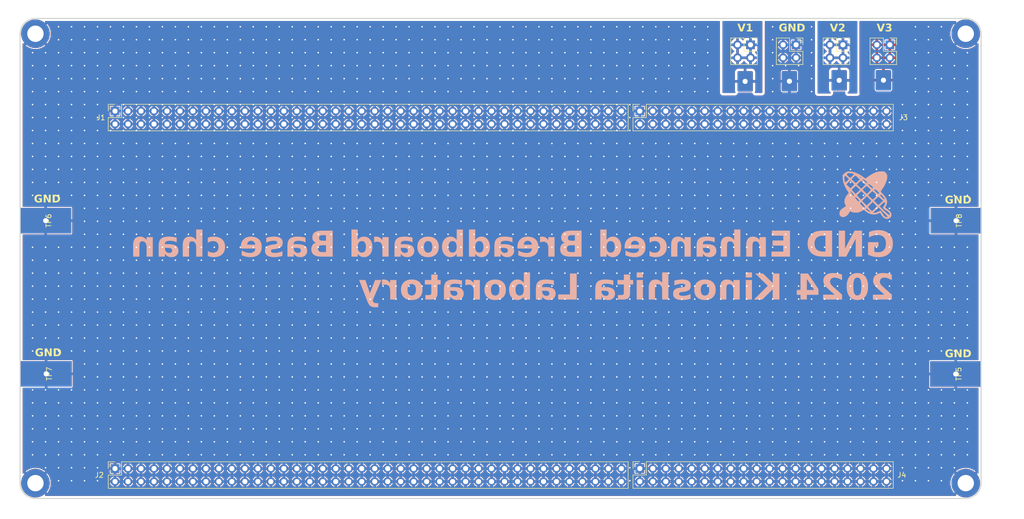
<source format=kicad_pcb>
(kicad_pcb (version 20240108) (generator "pcbnew") (generator_version "8.0")
  (layers (0 "F.Cu" signal) (31 "B.Cu" signal) (34 "B.Paste" user) (35 "F.Paste" user) (36 "B.SilkS" user "B.Silkscreen") (37 "F.SilkS" user "F.Silkscreen") (38 "B.Mask" user) (39 "F.Mask" user) (44 "Edge.Cuts" user))
  (net 0 "")
  (net 1 "GND")
  (net 2 "+12V")
  (net 3 "+5V")
  (net 4 "-12V")
  (footprint "Connector_PinSocket_2.54mm:PinSocket_2x20_P2.54mm_Vertical" (layer "F.Cu") (at 171.29 69.51825 90)
    (property "Reference" "J3" (at -1.255 51.57 180) (layer "F.SilkS"))
    (property "Value" "Conn_02x20_Odd_Even")
    (pad "1" thru_hole rect (at 0 0 90) (size 1.7 1.7) (drill 1) (layers "*.Cu" "*.Mask") (net 1 "GND"))
    (pad "2" thru_hole oval (at -2.54 0 90) (size 1.7 1.7) (drill 1) (layers "*.Cu" "*.Mask") (net 1 "GND"))
    (pad "3" thru_hole oval (at 0 2.54 90) (size 1.7 1.7) (drill 1) (layers "*.Cu" "*.Mask") (net 1 "GND"))
    (pad "4" thru_hole oval (at -2.54 2.54 90) (size 1.7 1.7) (drill 1) (layers "*.Cu" "*.Mask") (net 1 "GND"))
    (pad "5" thru_hole oval (at 0 5.08 90) (size 1.7 1.7) (drill 1) (layers "*.Cu" "*.Mask") (net 1 "GND"))
    (pad "6" thru_hole oval (at -2.54 5.08 90) (size 1.7 1.7) (drill 1) (layers "*.Cu" "*.Mask") (net 1 "GND"))
    (pad "7" thru_hole oval (at 0 7.62 90) (size 1.7 1.7) (drill 1) (layers "*.Cu" "*.Mask") (net 1 "GND"))
    (pad "8" thru_hole oval (at -2.54 7.62 90) (size 1.7 1.7) (drill 1) (layers "*.Cu" "*.Mask") (net 1 "GND"))
    (pad "9" thru_hole oval (at 0 10.16 90) (size 1.7 1.7) (drill 1) (layers "*.Cu" "*.Mask") (net 1 "GND"))
    (pad "10" thru_hole oval (at -2.54 10.16 90) (size 1.7 1.7) (drill 1) (layers "*.Cu" "*.Mask") (net 1 "GND"))
    (pad "11" thru_hole oval (at 0 12.7 90) (size 1.7 1.7) (drill 1) (layers "*.Cu" "*.Mask") (net 1 "GND"))
    (pad "12" thru_hole oval (at -2.54 12.7 90) (size 1.7 1.7) (drill 1) (layers "*.Cu" "*.Mask") (net 1 "GND"))
    (pad "13" thru_hole oval (at 0 15.24 90) (size 1.7 1.7) (drill 1) (layers "*.Cu" "*.Mask") (net 1 "GND"))
    (pad "14" thru_hole oval (at -2.54 15.24 90) (size 1.7 1.7) (drill 1) (layers "*.Cu" "*.Mask") (net 1 "GND"))
    (pad "15" thru_hole oval (at 0 17.78 90) (size 1.7 1.7) (drill 1) (layers "*.Cu" "*.Mask") (net 1 "GND"))
    (pad "16" thru_hole oval (at -2.54 17.78 90) (size 1.7 1.7) (drill 1) (layers "*.Cu" "*.Mask") (net 1 "GND"))
    (pad "17" thru_hole oval (at 0 20.32 90) (size 1.7 1.7) (drill 1) (layers "*.Cu" "*.Mask") (net 1 "GND"))
    (pad "18" thru_hole oval (at -2.54 20.32 90) (size 1.7 1.7) (drill 1) (layers "*.Cu" "*.Mask") (net 1 "GND"))
    (pad "19" thru_hole oval (at 0 22.86 90) (size 1.7 1.7) (drill 1) (layers "*.Cu" "*.Mask") (net 1 "GND"))
    (pad "20" thru_hole oval (at -2.54 22.86 90) (size 1.7 1.7) (drill 1) (layers "*.Cu" "*.Mask") (net 1 "GND"))
    (pad "21" thru_hole oval (at 0 25.4 90) (size 1.7 1.7) (drill 1) (layers "*.Cu" "*.Mask") (net 1 "GND"))
    (pad "22" thru_hole oval (at -2.54 25.4 90) (size 1.7 1.7) (drill 1) (layers "*.Cu" "*.Mask") (net 1 "GND"))
    (pad "23" thru_hole oval (at 0 27.94 90) (size 1.7 1.7) (drill 1) (layers "*.Cu" "*.Mask") (net 1 "GND"))
    (pad "24" thru_hole oval (at -2.54 27.94 90) (size 1.7 1.7) (drill 1) (layers "*.Cu" "*.Mask") (net 1 "GND"))
    (pad "25" thru_hole oval (at 0 30.48 90) (size 1.7 1.7) (drill 1) (layers "*.Cu" "*.Mask") (net 1 "GND"))
    (pad "26" thru_hole oval (at -2.54 30.48 90) (size 1.7 1.7) (drill 1) (layers "*.Cu" "*.Mask") (net 1 "GND"))
    (pad "27" thru_hole oval (at 0 33.02 90) (size 1.7 1.7) (drill 1) (layers "*.Cu" "*.Mask") (net 1 "GND"))
    (pad "28" thru_hole oval (at -2.54 33.02 90) (size 1.7 1.7) (drill 1) (layers "*.Cu" "*.Mask") (net 1 "GND"))
    (pad "29" thru_hole oval (at 0 35.56 90) (size 1.7 1.7) (drill 1) (layers "*.Cu" "*.Mask") (net 1 "GND"))
    (pad "30" thru_hole oval (at -2.54 35.56 90) (size 1.7 1.7) (drill 1) (layers "*.Cu" "*.Mask") (net 1 "GND"))
    (pad "31" thru_hole oval (at 0 38.1 90) (size 1.7 1.7) (drill 1) (layers "*.Cu" "*.Mask") (net 1 "GND"))
    (pad "32" thru_hole oval (at -2.54 38.1 90) (size 1.7 1.7) (drill 1) (layers "*.Cu" "*.Mask") (net 1 "GND"))
    (pad "33" thru_hole oval (at 0 40.64 90) (size 1.7 1.7) (drill 1) (layers "*.Cu" "*.Mask") (net 1 "GND"))
    (pad "34" thru_hole oval (at -2.54 40.64 90) (size 1.7 1.7) (drill 1) (layers "*.Cu" "*.Mask") (net 1 "GND"))
    (pad "35" thru_hole oval (at 0 43.18 90) (size 1.7 1.7) (drill 1) (layers "*.Cu" "*.Mask") (net 1 "GND"))
    (pad "36" thru_hole oval (at -2.54 43.18 90) (size 1.7 1.7) (drill 1) (layers "*.Cu" "*.Mask") (net 1 "GND"))
    (pad "37" thru_hole oval (at 0 45.72 90) (size 1.7 1.7) (drill 1) (layers "*.Cu" "*.Mask") (net 1 "GND"))
    (pad "38" thru_hole oval (at -2.54 45.72 90) (size 1.7 1.7) (drill 1) (layers "*.Cu" "*.Mask") (net 1 "GND"))
    (pad "39" thru_hole oval (at 0 48.26 90) (size 1.7 1.7) (drill 1) (layers "*.Cu" "*.Mask") (net 1 "GND"))
    (pad "40" thru_hole oval (at -2.54 48.26 90) (size 1.7 1.7) (drill 1) (layers "*.Cu" "*.Mask") (net 1 "GND"))
  )
  (footprint "Connector_PinSocket_2.54mm:PinSocket_2x02_P2.54mm_Vertical" (layer "F.Cu") (at 220.202836 56.53575)
    (property "Reference" "J5" (hide yes))
    (property "Value" "Conn_02x02_Odd_Even")
    (pad "1" thru_hole rect (at 0 0) (size 1.7 1.7) (drill 1) (layers "*.Cu" "*.Mask") (net 2 "+12V"))
    (pad "2" thru_hole oval (at -2.54 0) (size 1.7 1.7) (drill 1) (layers "*.Cu" "*.Mask") (net 2 "+12V"))
    (pad "3" thru_hole oval (at 0 2.54) (size 1.7 1.7) (drill 1) (layers "*.Cu" "*.Mask") (net 2 "+12V"))
    (pad "4" thru_hole oval (at -2.54 2.54) (size 1.7 1.7) (drill 1) (layers "*.Cu" "*.Mask") (net 2 "+12V"))
  )
  (footprint "MountingHole:MountingHole_3.2mm_M3_DIN965_Pad" (layer "F.Cu") (at 235.06 54.37325)
    (property "Reference" "H2" (hide yes))
    (property "Value" "MountingHole_Pad")
    (pad "1" thru_hole circle (at 0 0) (size 5.6 5.6) (drill 3.2) (layers "*.Cu" "*.Mask") (net 1 "GND"))
  )
  (footprint "my_footprint:TP_PAD_WITH_HOLE" (layer "F.Cu") (at 210.3 63.5 180)
    (property "Reference" "TP2" (hide yes))
    (property "Value" "TestPoint")
    (pad "1" thru_hole roundrect (at 0 0 180) (size 3 4) (drill 1) (layers "*.Cu" "*.Mask") (roundrect_rratio 0.08333333333) (net 3 "+5V"))
  )
  (footprint "Connector_PinSocket_2.54mm:PinSocket_2x20_P2.54mm_Vertical" (layer "F.Cu") (at 171.29 139.51325 90)
    (property "Reference" "J4" (at -1.27 51.27 180) (layer "F.SilkS"))
    (property "Value" "Conn_02x20_Odd_Even")
    (pad "1" thru_hole rect (at 0 0 90) (size 1.7 1.7) (drill 1) (layers "*.Cu" "*.Mask") (net 1 "GND"))
    (pad "2" thru_hole oval (at -2.54 0 90) (size 1.7 1.7) (drill 1) (layers "*.Cu" "*.Mask") (net 1 "GND"))
    (pad "3" thru_hole oval (at 0 2.54 90) (size 1.7 1.7) (drill 1) (layers "*.Cu" "*.Mask") (net 1 "GND"))
    (pad "4" thru_hole oval (at -2.54 2.54 90) (size 1.7 1.7) (drill 1) (layers "*.Cu" "*.Mask") (net 1 "GND"))
    (pad "5" thru_hole oval (at 0 5.08 90) (size 1.7 1.7) (drill 1) (layers "*.Cu" "*.Mask") (net 1 "GND"))
    (pad "6" thru_hole oval (at -2.54 5.08 90) (size 1.7 1.7) (drill 1) (layers "*.Cu" "*.Mask") (net 1 "GND"))
    (pad "7" thru_hole oval (at 0 7.62 90) (size 1.7 1.7) (drill 1) (layers "*.Cu" "*.Mask") (net 1 "GND"))
    (pad "8" thru_hole oval (at -2.54 7.62 90) (size 1.7 1.7) (drill 1) (layers "*.Cu" "*.Mask") (net 1 "GND"))
    (pad "9" thru_hole oval (at 0 10.16 90) (size 1.7 1.7) (drill 1) (layers "*.Cu" "*.Mask") (net 1 "GND"))
    (pad "10" thru_hole oval (at -2.54 10.16 90) (size 1.7 1.7) (drill 1) (layers "*.Cu" "*.Mask") (net 1 "GND"))
    (pad "11" thru_hole oval (at 0 12.7 90) (size 1.7 1.7) (drill 1) (layers "*.Cu" "*.Mask") (net 1 "GND"))
    (pad "12" thru_hole oval (at -2.54 12.7 90) (size 1.7 1.7) (drill 1) (layers "*.Cu" "*.Mask") (net 1 "GND"))
    (pad "13" thru_hole oval (at 0 15.24 90) (size 1.7 1.7) (drill 1) (layers "*.Cu" "*.Mask") (net 1 "GND"))
    (pad "14" thru_hole oval (at -2.54 15.24 90) (size 1.7 1.7) (drill 1) (layers "*.Cu" "*.Mask") (net 1 "GND"))
    (pad "15" thru_hole oval (at 0 17.78 90) (size 1.7 1.7) (drill 1) (layers "*.Cu" "*.Mask") (net 1 "GND"))
    (pad "16" thru_hole oval (at -2.54 17.78 90) (size 1.7 1.7) (drill 1) (layers "*.Cu" "*.Mask") (net 1 "GND"))
    (pad "17" thru_hole oval (at 0 20.32 90) (size 1.7 1.7) (drill 1) (layers "*.Cu" "*.Mask") (net 1 "GND"))
    (pad "18" thru_hole oval (at -2.54 20.32 90) (size 1.7 1.7) (drill 1) (layers "*.Cu" "*.Mask") (net 1 "GND"))
    (pad "19" thru_hole oval (at 0 22.86 90) (size 1.7 1.7) (drill 1) (layers "*.Cu" "*.Mask") (net 1 "GND"))
    (pad "20" thru_hole oval (at -2.54 22.86 90) (size 1.7 1.7) (drill 1) (layers "*.Cu" "*.Mask") (net 1 "GND"))
    (pad "21" thru_hole oval (at 0 25.4 90) (size 1.7 1.7) (drill 1) (layers "*.Cu" "*.Mask") (net 1 "GND"))
    (pad "22" thru_hole oval (at -2.54 25.4 90) (size 1.7 1.7) (drill 1) (layers "*.Cu" "*.Mask") (net 1 "GND"))
    (pad "23" thru_hole oval (at 0 27.94 90) (size 1.7 1.7) (drill 1) (layers "*.Cu" "*.Mask") (net 1 "GND"))
    (pad "24" thru_hole oval (at -2.54 27.94 90) (size 1.7 1.7) (drill 1) (layers "*.Cu" "*.Mask") (net 1 "GND"))
    (pad "25" thru_hole oval (at 0 30.48 90) (size 1.7 1.7) (drill 1) (layers "*.Cu" "*.Mask") (net 1 "GND"))
    (pad "26" thru_hole oval (at -2.54 30.48 90) (size 1.7 1.7) (drill 1) (layers "*.Cu" "*.Mask") (net 1 "GND"))
    (pad "27" thru_hole oval (at 0 33.02 90) (size 1.7 1.7) (drill 1) (layers "*.Cu" "*.Mask") (net 1 "GND"))
    (pad "28" thru_hole oval (at -2.54 33.02 90) (size 1.7 1.7) (drill 1) (layers "*.Cu" "*.Mask") (net 1 "GND"))
    (pad "29" thru_hole oval (at 0 35.56 90) (size 1.7 1.7) (drill 1) (layers "*.Cu" "*.Mask") (net 1 "GND"))
    (pad "30" thru_hole oval (at -2.54 35.56 90) (size 1.7 1.7) (drill 1) (layers "*.Cu" "*.Mask") (net 1 "GND"))
    (pad "31" thru_hole oval (at 0 38.1 90) (size 1.7 1.7) (drill 1) (layers "*.Cu" "*.Mask") (net 1 "GND"))
    (pad "32" thru_hole oval (at -2.54 38.1 90) (size 1.7 1.7) (drill 1) (layers "*.Cu" "*.Mask") (net 1 "GND"))
    (pad "33" thru_hole oval (at 0 40.64 90) (size 1.7 1.7) (drill 1) (layers "*.Cu" "*.Mask") (net 1 "GND"))
    (pad "34" thru_hole oval (at -2.54 40.64 90) (size 1.7 1.7) (drill 1) (layers "*.Cu" "*.Mask") (net 1 "GND"))
    (pad "35" thru_hole oval (at 0 43.18 90) (size 1.7 1.7) (drill 1) (layers "*.Cu" "*.Mask") (net 1 "GND"))
    (pad "36" thru_hole oval (at -2.54 43.18 90) (size 1.7 1.7) (drill 1) (layers "*.Cu" "*.Mask") (net 1 "GND"))
    (pad "37" thru_hole oval (at 0 45.72 90) (size 1.7 1.7) (drill 1) (layers "*.Cu" "*.Mask") (net 1 "GND"))
    (pad "38" thru_hole oval (at -2.54 45.72 90) (size 1.7 1.7) (drill 1) (layers "*.Cu" "*.Mask") (net 1 "GND"))
    (pad "39" thru_hole oval (at 0 48.26 90) (size 1.7 1.7) (drill 1) (layers "*.Cu" "*.Mask") (net 1 "GND"))
    (pad "40" thru_hole oval (at -2.54 48.26 90) (size 1.7 1.7) (drill 1) (layers "*.Cu" "*.Mask") (net 1 "GND"))
  )
  (footprint "my_footprint:TP_PAD_LARGE" (layer "F.Cu") (at 55.26 120.97325 90)
    (property "Reference" "TP7" (at 0 0.5 90) (layer "F.SilkS"))
    (property "Value" "TestPoint")
    (pad "1" thru_hole rect (at 0 -0.1 90) (size 5 10) (drill 1) (layers "*.Cu" "*.Mask") (net 1 "GND"))
  )
  (footprint "my_footprint:TP_PAD_WITH_HOLE" (layer "F.Cu") (at 191.9 63.7 180)
    (property "Reference" "TP10" (hide yes))
    (property "Value" "TestPoint")
    (pad "1" thru_hole roundrect (at 0 0 180) (size 3 4) (drill 1) (layers "*.Cu" "*.Mask") (roundrect_rratio 0.08333333333) (net 4 "-12V"))
  )
  (footprint "Connector_PinSocket_2.54mm:PinSocket_2x40_P2.54mm_Vertical" (layer "F.Cu") (at 68.63 139.52325 90)
    (property "Reference" "J2" (at -1.27 -3.07 180) (layer "F.SilkS"))
    (property "Value" "Conn_02x40_Odd_Even")
    (pad "1" thru_hole rect (at 0 0 90) (size 1.7 1.7) (drill 1) (layers "*.Cu" "*.Mask") (net 1 "GND"))
    (pad "2" thru_hole oval (at -2.54 0 90) (size 1.7 1.7) (drill 1) (layers "*.Cu" "*.Mask") (net 1 "GND"))
    (pad "3" thru_hole oval (at 0 2.54 90) (size 1.7 1.7) (drill 1) (layers "*.Cu" "*.Mask") (net 1 "GND"))
    (pad "4" thru_hole oval (at -2.54 2.54 90) (size 1.7 1.7) (drill 1) (layers "*.Cu" "*.Mask") (net 1 "GND"))
    (pad "5" thru_hole oval (at 0 5.08 90) (size 1.7 1.7) (drill 1) (layers "*.Cu" "*.Mask") (net 1 "GND"))
    (pad "6" thru_hole oval (at -2.54 5.08 90) (size 1.7 1.7) (drill 1) (layers "*.Cu" "*.Mask") (net 1 "GND"))
    (pad "7" thru_hole oval (at 0 7.62 90) (size 1.7 1.7) (drill 1) (layers "*.Cu" "*.Mask") (net 1 "GND"))
    (pad "8" thru_hole oval (at -2.54 7.62 90) (size 1.7 1.7) (drill 1) (layers "*.Cu" "*.Mask") (net 1 "GND"))
    (pad "9" thru_hole oval (at 0 10.16 90) (size 1.7 1.7) (drill 1) (layers "*.Cu" "*.Mask") (net 1 "GND"))
    (pad "10" thru_hole oval (at -2.54 10.16 90) (size 1.7 1.7) (drill 1) (layers "*.Cu" "*.Mask") (net 1 "GND"))
    (pad "11" thru_hole oval (at 0 12.7 90) (size 1.7 1.7) (drill 1) (layers "*.Cu" "*.Mask") (net 1 "GND"))
    (pad "12" thru_hole oval (at -2.54 12.7 90) (size 1.7 1.7) (drill 1) (layers "*.Cu" "*.Mask") (net 1 "GND"))
    (pad "13" thru_hole oval (at 0 15.24 90) (size 1.7 1.7) (drill 1) (layers "*.Cu" "*.Mask") (net 1 "GND"))
    (pad "14" thru_hole oval (at -2.54 15.24 90) (size 1.7 1.7) (drill 1) (layers "*.Cu" "*.Mask") (net 1 "GND"))
    (pad "15" thru_hole oval (at 0 17.78 90) (size 1.7 1.7) (drill 1) (layers "*.Cu" "*.Mask") (net 1 "GND"))
    (pad "16" thru_hole oval (at -2.54 17.78 90) (size 1.7 1.7) (drill 1) (layers "*.Cu" "*.Mask") (net 1 "GND"))
    (pad "17" thru_hole oval (at 0 20.32 90) (size 1.7 1.7) (drill 1) (layers "*.Cu" "*.Mask") (net 1 "GND"))
    (pad "18" thru_hole oval (at -2.54 20.32 90) (size 1.7 1.7) (drill 1) (layers "*.Cu" "*.Mask") (net 1 "GND"))
    (pad "19" thru_hole oval (at 0 22.86 90) (size 1.7 1.7) (drill 1) (layers "*.Cu" "*.Mask") (net 1 "GND"))
    (pad "20" thru_hole oval (at -2.54 22.86 90) (size 1.7 1.7) (drill 1) (layers "*.Cu" "*.Mask") (net 1 "GND"))
    (pad "21" thru_hole oval (at 0 25.4 90) (size 1.7 1.7) (drill 1) (layers "*.Cu" "*.Mask") (net 1 "GND"))
    (pad "22" thru_hole oval (at -2.54 25.4 90) (size 1.7 1.7) (drill 1) (layers "*.Cu" "*.Mask") (net 1 "GND"))
    (pad "23" thru_hole oval (at 0 27.94 90) (size 1.7 1.7) (drill 1) (layers "*.Cu" "*.Mask") (net 1 "GND"))
    (pad "24" thru_hole oval (at -2.54 27.94 90) (size 1.7 1.7) (drill 1) (layers "*.Cu" "*.Mask") (net 1 "GND"))
    (pad "25" thru_hole oval (at 0 30.48 90) (size 1.7 1.7) (drill 1) (layers "*.Cu" "*.Mask") (net 1 "GND"))
    (pad "26" thru_hole oval (at -2.54 30.48 90) (size 1.7 1.7) (drill 1) (layers "*.Cu" "*.Mask") (net 1 "GND"))
    (pad "27" thru_hole oval (at 0 33.02 90) (size 1.7 1.7) (drill 1) (layers "*.Cu" "*.Mask") (net 1 "GND"))
    (pad "28" thru_hole oval (at -2.54 33.02 90) (size 1.7 1.7) (drill 1) (layers "*.Cu" "*.Mask") (net 1 "GND"))
    (pad "29" thru_hole oval (at 0 35.56 90) (size 1.7 1.7) (drill 1) (layers "*.Cu" "*.Mask") (net 1 "GND"))
    (pad "30" thru_hole oval (at -2.54 35.56 90) (size 1.7 1.7) (drill 1) (layers "*.Cu" "*.Mask") (net 1 "GND"))
    (pad "31" thru_hole oval (at 0 38.1 90) (size 1.7 1.7) (drill 1) (layers "*.Cu" "*.Mask") (net 1 "GND"))
    (pad "32" thru_hole oval (at -2.54 38.1 90) (size 1.7 1.7) (drill 1) (layers "*.Cu" "*.Mask") (net 1 "GND"))
    (pad "33" thru_hole oval (at 0 40.64 90) (size 1.7 1.7) (drill 1) (layers "*.Cu" "*.Mask") (net 1 "GND"))
    (pad "34" thru_hole oval (at -2.54 40.64 90) (size 1.7 1.7) (drill 1) (layers "*.Cu" "*.Mask") (net 1 "GND"))
    (pad "35" thru_hole oval (at 0 43.18 90) (size 1.7 1.7) (drill 1) (layers "*.Cu" "*.Mask") (net 1 "GND"))
    (pad "36" thru_hole oval (at -2.54 43.18 90) (size 1.7 1.7) (drill 1) (layers "*.Cu" "*.Mask") (net 1 "GND"))
    (pad "37" thru_hole oval (at 0 45.72 90) (size 1.7 1.7) (drill 1) (layers "*.Cu" "*.Mask") (net 1 "GND"))
    (pad "38" thru_hole oval (at -2.54 45.72 90) (size 1.7 1.7) (drill 1) (layers "*.Cu" "*.Mask") (net 1 "GND"))
    (pad "39" thru_hole oval (at 0 48.26 90) (size 1.7 1.7) (drill 1) (layers "*.Cu" "*.Mask") (net 1 "GND"))
    (pad "40" thru_hole oval (at -2.54 48.26 90) (size 1.7 1.7) (drill 1) (layers "*.Cu" "*.Mask") (net 1 "GND"))
    (pad "41" thru_hole oval (at 0 50.8 90) (size 1.7 1.7) (drill 1) (layers "*.Cu" "*.Mask") (net 1 "GND"))
    (pad "42" thru_hole oval (at -2.54 50.8 90) (size 1.7 1.7) (drill 1) (layers "*.Cu" "*.Mask") (net 1 "GND"))
    (pad "43" thru_hole oval (at 0 53.34 90) (size 1.7 1.7) (drill 1) (layers "*.Cu" "*.Mask") (net 1 "GND"))
    (pad "44" thru_hole oval (at -2.54 53.34 90) (size 1.7 1.7) (drill 1) (layers "*.Cu" "*.Mask") (net 1 "GND"))
    (pad "45" thru_hole oval (at 0 55.88 90) (size 1.7 1.7) (drill 1) (layers "*.Cu" "*.Mask") (net 1 "GND"))
    (pad "46" thru_hole oval (at -2.54 55.88 90) (size 1.7 1.7) (drill 1) (layers "*.Cu" "*.Mask") (net 1 "GND"))
    (pad "47" thru_hole oval (at 0 58.42 90) (size 1.7 1.7) (drill 1) (layers "*.Cu" "*.Mask") (net 1 "GND"))
    (pad "48" thru_hole oval (at -2.54 58.42 90) (size 1.7 1.7) (drill 1) (layers "*.Cu" "*.Mask") (net 1 "GND"))
    (pad "49" thru_hole oval (at 0 60.96 90) (size 1.7 1.7) (drill 1) (layers "*.Cu" "*.Mask") (net 1 "GND"))
    (pad "50" thru_hole oval (at -2.54 60.96 90) (size 1.7 1.7) (drill 1) (layers "*.Cu" "*.Mask") (net 1 "GND"))
    (pad "51" thru_hole oval (at 0 63.5 90) (size 1.7 1.7) (drill 1) (layers "*.Cu" "*.Mask") (net 1 "GND"))
    (pad "52" thru_hole oval (at -2.54 63.5 90) (size 1.7 1.7) (drill 1) (layers "*.Cu" "*.Mask") (net 1 "GND"))
    (pad "53" thru_hole oval (at 0 66.04 90) (size 1.7 1.7) (drill 1) (layers "*.Cu" "*.Mask") (net 1 "GND"))
    (pad "54" thru_hole oval (at -2.54 66.04 90) (size 1.7 1.7) (drill 1) (layers "*.Cu" "*.Mask") (net 1 "GND"))
    (pad "55" thru_hole oval (at 0 68.58 90) (size 1.7 1.7) (drill 1) (layers "*.Cu" "*.Mask") (net 1 "GND"))
    (pad "56" thru_hole oval (at -2.54 68.58 90) (size 1.7 1.7) (drill 1) (layers "*.Cu" "*.Mask") (net 1 "GND"))
    (pad "57" thru_hole oval (at 0 71.12 90) (size 1.7 1.7) (drill 1) (layers "*.Cu" "*.Mask") (net 1 "GND"))
    (pad "58" thru_hole oval (at -2.54 71.12 90) (size 1.7 1.7) (drill 1) (layers "*.Cu" "*.Mask") (net 1 "GND"))
    (pad "59" thru_hole oval (at 0 73.66 90) (size 1.7 1.7) (drill 1) (layers "*.Cu" "*.Mask") (net 1 "GND"))
    (pad "60" thru_hole oval (at -2.54 73.66 90) (size 1.7 1.7) (drill 1) (layers "*.Cu" "*.Mask") (net 1 "GND"))
    (pad "61" thru_hole oval (at 0 76.2 90) (size 1.7 1.7) (drill 1) (layers "*.Cu" "*.Mask") (net 1 "GND"))
    (pad "62" thru_hole oval (at -2.54 76.2 90) (size 1.7 1.7) (drill 1) (layers "*.Cu" "*.Mask") (net 1 "GND"))
    (pad "63" thru_hole oval (at 0 78.74 90) (size 1.7 1.7) (drill 1) (layers "*.Cu" "*.Mask") (net 1 "GND"))
    (pad "64" thru_hole oval (at -2.54 78.74 90) (size 1.7 1.7) (drill 1) (layers "*.Cu" "*.Mask") (net 1 "GND"))
    (pad "65" thru_hole oval (at 0 81.28 90) (size 1.7 1.7) (drill 1) (layers "*.Cu" "*.Mask") (net 1 "GND"))
    (pad "66" thru_hole oval (at -2.54 81.28 90) (size 1.7 1.7) (drill 1) (layers "*.Cu" "*.Mask") (net 1 "GND"))
    (pad "67" thru_hole oval (at 0 83.82 90) (size 1.7 1.7) (drill 1) (layers "*.Cu" "*.Mask") (net 1 "GND"))
    (pad "68" thru_hole oval (at -2.54 83.82 90) (size 1.7 1.7) (drill 1) (layers "*.Cu" "*.Mask") (net 1 "GND"))
    (pad "69" thru_hole oval (at 0 86.36 90) (size 1.7 1.7) (drill 1) (layers "*.Cu" "*.Mask") (net 1 "GND"))
    (pad "70" thru_hole oval (at -2.54 86.36 90) (size 1.7 1.7) (drill 1) (layers "*.Cu" "*.Mask") (net 1 "GND"))
    (pad "71" thru_hole oval (at 0 88.9 90) (size 1.7 1.7) (drill 1) (layers "*.Cu" "*.Mask") (net 1 "GND"))
    (pad "72" thru_hole oval (at -2.54 88.9 90) (size 1.7 1.7) (drill 1) (layers "*.Cu" "*.Mask") (net 1 "GND"))
    (pad "73" thru_hole oval (at 0 91.44 90) (size 1.7 1.7) (drill 1) (layers "*.Cu" "*.Mask") (net 1 "GND"))
    (pad "74" thru_hole oval (at -2.54 91.44 90) (size 1.7 1.7) (drill 1) (layers "*.Cu" "*.Mask") (net 1 "GND"))
    (pad "75" thru_hole oval (at 0 93.98 90) (size 1.7 1.7) (drill 1) (layers "*.Cu" "*.Mask") (net 1 "GND"))
    (pad "76" thru_hole oval (at -2.54 93.98 90) (size 1.7 1.7) (drill 1) (layers "*.Cu" "*.Mask") (net 1 "GND"))
    (pad "77" thru_hole oval (at 0 96.52 90) (size 1.7 1.7) (drill 1) (layers "*.Cu" "*.Mask") (net 1 "GND"))
    (pad "78" thru_hole oval (at -2.54 96.52 90) (size 1.7 1.7) (drill 1) (layers "*.Cu" "*.Mask") (net 1 "GND"))
    (pad "79" thru_hole oval (at 0 99.06 90) (size 1.7 1.7) (drill 1) (layers "*.Cu" "*.Mask") (net 1 "GND"))
    (pad "80" thru_hole oval (at -2.54 99.06 90) (size 1.7 1.7) (drill 1) (layers "*.Cu" "*.Mask") (net 1 "GND"))
  )
  (footprint "my_footprint:TP_PAD_LARGE" (layer "F.Cu") (at 233.26 90.97325 90)
    (property "Reference" "TP8" (at 0 0.5 90) (layer "F.SilkS"))
    (property "Value" "TestPoint")
    (pad "1" thru_hole rect (at 0 -0.1 90) (size 5 10) (drill 1) (layers "*.Cu" "*.Mask") (net 1 "GND"))
  )
  (footprint "my_footprint:TP_PAD_WITH_HOLE" (layer "F.Cu") (at 200.56 63.67325)
    (property "Reference" "TP3" (hide yes))
    (property "Value" "TestPoint")
    (pad "1" thru_hole roundrect (at 0 0) (size 3 4) (drill 1) (layers "*.Cu" "*.Mask") (roundrect_rratio 0.08333333333) (net 1 "GND"))
  )
  (footprint "my_footprint:TP_PAD_WITH_HOLE" (layer "F.Cu") (at 218.96 63.47325 180)
    (property "Reference" "TP1" (hide yes))
    (property "Value" "TestPoint")
    (pad "1" thru_hole roundrect (at 0 0 180) (size 3 4) (drill 1) (layers "*.Cu" "*.Mask") (roundrect_rratio 0.08333333333) (net 2 "+12V"))
  )
  (footprint "my_footprint:TP_PAD_LARGE" (layer "F.Cu") (at 55.16 90.97325 90)
    (property "Reference" "TP6" (at 0 0.5 90) (layer "F.SilkS"))
    (property "Value" "TestPoint")
    (pad "1" thru_hole rect (at 0 -0.1 90) (size 5 10) (drill 1) (layers "*.Cu" "*.Mask") (net 1 "GND"))
  )
  (footprint "my_footprint:TP_PAD_LARGE" (layer "F.Cu") (at 233.2 121 90)
    (property "Reference" "TP5" (at 0 0.5 90) (layer "F.SilkS"))
    (property "Value" "TestPoint")
    (pad "1" thru_hole rect (at 0 -0.1 90) (size 5 10) (drill 1) (layers "*.Cu" "*.Mask") (net 1 "GND"))
  )
  (footprint "Connector_PinSocket_2.54mm:PinSocket_2x40_P2.54mm_Vertical" (layer "F.Cu") (at 68.63 69.51825 90)
    (property "Reference" "J1" (at -1.27 -2.77 180) (layer "F.SilkS"))
    (property "Value" "Conn_02x40_Odd_Even")
    (pad "1" thru_hole rect (at 0 0 90) (size 1.7 1.7) (drill 1) (layers "*.Cu" "*.Mask") (net 1 "GND"))
    (pad "2" thru_hole oval (at -2.54 0 90) (size 1.7 1.7) (drill 1) (layers "*.Cu" "*.Mask") (net 1 "GND"))
    (pad "3" thru_hole oval (at 0 2.54 90) (size 1.7 1.7) (drill 1) (layers "*.Cu" "*.Mask") (net 1 "GND"))
    (pad "4" thru_hole oval (at -2.54 2.54 90) (size 1.7 1.7) (drill 1) (layers "*.Cu" "*.Mask") (net 1 "GND"))
    (pad "5" thru_hole oval (at 0 5.08 90) (size 1.7 1.7) (drill 1) (layers "*.Cu" "*.Mask") (net 1 "GND"))
    (pad "6" thru_hole oval (at -2.54 5.08 90) (size 1.7 1.7) (drill 1) (layers "*.Cu" "*.Mask") (net 1 "GND"))
    (pad "7" thru_hole oval (at 0 7.62 90) (size 1.7 1.7) (drill 1) (layers "*.Cu" "*.Mask") (net 1 "GND"))
    (pad "8" thru_hole oval (at -2.54 7.62 90) (size 1.7 1.7) (drill 1) (layers "*.Cu" "*.Mask") (net 1 "GND"))
    (pad "9" thru_hole oval (at 0 10.16 90) (size 1.7 1.7) (drill 1) (layers "*.Cu" "*.Mask") (net 1 "GND"))
    (pad "10" thru_hole oval (at -2.54 10.16 90) (size 1.7 1.7) (drill 1) (layers "*.Cu" "*.Mask") (net 1 "GND"))
    (pad "11" thru_hole oval (at 0 12.7 90) (size 1.7 1.7) (drill 1) (layers "*.Cu" "*.Mask") (net 1 "GND"))
    (pad "12" thru_hole oval (at -2.54 12.7 90) (size 1.7 1.7) (drill 1) (layers "*.Cu" "*.Mask") (net 1 "GND"))
    (pad "13" thru_hole oval (at 0 15.24 90) (size 1.7 1.7) (drill 1) (layers "*.Cu" "*.Mask") (net 1 "GND"))
    (pad "14" thru_hole oval (at -2.54 15.24 90) (size 1.7 1.7) (drill 1) (layers "*.Cu" "*.Mask") (net 1 "GND"))
    (pad "15" thru_hole oval (at 0 17.78 90) (size 1.7 1.7) (drill 1) (layers "*.Cu" "*.Mask") (net 1 "GND"))
    (pad "16" thru_hole oval (at -2.54 17.78 90) (size 1.7 1.7) (drill 1) (layers "*.Cu" "*.Mask") (net 1 "GND"))
    (pad "17" thru_hole oval (at 0 20.32 90) (size 1.7 1.7) (drill 1) (layers "*.Cu" "*.Mask") (net 1 "GND"))
    (pad "18" thru_hole oval (at -2.54 20.32 90) (size 1.7 1.7) (drill 1) (layers "*.Cu" "*.Mask") (net 1 "GND"))
    (pad "19" thru_hole oval (at 0 22.86 90) (size 1.7 1.7) (drill 1) (layers "*.Cu" "*.Mask") (net 1 "GND"))
    (pad "20" thru_hole oval (at -2.54 22.86 90) (size 1.7 1.7) (drill 1) (layers "*.Cu" "*.Mask") (net 1 "GND"))
    (pad "21" thru_hole oval (at 0 25.4 90) (size 1.7 1.7) (drill 1) (layers "*.Cu" "*.Mask") (net 1 "GND"))
    (pad "22" thru_hole oval (at -2.54 25.4 90) (size 1.7 1.7) (drill 1) (layers "*.Cu" "*.Mask") (net 1 "GND"))
    (pad "23" thru_hole oval (at 0 27.94 90) (size 1.7 1.7) (drill 1) (layers "*.Cu" "*.Mask") (net 1 "GND"))
    (pad "24" thru_hole oval (at -2.54 27.94 90) (size 1.7 1.7) (drill 1) (layers "*.Cu" "*.Mask") (net 1 "GND"))
    (pad "25" thru_hole oval (at 0 30.48 90) (size 1.7 1.7) (drill 1) (layers "*.Cu" "*.Mask") (net 1 "GND"))
    (pad "26" thru_hole oval (at -2.54 30.48 90) (size 1.7 1.7) (drill 1) (layers "*.Cu" "*.Mask") (net 1 "GND"))
    (pad "27" thru_hole oval (at 0 33.02 90) (size 1.7 1.7) (drill 1) (layers "*.Cu" "*.Mask") (net 1 "GND"))
    (pad "28" thru_hole oval (at -2.54 33.02 90) (size 1.7 1.7) (drill 1) (layers "*.Cu" "*.Mask") (net 1 "GND"))
    (pad "29" thru_hole oval (at 0 35.56 90) (size 1.7 1.7) (drill 1) (layers "*.Cu" "*.Mask") (net 1 "GND"))
    (pad "30" thru_hole oval (at -2.54 35.56 90) (size 1.7 1.7) (drill 1) (layers "*.Cu" "*.Mask") (net 1 "GND"))
    (pad "31" thru_hole oval (at 0 38.1 90) (size 1.7 1.7) (drill 1) (layers "*.Cu" "*.Mask") (net 1 "GND"))
    (pad "32" thru_hole oval (at -2.54 38.1 90) (size 1.7 1.7) (drill 1) (layers "*.Cu" "*.Mask") (net 1 "GND"))
    (pad "33" thru_hole oval (at 0 40.64 90) (size 1.7 1.7) (drill 1) (layers "*.Cu" "*.Mask") (net 1 "GND"))
    (pad "34" thru_hole oval (at -2.54 40.64 90) (size 1.7 1.7) (drill 1) (layers "*.Cu" "*.Mask") (net 1 "GND"))
    (pad "35" thru_hole oval (at 0 43.18 90) (size 1.7 1.7) (drill 1) (layers "*.Cu" "*.Mask") (net 1 "GND"))
    (pad "36" thru_hole oval (at -2.54 43.18 90) (size 1.7 1.7) (drill 1) (layers "*.Cu" "*.Mask") (net 1 "GND"))
    (pad "37" thru_hole oval (at 0 45.72 90) (size 1.7 1.7) (drill 1) (layers "*.Cu" "*.Mask") (net 1 "GND"))
    (pad "38" thru_hole oval (at -2.54 45.72 90) (size 1.7 1.7) (drill 1) (layers "*.Cu" "*.Mask") (net 1 "GND"))
    (pad "39" thru_hole oval (at 0 48.26 90) (size 1.7 1.7) (drill 1) (layers "*.Cu" "*.Mask") (net 1 "GND"))
    (pad "40" thru_hole oval (at -2.54 48.26 90) (size 1.7 1.7) (drill 1) (layers "*.Cu" "*.Mask") (net 1 "GND"))
    (pad "41" thru_hole oval (at 0 50.8 90) (size 1.7 1.7) (drill 1) (layers "*.Cu" "*.Mask") (net 1 "GND"))
    (pad "42" thru_hole oval (at -2.54 50.8 90) (size 1.7 1.7) (drill 1) (layers "*.Cu" "*.Mask") (net 1 "GND"))
    (pad "43" thru_hole oval (at 0 53.34 90) (size 1.7 1.7) (drill 1) (layers "*.Cu" "*.Mask") (net 1 "GND"))
    (pad "44" thru_hole oval (at -2.54 53.34 90) (size 1.7 1.7) (drill 1) (layers "*.Cu" "*.Mask") (net 1 "GND"))
    (pad "45" thru_hole oval (at 0 55.88 90) (size 1.7 1.7) (drill 1) (layers "*.Cu" "*.Mask") (net 1 "GND"))
    (pad "46" thru_hole oval (at -2.54 55.88 90) (size 1.7 1.7) (drill 1) (layers "*.Cu" "*.Mask") (net 1 "GND"))
    (pad "47" thru_hole oval (at 0 58.42 90) (size 1.7 1.7) (drill 1) (layers "*.Cu" "*.Mask") (net 1 "GND"))
    (pad "48" thru_hole oval (at -2.54 58.42 90) (size 1.7 1.7) (drill 1) (layers "*.Cu" "*.Mask") (net 1 "GND"))
    (pad "49" thru_hole oval (at 0 60.96 90) (size 1.7 1.7) (drill 1) (layers "*.Cu" "*.Mask") (net 1 "GND"))
    (pad "50" thru_hole oval (at -2.54 60.96 90) (size 1.7 1.7) (drill 1) (layers "*.Cu" "*.Mask") (net 1 "GND"))
    (pad "51" thru_hole oval (at 0 63.5 90) (size 1.7 1.7) (drill 1) (layers "*.Cu" "*.Mask") (net 1 "GND"))
    (pad "52" thru_hole oval (at -2.54 63.5 90) (size 1.7 1.7) (drill 1) (layers "*.Cu" "*.Mask") (net 1 "GND"))
    (pad "53" thru_hole oval (at 0 66.04 90) (size 1.7 1.7) (drill 1) (layers "*.Cu" "*.Mask") (net 1 "GND"))
    (pad "54" thru_hole oval (at -2.54 66.04 90) (size 1.7 1.7) (drill 1) (layers "*.Cu" "*.Mask") (net 1 "GND"))
    (pad "55" thru_hole oval (at 0 68.58 90) (size 1.7 1.7) (drill 1) (layers "*.Cu" "*.Mask") (net 1 "GND"))
    (pad "56" thru_hole oval (at -2.54 68.58 90) (size 1.7 1.7) (drill 1) (layers "*.Cu" "*.Mask") (net 1 "GND"))
    (pad "57" thru_hole oval (at 0 71.12 90) (size 1.7 1.7) (drill 1) (layers "*.Cu" "*.Mask") (net 1 "GND"))
    (pad "58" thru_hole oval (at -2.54 71.12 90) (size 1.7 1.7) (drill 1) (layers "*.Cu" "*.Mask") (net 1 "GND"))
    (pad "59" thru_hole oval (at 0 73.66 90) (size 1.7 1.7) (drill 1) (layers "*.Cu" "*.Mask") (net 1 "GND"))
    (pad "60" thru_hole oval (at -2.54 73.66 90) (size 1.7 1.7) (drill 1) (layers "*.Cu" "*.Mask") (net 1 "GND"))
    (pad "61" thru_hole oval (at 0 76.2 90) (size 1.7 1.7) (drill 1) (layers "*.Cu" "*.Mask") (net 1 "GND"))
    (pad "62" thru_hole oval (at -2.54 76.2 90) (size 1.7 1.7) (drill 1) (layers "*.Cu" "*.Mask") (net 1 "GND"))
    (pad "63" thru_hole oval (at 0 78.74 90) (size 1.7 1.7) (drill 1) (layers "*.Cu" "*.Mask") (net 1 "GND"))
    (pad "64" thru_hole oval (at -2.54 78.74 90) (size 1.7 1.7) (drill 1) (layers "*.Cu" "*.Mask") (net 1 "GND"))
    (pad "65" thru_hole oval (at 0 81.28 90) (size 1.7 1.7) (drill 1) (layers "*.Cu" "*.Mask") (net 1 "GND"))
    (pad "66" thru_hole oval (at -2.54 81.28 90) (size 1.7 1.7) (drill 1) (layers "*.Cu" "*.Mask") (net 1 "GND"))
    (pad "67" thru_hole oval (at 0 83.82 90) (size 1.7 1.7) (drill 1) (layers "*.Cu" "*.Mask") (net 1 "GND"))
    (pad "68" thru_hole oval (at -2.54 83.82 90) (size 1.7 1.7) (drill 1) (layers "*.Cu" "*.Mask") (net 1 "GND"))
    (pad "69" thru_hole oval (at 0 86.36 90) (size 1.7 1.7) (drill 1) (layers "*.Cu" "*.Mask") (net 1 "GND"))
    (pad "70" thru_hole oval (at -2.54 86.36 90) (size 1.7 1.7) (drill 1) (layers "*.Cu" "*.Mask") (net 1 "GND"))
    (pad "71" thru_hole oval (at 0 88.9 90) (size 1.7 1.7) (drill 1) (layers "*.Cu" "*.Mask") (net 1 "GND"))
    (pad "72" thru_hole oval (at -2.54 88.9 90) (size 1.7 1.7) (drill 1) (layers "*.Cu" "*.Mask") (net 1 "GND"))
    (pad "73" thru_hole oval (at 0 91.44 90) (size 1.7 1.7) (drill 1) (layers "*.Cu" "*.Mask") (net 1 "GND"))
    (pad "74" thru_hole oval (at -2.54 91.44 90) (size 1.7 1.7) (drill 1) (layers "*.Cu" "*.Mask") (net 1 "GND"))
    (pad "75" thru_hole oval (at 0 93.98 90) (size 1.7 1.7) (drill 1) (layers "*.Cu" "*.Mask") (net 1 "GND"))
    (pad "76" thru_hole oval (at -2.54 93.98 90) (size 1.7 1.7) (drill 1) (layers "*.Cu" "*.Mask") (net 1 "GND"))
    (pad "77" thru_hole oval (at 0 96.52 90) (size 1.7 1.7) (drill 1) (layers "*.Cu" "*.Mask") (net 1 "GND"))
    (pad "78" thru_hole oval (at -2.54 96.52 90) (size 1.7 1.7) (drill 1) (layers "*.Cu" "*.Mask") (net 1 "GND"))
    (pad "79" thru_hole oval (at 0 99.06 90) (size 1.7 1.7) (drill 1) (layers "*.Cu" "*.Mask") (net 1 "GND"))
    (pad "80" thru_hole oval (at -2.54 99.06 90) (size 1.7 1.7) (drill 1) (layers "*.Cu" "*.Mask") (net 1 "GND"))
  )
  (footprint "MountingHole:MountingHole_3.2mm_M3_DIN965_Pad" (layer "F.Cu") (at 53.06 142.37325)
    (property "Reference" "H3" (hide yes))
    (property "Value" "MountingHole_Pad")
    (pad "1" thru_hole circle (at 0 0) (size 5.6 5.6) (drill 3.2) (layers "*.Cu" "*.Mask") (net 1 "GND"))
  )
  (footprint "Connector_PinSocket_2.54mm:PinSocket_2x02_P2.54mm_Vertical" (layer "F.Cu") (at 201.869502 56.53575)
    (property "Reference" "J7" (hide yes))
    (property "Value" "Conn_02x02_Odd_Even")
    (pad "1" thru_hole rect (at 0 0) (size 1.7 1.7) (drill 1) (layers "*.Cu" "*.Mask") (net 1 "GND"))
    (pad "2" thru_hole oval (at -2.54 0) (size 1.7 1.7) (drill 1) (layers "*.Cu" "*.Mask") (net 1 "GND"))
    (pad "3" thru_hole oval (at 0 2.54) (size 1.7 1.7) (drill 1) (layers "*.Cu" "*.Mask") (net 1 "GND"))
    (pad "4" thru_hole oval (at -2.54 2.54) (size 1.7 1.7) (drill 1) (layers "*.Cu" "*.Mask") (net 1 "GND"))
  )
  (footprint "MountingHole:MountingHole_3.2mm_M3_DIN965_Pad" (layer "F.Cu") (at 53.06 54.37325)
    (property "Reference" "H1" (hide yes))
    (property "Value" "MountingHole_Pad")
    (pad "1" thru_hole circle (at 0 0) (size 5.6 5.6) (drill 3.2) (layers "*.Cu" "*.Mask") (net 1 "GND"))
  )
  (footprint "Connector_PinSocket_2.54mm:PinSocket_2x02_P2.54mm_Vertical" (layer "F.Cu") (at 192.952836 56.53575)
    (property "Reference" "J8" (hide yes))
    (property "Value" "Conn_02x02_Odd_Even")
    (pad "1" thru_hole rect (at 0 0) (size 1.7 1.7) (drill 1) (layers "*.Cu" "*.Mask") (net 4 "-12V"))
    (pad "2" thru_hole oval (at -2.54 0) (size 1.7 1.7) (drill 1) (layers "*.Cu" "*.Mask") (net 4 "-12V"))
    (pad "3" thru_hole oval (at 0 2.54) (size 1.7 1.7) (drill 1) (layers "*.Cu" "*.Mask") (net 4 "-12V"))
    (pad "4" thru_hole oval (at -2.54 2.54) (size 1.7 1.7) (drill 1) (layers "*.Cu" "*.Mask") (net 4 "-12V"))
  )
  (footprint "MountingHole:MountingHole_3.2mm_M3_DIN965_Pad" (layer "F.Cu") (at 235.06 142.37325)
    (property "Reference" "H4" (hide yes))
    (property "Value" "MountingHole_Pad")
    (pad "1" thru_hole circle (at 0 0) (size 5.6 5.6) (drill 3.2) (layers "*.Cu" "*.Mask") (net 1 "GND"))
  )
  (footprint "Connector_PinSocket_2.54mm:PinSocket_2x02_P2.54mm_Vertical" (layer "F.Cu") (at 211.036168 56.53575)
    (property "Reference" "J6" (hide yes))
    (property "Value" "Conn_02x02_Odd_Even")
    (pad "1" thru_hole rect (at 0 0) (size 1.7 1.7) (drill 1) (layers "*.Cu" "*.Mask") (net 3 "+5V"))
    (pad "2" thru_hole oval (at -2.54 0) (size 1.7 1.7) (drill 1) (layers "*.Cu" "*.Mask") (net 3 "+5V"))
    (pad "3" thru_hole oval (at 0 2.54) (size 1.7 1.7) (drill 1) (layers "*.Cu" "*.Mask") (net 3 "+5V"))
    (pad "4" thru_hole oval (at -2.54 2.54) (size 1.7 1.7) (drill 1) (layers "*.Cu" "*.Mask") (net 3 "+5V"))
  )
  (footprint "my_footprint:kinoshita-logo_simplified_300dpi" (layer "B.Cu") (at 215.46 85.97325 180)
    (property "Reference" "LOGO1" (hide yes))
    (property "Value" "logo" (hide yes))
  )
  (gr_line (start 53.06 51.37325) (end 235.06 51.37325) (stroke (width 0.2)) (layer "Edge.Cuts"))
  (gr_line (start 238.06 54.37325) (end 238.06 142.37325) (stroke (width 0.2)) (layer "Edge.Cuts"))
  (gr_arc (start 53.06 145.37325) (mid 50.93868 144.49457) (end 50.06 142.37325) (stroke (width 0.2)) (layer "Edge.Cuts"))
  (gr_line (start 50.06 54.37325) (end 50.06 142.37325) (stroke (width 0.2)) (layer "Edge.Cuts"))
  (gr_arc (start 238.06 142.37325) (mid 237.18132 144.49457) (end 235.06 145.37325) (stroke (width 0.2)) (layer "Edge.Cuts"))
  (gr_arc (start 50.06 54.37325) (mid 50.93868 52.25193) (end 53.06 51.37325) (stroke (width 0.2)) (layer "Edge.Cuts"))
  (gr_arc (start 235.06 51.37325) (mid 237.18132 52.25193) (end 238.06 54.37325) (stroke (width 0.2)) (layer "Edge.Cuts"))
  (gr_line (start 53.06 145.37325) (end 235.06 145.37325) (stroke (width 0.2)) (layer "Edge.Cuts"))
  (gr_text "GND Enhanced Breadboard Base chan\n2024 Kinoshita Laboratory" (at 221.16 107.27325 0) (layer "B.SilkS") (effects (font (size 5 5) (thickness 0.3) (bold yes)) (justify left bottom mirror)))
  (gr_text "V2" (at 208.457299 54.17325 0) (layer "F.SilkS") (effects (font (size 1.5 1.5) (thickness 0.3) (bold yes)) (justify left bottom)))
  (gr_text "V1" (at 190.373967 54.17325 0) (layer "F.SilkS") (effects (font (size 1.5 1.5) (thickness 0.3) (bold yes)) (justify left bottom)))
  (gr_text "GND" (at 230.96 117.97325 0) (layer "F.SilkS") (effects (font (size 1.5 1.5) (thickness 0.3) (bold yes)) (justify left bottom)))
  (gr_text "GND" (at 52.96 117.77325 0) (layer "F.SilkS") (effects (font (size 1.5 1.5) (thickness 0.3) (bold yes)) (justify left bottom)))
  (gr_text "GND" (at 52.76 87.67325 0) (layer "F.SilkS") (effects (font (size 1.5 1.5) (thickness 0.3) (bold yes)) (justify left bottom)))
  (gr_text "GND" (at 230.96 87.87325 0) (layer "F.SilkS") (effects (font (size 1.5 1.5) (thickness 0.3) (bold yes)) (justify left bottom)))
  (gr_text "V3" (at 217.623967 54.17325 0) (layer "F.SilkS") (effects (font (size 1.5 1.5) (thickness 0.3) (bold yes)) (justify left bottom)))
  (gr_text "GND" (at 198.46 54.17325 0) (layer "F.SilkS") (effects (font (size 1.5 1.5) (thickness 0.3) (bold yes)) (justify left bottom)))
  (via (at 215.06 91.1) (size 0.6) (drill 0.3) (layers "F.Cu" "B.Cu") (net 1))
  (via (at 105.84 129.2) (size 0.6) (drill 0.3) (layers "F.Cu" "B.Cu") (net 1))
  (via (at 146.48 126.66) (size 0.6) (drill 0.3) (layers "F.Cu" "B.Cu") (net 1))
  (via (at 75.36 131.74) (size 0.6) (drill 0.3) (layers "F.Cu" "B.Cu") (net 1))
  (via (at 65.2 78.4) (size 0.6) (drill 0.3) (layers "F.Cu" "B.Cu") (net 1))
  (via (at 90.6 96.18) (size 0.6) (drill 0.3) (layers "F.Cu" "B.Cu") (net 1))
  (via (at 85.52 129.2) (size 0.6) (drill 0.3) (layers "F.Cu" "B.Cu") (net 1))
  (via (at 90.6 93.64) (size 0.6) (drill 0.3) (layers "F.Cu" "B.Cu") (net 1))
  (via (at 156.64 113.96) (size 0.6) (drill 0.3) (layers "F.Cu" "B.Cu") (net 1))
  (via (at 105.84 83.48) (size 0.6) (drill 0.3) (layers "F.Cu" "B.Cu") (net 1))
  (via (at 70.28 106.34) (size 0.6) (drill 0.3) (layers "F.Cu" "B.Cu") (net 1))
  (via (at 55.04 86.02) (size 0.6) (drill 0.3) (layers "F.Cu" "B.Cu") (net 1))
  (via (at 209.98 101.26) (size 0.6) (drill 0.3) (layers "F.Cu" "B.Cu") (net 1))
  (via (at 77.9 111.42) (size 0.6) (drill 0.3) (layers "F.Cu" "B.Cu") (net 1))
  (via (at 123.62 134.28) (size 0.6) (drill 0.3) (layers "F.Cu" "B.Cu") (net 1))
  (via (at 141.4 129.2) (size 0.6) (drill 0.3) (layers "F.Cu" "B.Cu") (net 1))
  (via (at 156.64 73.32) (size 0.6) (drill 0.3) (layers "F.Cu" "B.Cu") (net 1))
  (via (at 90.6 124.12) (size 0.6) (drill 0.3) (layers "F.Cu" "B.Cu") (net 1))
  (via (at 171.88 65.7) (size 0.6) (drill 0.3) (layers "F.Cu" "B.Cu") (net 1))
  (via (at 141.4 116.5) (size 0.6) (drill 0.3) (layers "F.Cu" "B.Cu") (net 1))
  (via (at 159.18 116.5) (size 0.6) (drill 0.3) (layers "F.Cu" "B.Cu") (net 1))
  (via (at 187.12 91.1) (size 0.6) (drill 0.3) (layers "F.Cu" "B.Cu") (net 1))
  (via (at 151.56 136.82) (size 0.6) (drill 0.3) (layers "F.Cu" "B.Cu") (net 1))
  (via (at 164.26 103.8) (size 0.6) (drill 0.3) (layers "F.Cu" "B.Cu") (net 1))
  (via (at 164.26 58.08) (size 0.6) (drill 0.3) (layers "F.Cu" "B.Cu") (net 1))
  (via (at 77.9 91.1) (size 0.6) (drill 0.3) (layers "F.Cu" "B.Cu") (net 1))
  (via (at 93.14 98.72) (size 0.6) (drill 0.3) (layers "F.Cu" "B.Cu") (net 1))
  (via (at 143.94 131.74) (size 0.6) (drill 0.3) (layers "F.Cu" "B.Cu") (net 1))
  (via (at 133.78 75.86) (size 0.6) (drill 0.3) (layers "F.Cu" "B.Cu") (net 1))
  (via (at 151.56 101.26) (size 0.6) (drill 0.3) (layers "F.Cu" "B.Cu") (net 1))
  (via (at 93.14 70.78) (size 0.6) (drill 0.3) (layers "F.Cu" "B.Cu") (net 1))
  (via (at 95.68 96.18) (size 0.6) (drill 0.3) (layers "F.Cu" "B.Cu") (net 1))
  (via (at 88.06 96.18) (size 0.6) (drill 0.3) (layers "F.Cu" "B.Cu") (net 1))
  (via (at 108.38 119.04) (size 0.6) (drill 0.3) (layers "F.Cu" "B.Cu") (net 1))
  (via (at 62.66 58.08) (size 0.6) (drill 0.3) (layers "F.Cu" "B.Cu") (net 1))
  (via (at 166.8 75.86) (size 0.6) (drill 0.3) (layers "F.Cu" "B.Cu") (net 1))
  (via (at 126.16 88.56) (size 0.6) (drill 0.3) (layers "F.Cu" "B.Cu") (net 1))
  (via (at 113.46 78.4) (size 0.6) (drill 0.3) (layers "F.Cu" "B.Cu") (net 1))
  (via (at 131.24 111.42) (size 0.6) (drill 0.3) (layers "F.Cu" "B.Cu") (net 1))
  (via (at 93.14 91.1) (size 0.6) (drill 0.3) (layers "F.Cu" "B.Cu") (net 1))
  (via (at 179.5 116.5) (size 0.6) (drill 0.3) (layers "F.Cu" "B.Cu") (net 1))
  (via (at 88.06 73.32) (size 0.6) (drill 0.3) (layers "F.Cu" "B.Cu") (net 1))
  (via (at 138.86 116.5) (size 0.6) (drill 0.3) (layers "F.Cu" "B.Cu") (net 1))
  (via (at 220.14 80.94) (size 0.6) (drill 0.3) (layers "F.Cu" "B.Cu") (net 1))
  (via (at 85.52 53) (size 0.6) (drill 0.3) (layers "F.Cu" "B.Cu") (net 1))
  (via (at 187.12 93.64) (size 0.6) (drill 0.3) (layers "F.Cu" "B.Cu") (net 1))
  (via (at 169.34 68.24) (size 0.6) (drill 0.3) (layers "F.Cu" "B.Cu") (net 1))
  (via (at 62.66 93.64) (size 0.6) (drill 0.3) (layers "F.Cu" "B.Cu") (net 1))
  (via (at 85.52 55.54) (size 0.6) (drill 0.3) (layers "F.Cu" "B.Cu") (net 1))
  (via (at 169.34 141.9) (size 0.6) (drill 0.3) (layers "F.Cu" "B.Cu") (net 1))
  (via (at 100.76 88.56) (size 0.6) (drill 0.3) (layers "F.Cu" "B.Cu") (net 1))
  (via (at 176.96 113.96) (size 0.6) (drill 0.3) (layers "F.Cu" "B.Cu") (net 1))
  (via (at 149.02 136.82) (size 0.6) (drill 0.3) (layers "F.Cu" "B.Cu") (net 1))
  (via (at 57.58 101.26) (size 0.6) (drill 0.3) (layers "F.Cu" "B.Cu") (net 1))
  (via (at 116 108.88) (size 0.6) (drill 0.3) (layers "F.Cu" "B.Cu") (net 1))
  (via (at 194.74 86.02) (size 0.6) (drill 0.3) (layers "F.Cu" "B.Cu") (net 1))
  (via (at 103.3 116.5) (size 0.6) (drill 0.3) (layers "F.Cu" "B.Cu") (net 1))
  (via (at 138.86 121.58) (size 0.6) (drill 0.3) (layers "F.Cu" "B.Cu") (net 1))
  (via (at 77.9 116.5) (size 0.6) (drill 0.3) (layers "F.Cu" "B.Cu") (net 1))
  (via (at 128.7 103.8) (size 0.6) (drill 0.3) (layers "F.Cu" "B.Cu") (net 1))
  (via (at 156.64 70.78) (size 0.6) (drill 0.3) (layers "F.Cu" "B.Cu") (net 1))
  (via (at 161.72 131.74) (size 0.6) (drill 0.3) (layers "F.Cu" "B.Cu") (net 1))
  (via (at 230.3 65.7) (size 0.6) (drill 0.3) (layers "F.Cu" "B.Cu") (net 1))
  (via (at 156.64 91.1) (size 0.6) (drill 0.3) (layers "F.Cu" "B.Cu") (net 1))
  (via (at 100.76 78.4) (size 0.6) (drill 0.3) (layers "F.Cu" "B.Cu") (net 1))
  (via (at 159.18 88.56) (size 0.6) (drill 0.3) (layers "F.Cu" "B.Cu") (net 1))
  (via (at 197.28 96.18) (size 0.6) (drill 0.3) (layers "F.Cu" "B.Cu") (net 1))
  (via (at 141.4 119.04) (size 0.6) (drill 0.3) (layers "F.Cu" "B.Cu") (net 1))
  (via (at 202.36 103.8) (size 0.6) (drill 0.3) (layers "F.Cu" "B.Cu") (net 1))
  (via (at 110.92 96.18) (size 0.6) (drill 0.3) (layers "F.Cu" "B.Cu") (net 1))
  (via (at 67.74 78.4) (size 0.6) (drill 0.3) (layers "F.Cu" "B.Cu") (net 1))
  (via (at 105.84 75.86) (size 0.6) (drill 0.3) (layers "F.Cu" "B.Cu") (net 1))
  (via (at 123.62 73.32) (size 0.6) (drill 0.3) (layers "F.Cu" "B.Cu") (net 1))
  (via (at 90.6 136.82) (size 0.6) (drill 0.3) (layers "F.Cu" "B.Cu") (net 1))
  (via (at 222.68 83.48) (size 0.6) (drill 0.3) (layers "F.Cu" "B.Cu") (net 1))
  (via (at 149.02 113.96) (size 0.6) (drill 0.3) (layers "F.Cu" "B.Cu") (net 1))
  (via (at 159.18 68.24) (size 0.6) (drill 0.3) (layers "F.Cu" "B.Cu") (net 1))
  (via (at 220.14 88.56) (size 0.6) (drill 0.3) (layers "F.Cu" "B.Cu") (net 1))
  (via (at 164.26 98.72) (size 0.6) (drill 0.3) (layers "F.Cu" "B.Cu") (net 1))
  (via (at 182.04 83.48) (size 0.6) (drill 0.3) (layers "F.Cu" "B.Cu") (net 1))
  (via (at 95.68 83.48) (size 0.6) (drill 0.3) (layers "F.Cu" "B.Cu") (net 1))
  (via (at 90.6 106.34) (size 0.6) (drill 0.3) (layers "F.Cu" "B.Cu") (net 1))
  (via (at 204.9 65.7) (size 0.6) (drill 0.3) (layers "F.Cu" "B.Cu") (net 1))
  (via (at 118.54 119.04) (size 0.6) (drill 0.3) (layers "F.Cu" "B.Cu") (net 1))
  (via (at 235.38 129.2) (size 0.6) (drill 0.3) (layers "F.Cu" "B.Cu") (net 1))
  (via (at 95.68 124.12) (size 0.6) (drill 0.3) (layers "F.Cu" "B.Cu") (net 1))
  (via (at 108.38 126.66) (size 0.6) (drill 0.3) (layers "F.Cu" "B.Cu") (net 1))
  (via (at 149.02 126.66) (size 0.6) (drill 0.3) (layers "F.Cu" "B.Cu") (net 1))
  (via (at 169.34 131.74) (size 0.6) (drill 0.3) (layers "F.Cu" "B.Cu") (net 1))
  (via (at 179.5 126.66) (size 0.6) (drill 0.3) (layers "F.Cu" "B.Cu") (net 1))
  (via (at 65.2 121.58) (size 0.6) (drill 0.3) (layers "F.Cu" "B.Cu") (net 1))
  (via (at 149.02 134.28) (size 0.6) (drill 0.3) (layers "F.Cu" "B.Cu") (net 1))
  (via (at 55.04 63.16) (size 0.6) (drill 0.3) (layers "F.Cu" "B.Cu") (net 1))
  (via (at 133.78 68.24) (size 0.6) (drill 0.3) (layers "F.Cu" "B.Cu") (net 1))
  (via (at 70.28 78.4) (size 0.6) (drill 0.3) (layers "F.Cu" "B.Cu") (net 1))
  (via (at 230.3 126.66) (size 0.6) (drill 0.3) (layers "F.Cu" "B.Cu") (net 1))
  (via (at 90.6 111.42) (size 0.6) (drill 0.3) (layers "F.Cu" "B.Cu") (net 1))
  (via (at 199.82 113.96) (size 0.6) (drill 0.3) (layers "F.Cu" "B.Cu") (net 1))
  (via (at 176.96 134.28) (size 0.6) (drill 0.3) (layers "F.Cu" "B.Cu") (net 1))
  (via (at 118.54 103.8) (size 0.6) (drill 0.3) (layers "F.Cu" "B.Cu") (net 1))
  (via (at 184.58 136.82) (size 0.6) (drill 0.3) (layers "F.Cu" "B.Cu") (net 1))
  (via (at 67.74 116.5) (size 0.6) (drill 0.3) (layers "F.Cu" "B.Cu") (net 1))
  (via (at 108.38 136.82) (size 0.6) (drill 0.3) (layers "F.Cu" "B.Cu") (net 1))
  (via (at 225.22 111.42) (size 0.6) (drill 0.3) (layers "F.Cu" "B.Cu") (net 1))
  (via (at 75.36 126.66) (size 0.6) (drill 0.3) (layers "F.Cu" "B.Cu") (net 1))
  (via (at 52.5 101.26) (size 0.6) (drill 0.3) (layers "F.Cu" "B.Cu") (net 1))
  (via (at 164.26 121.58) (size 0.6) (drill 0.3) (layers "F.Cu" "B.Cu") (net 1))
  (via (at 235.38 58.08) (size 0.6) (drill 0.3) (layers "F.Cu" "B.Cu") (net 1))
  (via (at 182.04 86.02) (size 0.6) (drill 0.3) (layers "F.Cu" "B.Cu") (net 1))
  (via (at 207.44 119.04) (size 0.6) (drill 0.3) (layers "F.Cu" "B.Cu") (net 1))
  (via (at 176.96 80.94) (size 0.6) (drill 0.3) (layers "F.Cu" "B.Cu") (net 1))
  (via (at 143.94 134.28) (size 0.6) (drill 0.3) (layers "F.Cu" "B.Cu") (net 1))
  (via (at 225.22 65.7) (size 0.6) (drill 0.3) (layers "F.Cu" "B.Cu") (net 1))
  (via (at 75.36 65.7) (size 0.6) (drill 0.3) (layers "F.Cu" "B.Cu") (net 1))
  (via (at 235.38 134.28) (size 0.6) (drill 0.3) (layers "F.Cu" "B.Cu") (net 1))
  (via (at 103.3 113.96) (size 0.6) (drill 0.3) (layers "F.Cu" "B.Cu") (net 1))
  (via (at 123.62 116.5) (size 0.6) (drill 0.3) (layers "F.Cu" "B.Cu") (net 1))
  (via (at 225.22 91.1) (size 0.6) (drill 0.3) (layers "F.Cu" "B.Cu") (net 1))
  (via (at 98.22 103.8) (size 0.6) (drill 0.3) (layers "F.Cu" "B.Cu") (net 1))
  (via (at 93.14 88.56) (size 0.6) (drill 0.3) (layers "F.Cu" "B.Cu") (net 1))
  (via (at 179.5 119.04) (size 0.6) (drill 0.3) (layers "F.Cu" "B.Cu") (net 1))
  (via (at 179.5 131.74) (size 0.6) (drill 0.3) (layers "F.Cu" "B.Cu") (net 1))
  (via (at 143.94 98.72) (size 0.6) (drill 0.3) (layers "F.Cu" "B.Cu") (net 1))
  (via (at 123.62 83.48) (size 0.6) (drill 0.3) (layers "F.Cu" "B.Cu") (net 1))
  (via (at 146.48 80.94) (size 0.6) (drill 0.3) (layers "F.Cu" "B.Cu") (net 1))
  (via (at 212.52 119.04) (size 0.6) (drill 0.3) (layers "F.Cu" "B.Cu") (net 1))
  (via (at 222.68 96.18) (size 0.6) (drill 0.3) (layers "F.Cu" "B.Cu") (net 1))
  (via (at 116 101.26) (size 0.6) (drill 0.3) (layers "F.Cu" "B.Cu") (net 1))
  (via (at 149.02 91.1) (size 0.6) (drill 0.3) (layers "F.Cu" "B.Cu") (net 1))
  (via (at 128.7 55.54) (size 0.6) (drill 0.3) (layers "F.Cu" "B.Cu") (net 1))
  (via (at 235.38 113.96) (size 0.6) (drill 0.3) (layers "F.Cu" "B.Cu") (net 1))
  (via (at 225.22 101.26) (size 0.6) (drill 0.3) (layers "F.Cu" "B.Cu") (net 1))
  (via (at 133.78 116.5) (size 0.6) (drill 0.3) (layers "F.Cu" "B.Cu") (net 1))
  (via (at 133.78 131.74) (size 0.6) (drill 0.3) (layers "F.Cu" "B.Cu") (net 1))
  (via (at 136.32 106.34) (size 0.6) (drill 0.3) (layers "F.Cu" "B.Cu") (net 1))
  (via (at 116 134.28) (size 0.6) (drill 0.3) (layers "F.Cu" "B.Cu") (net 1))
  (via (at 88.06 116.5) (size 0.6) (drill 0.3) (layers "F.Cu" "B.Cu") (net 1))
  (via (at 103.3 73.32) (size 0.6) (drill 0.3) (layers "F.Cu" "B.Cu") (net 1))
  (via (at 217.6 116.5) (size 0.6) (drill 0.3) (layers "F.Cu" "B.Cu") (net 1))
  (via (at 230.3 68.24) (size 0.6) (drill 0.3) (layers "F.Cu" "B.Cu") (net 1))
  (via (at 105.84 126.66) (size 0.6) (drill 0.3) (layers "F.Cu" "B.Cu") (net 1))
  (via (at 65.2 124.12) (size 0.6) (drill 0.3) (layers "F.Cu" "B.Cu") (net 1))
  (via (at 85.52 83.48) (size 0.6) (drill 0.3) (layers "F.Cu" "B.Cu") (net 1))
  (via (at 55.04 139.36) (size 0.6) (drill 0.3) (layers "F.Cu" "B.Cu") (net 1))
  (via (at 209.98 134.28) (size 0.6) (drill 0.3) (layers "F.Cu" "B.Cu") (net 1))
  (via (at 70.28 121.58) (size 0.6) (drill 0.3) (layers "F.Cu" "B.Cu") (net 1))
  (via (at 199.82 80.94) (size 0.6) (drill 0.3) (layers "F.Cu" "B.Cu") (net 1))
  (via (at 197.28 129.2) (size 0.6) (drill 0.3) (layers "F.Cu" "B.Cu") (net 1))
  (via (at 156.64 63.16) (size 0.6) (drill 0.3) (layers "F.Cu" "B.Cu") (net 1))
  (via (at 164.26 60.62) (size 0.6) (drill 0.3) (layers "F.Cu" "B.Cu") (net 1))
  (via (at 126.16 119.04) (size 0.6) (drill 0.3) (layers "F.Cu" "B.Cu") (net 1))
  (via (at 93.14 131.74) (size 0.6) (drill 0.3) (layers "F.Cu" "B.Cu") (net 1))
  (via (at 189.66 96.18) (size 0.6) (drill 0.3) (layers "F.Cu" "B.Cu") (net 1))
  (via (at 93.14 83.48) (size 0.6) (drill 0.3) (layers "F.Cu" "B.Cu") (net 1))
  (via (at 52.5 129.2) (size 0.6) (drill 0.3) (layers "F.Cu" "B.Cu") (net 1))
  (via (at 202.36 111.42) (size 0.6) (drill 0.3) (layers "F.Cu" "B.Cu") (net 1))
  (via (at 182.04 129.2) (size 0.6) (drill 0.3) (layers "F.Cu" "B.Cu") (net 1))
  (via (at 149.02 98.72) (size 0.6) (drill 0.3) (layers "F.Cu" "B.Cu") (net 1))
  (via (at 126.16 55.54) (size 0.6) (drill 0.3) (layers "F.Cu" "B.Cu") (net 1))
  (via (at 116 96.18) (size 0.6) (drill 0.3) (layers "F.Cu" "B.Cu") (net 1))
  (via (at 174.42 93.64) (size 0.6) (drill 0.3) (layers "F.Cu" "B.Cu") (net 1))
  (via (at 202.36 101.26) (size 0.6) (drill 0.3) (layers "F.Cu" "B.Cu") (net 1))
  (via (at 95.68 91.1) (size 0.6) (drill 0.3) (layers "F.Cu" "B.Cu") (net 1))
  (via (at 207.44 96.18) (size 0.6) (drill 0.3) (layers "F.Cu" "B.Cu") (net 1))
  (via (at 126.16 106.34) (size 0.6) (drill 0.3) (layers "F.Cu" "B.Cu") (net 1))
  (via (at 217.6 88.56) (size 0.6) (drill 0.3) (layers "F.Cu" "B.Cu") (net 1))
  (via (at 217.6 101.26) (size 0.6) (drill 0.3) (layers "F.Cu" "B.Cu") (net 1))
  (via (at 197.28 131.74) (size 0.6) (drill 0.3) (layers "F.Cu" "B.Cu") (net 1))
  (via (at 179.5 88.56) (size 0.6) (drill 0.3) (layers "F.Cu" "B.Cu") (net 1))
  (via (at 220.14 126.66) (size 0.6) (drill 0.3) (layers "F.Cu" "B.Cu") (net 1))
  (via (at 123.62 96.18) (size 0.6) (drill 0.3) (layers "F.Cu" "B.Cu") (net 1))
  (via (at 105.84 68.24) (size 0.6) (drill 0.3) (layers "F.Cu" "B.Cu") (net 1))
  (via (at 85.52 98.72) (size 0.6) (drill 0.3) (layers "F.Cu" "B.Cu") (net 1))
  (via (at 225.22 53) (size 0.6) (drill 0.3) (layers "F.Cu" "B.Cu") (net 1))
  (via (at 118.54 65.7) (size 0.6) (drill 0.3) (layers "F.Cu" "B.Cu") (net 1))
  (via (at 161.72 65.7) (size 0.6) (drill 0.3) (layers "F.Cu" "B.Cu") (net 1))
  (via (at 212.52 75.86) (size 0.6) (drill 0.3) (layers "F.Cu" "B.Cu") (net 1))
  (via (at 164.26 119.04) (size 0.6) (drill 0.3) (layers "F.Cu" "B.Cu") (net 1))
  (via (at 126.16 131.74) (size 0.6) (drill 0.3) (layers "F.Cu" "B.Cu") (net 1))
  (via (at 154.1 60.62) (size 0.6) (drill 0.3) (layers "F.Cu" "B.Cu") (net 1))
  (via (at 184.58 111.42) (size 0.6) (drill 0.3) (layers "F.Cu" "B.Cu") (net 1))
  (via (at 171.88 121.58) (size 0.6) (drill 0.3) (layers "F.Cu" "B.Cu") (net 1))
  (via (at 161.72 103.8) (size 0.6) (drill 0.3) (layers "F.Cu" "B.Cu") (net 1))
  (via (at 136.32 126.66) (size 0.6) (drill 0.3) (layers "F.Cu" "B.Cu") (net 1))
  (via (at 72.82 75.86) (size 0.6) (drill 0.3) (layers "F.Cu" "B.Cu") (net 1))
  (via (at 146.48 53) (size 0.6) (drill 0.3) (layers "F.Cu" "B.Cu") (net 1))
  (via (at 207.44 78.4) (size 0.6) (drill 0.3) (layers "F.Cu" "B.Cu") (net 1))
  (via (at 62.66 134.28) (size 0.6) (drill 0.3) (layers "F.Cu" "B.Cu") (net 1))
  (via (at 194.74 98.72) (size 0.6) (drill 0.3) (layers "F.Cu" "B.Cu") (net 1))
  (via (at 230.3 101.26) (size 0.6) (drill 0.3) (layers "F.Cu" "B.Cu") (net 1))
  (via (at 161.72 60.62) (size 0.6) (drill 0.3) (layers "F.Cu" "B.Cu") (net 1))
  (via (at 95.68 134.28) (size 0.6) (drill 0.3) (layers "F.Cu" "B.Cu") (net 1))
  (via (at 65.2 93.64) (size 0.6) (drill 0.3) (layers "F.Cu" "B.Cu") (net 1))
  (via (at 171.88 98.72) (size 0.6) (drill 0.3) (layers "F.Cu" "B.Cu") (net 1))
  (via (at 232.84 134.28) (size 0.6) (drill 0.3) (layers "F.Cu" "B.Cu") (net 1))
  (via (at 62.66 141.9) (size 0.6) (drill 0.3) (layers "F.Cu" "B.Cu") (net 1))
  (via (at 85.52 58.08) (size 0.6) (drill 0.3) (layers "F.Cu" "B.Cu") (net 1))
  (via (at 159.18 75.86) (size 0.6) (drill 0.3) (layers "F.Cu" "B.Cu") (net 1))
  (via (at 57.58 70.78) (size 0.6) (drill 0.3) (layers "F.Cu" "B.Cu") (net 1))
  (via (at 123.62 80.94) (size 0.6) (drill 0.3) (layers "F.Cu" "B.Cu") (net 1))
  (via (at 187.12 103.8) (size 0.6) (drill 0.3) (layers "F.Cu" "B.Cu") (net 1))
  (via (at 199.82 75.86) (size 0.6) (drill 0.3) (layers "F.Cu" "B.Cu") (net 1))
  (via (at 80.44 80.94) (size 0.6) (drill 0.3) (layers "F.Cu" "B.Cu") (net 1))
  (via (at 118.54 121.58) (size 0.6) (drill 0.3) (layers "F.Cu" "B.Cu") (net 1))
  (via (at 171.88 106.34) (size 0.6) (drill 0.3) (layers "F.Cu" "B.Cu") (net 1))
  (via (at 133.78 78.4) (size 0.6) (drill 0.3) (layers "F.Cu" "B.Cu") (net 1))
  (via (at 212.52 106.34) (size 0.6) (drill 0.3) (layers "F.Cu" "B.Cu") (net 1))
  (via (at 62.66 124.12) (size 0.6) (drill 0.3) (layers "F.Cu" "B.Cu") (net 1))
  (via (at 149.02 65.7) (size 0.6) (drill 0.3) (layers "F.Cu" "B.Cu") (net 1))
  (via (at 194.74 91.1) (size 0.6) (drill 0.3) (layers "F.Cu" "B.Cu") (net 1))
  (via (at 85.52 131.74) (size 0.6) (drill 0.3) (layers "F.Cu" "B.Cu") (net 1))
  (via (at 72.82 86.02) (size 0.6) (drill 0.3) (layers "F.Cu" "B.Cu") (net 1))
  (via (at 164.26 93.64) (size 0.6) (drill 0.3) (layers "F.Cu" "B.Cu") (net 1))
  (via (at 209.98 129.2) (size 0.6) (drill 0.3) (layers "F.Cu" "B.Cu") (net 1))
  (via (at 123.62 55.54) (size 0.6) (drill 0.3) (layers "F.Cu" "B.Cu") (net 1))
  (via (at 227.76 129.2) (size 0.6) (drill 0.3) (layers "F.Cu" "B.Cu") (net 1))
  (via (at 146.48 129.2) (size 0.6) (drill 0.3) (layers "F.Cu" "B.Cu") (net 1))
  (via (at 149.02 63.16) (size 0.6) (drill 0.3) (layers "F.Cu" "B.Cu") (net 1))
  (via (at 121.08 80.94) (size 0.6) (drill 0.3) (layers "F.Cu" "B.Cu") (net 1))
  (via (at 212.52 116.5) (size 0.6) (drill 0.3) (layers "F.Cu" "B.Cu") (net 1))
  (via (at 108.38 103.8) (size 0.6) (drill 0.3) (layers "F.Cu" "B.Cu") (net 1))
  (via (at 202.36 131.74) (size 0.6) (drill 0.3) (layers "F.Cu" "B.Cu") (net 1))
  (via (at 110.92 53) (size 0.6) (drill 0.3) (layers "F.Cu" "B.Cu") (net 1))
  (via (at 110.92 134.28) (size 0.6) (drill 0.3) (layers "F.Cu" "B.Cu") (net 1))
  (via (at 143.94 88.56) (size 0.6) (drill 0.3) (layers "F.Cu" "B.Cu") (net 1))
  (via (at 75.36 113.96) (size 0.6) (drill 0.3) (layers "F.Cu" "B.Cu") (net 1))
  (via (at 202.36 93.64) (size 0.6) (drill 0.3) (layers "F.Cu" "B.Cu") (net 1))
  (via (at 118.54 129.2) (size 0.6) (drill 0.3) (layers "F.Cu" "B.Cu") (net 1))
  (via (at 141.4 86.02) (size 0.6) (drill 0.3) (layers "F.Cu" "B.Cu") (net 1))
  (via (at 70.28 126.66) (size 0.6) (drill 0.3) (layers "F.Cu" "B.Cu") (net 1))
  (via (at 184.58 134.28) (size 0.6) (drill 0.3) (layers "F.Cu" "B.Cu") (net 1))
  (via (at 209.98 108.88) (size 0.6) (drill 0.3) (layers "F.Cu" "B.Cu") (net 1))
  (via (at 77.9 98.72) (size 0.6) (drill 0.3) (layers "F.Cu" "B.Cu") (net 1))
  (via (at 174.42 119.04) (size 0.6) (drill 0.3) (layers "F.Cu" "B.Cu") (net 1))
  (via (at 225.22 131.74) (size 0.6) (drill 0.3) (layers "F.Cu" "B.Cu") (net 1))
  (via (at 176.96 116.5) (size 0.6) (drill 0.3) (layers "F.Cu" "B.Cu") (net 1))
  (via (at 232.84 63.16) (size 0.6) (drill 0.3) (layers "F.Cu" "B.Cu") (net 1))
  (via (at 143.94 86.02) (size 0.6) (drill 0.3) (layers "F.Cu" "B.Cu") (net 1))
  (via (at 77.9 68.24) (size 0.6) (drill 0.3) (layers "F.Cu" "B.Cu") (net 1))
  (via (at 121.08 103.8) (size 0.6) (drill 0.3) (layers "F.Cu" "B.Cu") (net 1))
  (via (at 179.5 121.58) (size 0.6) (drill 0.3) (layers "F.Cu" "B.Cu") (net 1))
  (via (at 176.96 58.08) (size 0.6) (drill 0.3) (layers "F.Cu" "B.Cu") (net 1))
  (via (at 182.04 108.88) (size 0.6) (drill 0.3) (layers "F.Cu" "B.Cu") (net 1))
  (via (at 151.56 78.4) (size 0.6) (drill 0.3) (layers "F.Cu" "B.Cu") (net 1))
  (via (at 131.24 53) (size 0.6) (drill 0.3) (layers "F.Cu" "B.Cu") (net 1))
  (via (at 179.5 136.82) (size 0.6) (drill 0.3) (layers "F.Cu" "B.Cu") (net 1))
  (via (at 98.22 116.5) (size 0.6) (drill 0.3) (layers "F.Cu" "B.Cu") (net 1))
  (via (at 82.98 88.56) (size 0.6) (drill 0.3) (layers "F.Cu" "B.Cu") (net 1))
  (via (at 232.84 124.12) (size 0.6) (drill 0.3) (layers "F.Cu" "B.Cu") (net 1))
  (via (at 222.68 113.96) (size 0.6) (drill 0.3) (layers "F.Cu" "B.Cu") (net 1))
  (via (at 141.4 121.58) (size 0.6) (drill 0.3) (layers "F.Cu" "B.Cu") (net 1))
  (via (at 171.88 53) (size 0.6) (drill 0.3) (layers "F.Cu" "B.Cu") (net 1))
  (via (at 80.44 75.86) (size 0.6) (drill 0.3) (layers "F.Cu" "B.Cu") (net 1))
  (via (at 103.3 60.62) (size 0.6) (drill 0.3) (layers "F.Cu" "B.Cu") (net 1))
  (via (at 72.82 119.04) (size 0.6) (drill 0.3) (layers "F.Cu" "B.Cu") (net 1))
  (via (at 88.06 106.34) (size 0.6) (drill 0.3) (layers "F.Cu" "B.Cu") (net 1))
  (via (at 171.88 116.5) (size 0.6) (drill 0.3) (layers "F.Cu" "B.Cu") (net 1))
  (via (at 128.7 60.62) (size 0.6) (drill 0.3) (layers "F.Cu" "B.Cu") (net 1))
  (via (at 232.84 136.82) (size 0.6) (drill 0.3) (layers "F.Cu" "B.Cu") (net 1))
  (via (at 182.04 65.7) (size 0.6) (drill 0.3) (layers "F.Cu" "B.Cu") (net 1))
  (via (at 105.84 63.16) (size 0.6) (drill 0.3) (layers "F.Cu" "B.Cu") (net 1))
  (via (at 55.04 106.34) (size 0.6) (drill 0.3) (layers "F.Cu" "B.Cu") (net 1))
  (via (at 169.34 101.26) (size 0.6) (drill 0.3) (layers "F.Cu" "B.Cu") (net 1))
  (via (at 65.2 108.88) (size 0.6) (drill 0.3) (layers "F.Cu" "B.Cu") (net 1))
  (via (at 182.04 63.16) (size 0.6) (drill 0.3) (layers "F.Cu" "B.Cu") (net 1))
  (via (at 179.5 55.54) (size 0.6) (drill 0.3) (layers "F.Cu" "B.Cu") (net 1))
  (via (at 174.42 108.88) (size 0.6) (drill 0.3) (layers "F.Cu" "B.Cu") (net 1))
  (via (at 176.96 119.04) (size 0.6) (drill 0.3) (layers "F.Cu" "B.Cu") (net 1))
  (via (at 80.44 96.18) (size 0.6) (drill 0.3) (layers "F.Cu" "B.Cu") (net 1))
  (via (at 227.76 53) (size 0.6) (drill 0.3) (layers "F.Cu" "B.Cu") (net 1))
  (via (at 128.7 80.94) (size 0.6) (drill 0.3) (layers "F.Cu" "B.Cu") (net 1))
  (via (at 118.54 80.94) (size 0.6) (drill 0.3) (layers "F.Cu" "B.Cu") (net 1))
  (via (at 138.86 68.24) (size 0.6) (drill 0.3) (layers "F.Cu" "B.Cu") (net 1))
  (via (at 182.04 93.64) (size 0.6) (drill 0.3) (layers "F.Cu" "B.Cu") (net 1))
  (via (at 204.9 126.66) (size 0.6) (drill 0.3) (layers "F.Cu" "B.Cu") (net 1))
  (via (at 77.9 134.28) (size 0.6) (drill 0.3) (layers "F.Cu" "B.Cu") (net 1))
  (via (at 166.8 111.42) (size 0.6) (drill 0.3) (layers "F.Cu" "B.Cu") (net 1))
  (via (at 103.3 98.72) (size 0.6) (drill 0.3) (layers "F.Cu" "B.Cu") (net 1))
  (via (at 169.34 139.36) (size 0.6) (drill 0.3) (layers "F.Cu" "B.Cu") (net 1))
  (via (at 60.12 113.96) (size 0.6) (drill 0.3) (layers "F.Cu" "B.Cu") (net 1))
  (via (at 187.12 86.02) (size 0.6) (drill 0.3) (layers "F.Cu" "B.Cu") (net 1))
  (via (at 65.2 139.36) (size 0.6) (drill 0.3) (layers "F.Cu" "B.Cu") (net 1))
  (via (at 70.28 58.08) (size 0.6) (drill 0.3) (layers "F.Cu" "B.Cu") (net 1))
  (via (at 230.3 55.54) (size 0.6) (drill 0.3) (layers "F.Cu" "B.Cu") (net 1))
  (via (at 108.38 88.56) (size 0.6) (drill 0.3) (layers "F.Cu" "B.Cu") (net 1))
  (via (at 57.58 65.7) (size 0.6) (drill 0.3) (layers "F.Cu" "B.Cu") (net 1))
  (via (at 52.5 96.18) (size 0.6) (drill 0.3) (layers "F.Cu" "B.Cu") (net 1))
  (via (at 169.34 134.28) (size 0.6) (drill 0.3) (layers "F.Cu" "B.Cu") (net 1))
  (via (at 232.84 129.2) (size 0.6) (drill 0.3) (layers "F.Cu" "B.Cu") (net 1))
  (via (at 136.32 116.5) (size 0.6) (drill 0.3) (layers "F.Cu" "B.Cu") (net 1))
  (via (at 57.58 58.08) (size 0.6) (drill 0.3) (layers "F.Cu" "B.Cu") (net 1))
  (via (at 110.92 88.56) (size 0.6) (drill 0.3) (layers "F.Cu" "B.Cu") (net 1))
  (via (at 118.54 68.24) (size 0.6) (drill 0.3) (layers "F.Cu" "B.Cu") (net 1))
  (via (at 176.96 93.64) (size 0.6) (drill 0.3) (layers "F.Cu" "B.Cu") (net 1))
  (via (at 232.84 83.48) (size 0.6) (drill 0.3) (layers "F.Cu" "B.Cu") (net 1))
  (via (at 65.2 119.04) (size 0.6) (drill 0.3) (layers "F.Cu" "B.Cu") (net 1))
  (via (at 131.24 83.48) (size 0.6) (drill 0.3) (layers "F.Cu" "B.Cu") (net 1))
  (via (at 146.48 113.96) (size 0.6) (drill 0.3) (layers "F.Cu" "B.Cu") (net 1))
  (via (at 128.7 63.16) (size 0.6) (drill 0.3) (layers "F.Cu" "B.Cu") (net 1))
  (via (at 65.2 98.72) (size 0.6) (drill 0.3) (layers "F.Cu" "B.Cu") (net 1))
  (via (at 227.76 103.8) (size 0.6) (drill 0.3) (layers "F.Cu" "B.Cu") (net 1))
  (via (at 174.42 63.16) (size 0.6) (drill 0.3) (layers "F.Cu" "B.Cu") (net 1))
  (via (at 67.74 75.86) (size 0.6) (drill 0.3) (layers "F.Cu" "B.Cu") (net 1))
  (via (at 171.88 96.18) (size 0.6) (drill 0.3) (layers "F.Cu" "B.Cu") (net 1))
  (via (at 220.14 108.88) (size 0.6) (drill 0.3) (layers "F.Cu" "B.Cu") (net 1))
  (via (at 113.46 121.58) (size 0.6) (drill 0.3) (layers "F.Cu" "B.Cu") (net 1))
  (via (at 232.84 111.42) (size 0.6) (drill 0.3) (layers "F.Cu" "B.Cu") (net 1))
  (via (at 128.7 70.78) (size 0.6) (drill 0.3) (layers "F.Cu" "B.Cu") (net 1))
  (via (at 222.68 131.74) (size 0.6) (drill 0.3) (layers "F.Cu" "B.Cu") (net 1))
  (via (at 113.46 65.7) (size 0.6) (drill 0.3) (layers "F.Cu" "B.Cu") (net 1))
  (via (at 80.44 116.5) (size 0.6) (drill 0.3) (layers "F.Cu" "B.Cu") (net 1))
  (via (at 215.06 106.34) (size 0.6) (drill 0.3) (layers "F.Cu" "B.Cu") (net 1))
  (via (at 194.74 121.58) (size 0.6) (drill 0.3) (layers "F.Cu" "B.Cu") (net 1))
  (via (at 126.16 93.64) (size 0.6) (drill 0.3) (layers "F.Cu" "B.Cu") (net 1))
  (via (at 156.64 116.5) (size 0.6) (drill 0.3) (layers "F.Cu" "B.Cu") (net 1))
  (via (at 204.9 134.28) (size 0.6) (drill 0.3) (layers "F.Cu" "B.Cu") (net 1))
  (via (at 98.22 80.94) (size 0.6) (drill 0.3) (layers "F.Cu" "B.Cu") (net 1))
  (via (at 82.98 68.24) (size 0.6) (drill 0.3) (layers "F.Cu" "B.Cu") (net 1))
  (via (at 225.22 75.86) (size 0.6) (drill 0.3) (layers "F.Cu" "B.Cu") (net 1))
  (via (at 141.4 60.62) (size 0.6) (drill 0.3) (layers "F.Cu" "B.Cu") (net 1))
  (via (at 166.8 131.74) (size 0.6) (drill 0.3) (layers "F.Cu" "B.Cu") (net 1))
  (via (at 72.82 63.16) (size 0.6) (drill 0.3) (layers "F.Cu" "B.Cu") (net 1))
  (via (at 169.34 55.54) (size 0.6) (drill 0.3) (layers "F.Cu" "B.Cu") (net 1))
  (via (at 149.02 121.58) (size 0.6) (drill 0.3) (layers "F.Cu" "B.Cu") (net 1))
  (via (at 141.4 58.08) (size 0.6) (drill 0.3) (layers "F.Cu" "B.Cu") (net 1))
  (via (at 126.16 75.86) (size 0.6) (drill 0.3) (layers "F.Cu" "B.Cu") (net 1))
  (via (at 116 103.8) (size 0.6) (drill 0.3) (layers "F.Cu" "B.Cu") (net 1))
  (via (at 138.86 98.72) (size 0.6) (drill 0.3) (layers "F.Cu" "B.Cu") (net 1))
  (via (at 202.36 83.48) (size 0.6) (drill 0.3) (layers "F.Cu" "B.Cu") (net 1))
  (via (at 60.12 96.18) (size 0.6) (drill 0.3) (layers "F.Cu" "B.Cu") (net 1))
  (via (at 215.06 124.12) (size 0.6) (drill 0.3) (layers "F.Cu" "B.Cu") (net 1))
  (via (at 182.04 55.54) (size 0.6) (drill 0.3) (layers "F.Cu" "B.Cu") (net 1))
  (via (at 128.7 58.08) (size 0.6) (drill 0.3) (layers "F.Cu" "B.Cu") (net 1))
  (via (at 212.52 96.18) (size 0.6) (drill 0.3) (layers "F.Cu" "B.Cu") (net 1))
  (via (at 67.74 113.96) (size 0.6) (drill 0.3) (layers "F.Cu" "B.Cu") (net 1))
  (via (at 184.58 96.18) (size 0.6) (drill 0.3) (layers "F.Cu" "B.Cu") (net 1))
  (via (at 197.28 111.42) (size 0.6) (drill 0.3) (layers "F.Cu" "B.Cu") (net 1))
  (via (at 108.38 93.64) (size 0.6) (drill 0.3) (layers "F.Cu" "B.Cu") (net 1))
  (via (at 192.2 131.74) (size 0.6) (drill 0.3) (layers "F.Cu" "B.Cu") (net 1))
  (via (at 182.04 101.26) (size 0.6) (drill 0.3) (layers "F.Cu" "B.Cu") (net 1))
  (via (at 204.9 93.64) (size 0.6) (drill 0.3) (layers "F.Cu" "B.Cu") (net 1))
  (via (at 88.06 113.96) (size 0.6) (drill 0.3) (layers "F.Cu" "B.Cu") (net 1))
  (via (at 95.68 58.08) (size 0.6) (drill 0.3) (layers "F.Cu" "B.Cu") (net 1))
  (via (at 217.6 134.28) (size 0.6) (drill 0.3) (layers "F.Cu" "B.Cu") (net 1))
  (via (at 138.86 80.94) (size 0.6) (drill 0.3) (layers "F.Cu" "B.Cu") (net 1))
  (via (at 100.76 119.04) (size 0.6) (drill 0.3) (layers "F.Cu" "B.Cu") (net 1))
  (via (at 65.2 73.32) (size 0.6) (drill 0.3) (layers "F.Cu" "B.Cu") (net 1))
  (via (at 57.58 80.94) (size 0.6) (drill 0.3) (layers "F.Cu" "B.Cu") (net 1))
  (via (at 156.64 103.8) (size 0.6) (drill 0.3) (layers "F.Cu" "B.Cu") (net 1))
  (via (at 52.5 134.28) (size 0.6) (drill 0.3) (layers "F.Cu" "B.Cu") (net 1))
  (via (at 60.12 111.42) (size 0.6) (drill 0.3) (layers "F.Cu" "B.Cu") (net 1))
  (via (at 98.22 86.02) (size 0.6) (drill 0.3) (layers "F.Cu" "B.Cu") (net 1))
  (via (at 123.62 88.56) (size 0.6) (drill 0.3) (layers "F.Cu" "B.Cu") (net 1))
  (via (at 143.94 111.42) (size 0.6) (drill 0.3) (layers "F.Cu" "B.Cu") (net 1))
  (via (at 108.38 134.28) (size 0.6) (drill 0.3) (layers "F.Cu" "B.Cu") (net 1))
  (via (at 192.2 96.18) (size 0.6) (drill 0.3) (layers "F.Cu" "B.Cu") (net 1))
  (via (at 110.92 80.94) (size 0.6) (drill 0.3) (layers "F.Cu" "B.Cu") (net 1))
  (via (at 88.06 65.7) (size 0.6) (drill 0.3) (layers "F.Cu" "B.Cu") (net 1))
  (via (at 187.12 129.2) (size 0.6) (drill 0.3) (layers "F.Cu" "B.Cu") (net 1))
  (via (at 133.78 70.78) (size 0.6) (drill 0.3) (layers "F.Cu" "B.Cu") (net 1))
  (via (at 52.5 60.62) (size 0.6) (drill 0.3) (layers "F.Cu" "B.Cu") (net 1))
  (via (at 199.82 60.62) (size 0.6) (drill 0.3) (layers "F.Cu" "B.Cu") (net 1))
  (via (at 176.96 96.18) (size 0.6) (drill 0.3) (layers "F.Cu" "B.Cu") (net 1))
  (via (at 110.92 136.82) (size 0.6) (drill 0.3) (layers "F.Cu" "B.Cu") (net 1))
  (via (at 197.28 53) (size 0.6) (drill 0.3) (layers "F.Cu" "B.Cu") (net 1))
  (via (at 161.72 108.88) (size 0.6) (drill 0.3) (layers "F.Cu" "B.Cu") (net 1))
  (via (at 141.4 126.66) (size 0.6) (drill 0.3) (layers "F.Cu" "B.Cu") (net 1))
  (via (at 141.4 101.26) (size 0.6) (drill 0.3) (layers "F.Cu" "B.Cu") (net 1))
  (via (at 103.3 126.66) (size 0.6) (drill 0.3) (layers "F.Cu" "B.Cu") (net 1))
  (via (at 95.68 111.42) (size 0.6) (drill 0.3) (layers "F.Cu" "B.Cu") (net 1))
  (via (at 77.9 60.62) (size 0.6) (drill 0.3) (layers "F.Cu" "B.Cu") (net 1))
  (via (at 174.42 134.28) (size 0.6) (drill 0.3) (layers "F.Cu" "B.Cu") (net 1))
  (via (at 72.82 53) (size 0.6) (drill 0.3) (layers "F.Cu" "B.Cu") (net 1))
  (via (at 166.8 78.4) (size 0.6) (drill 0.3) (layers "F.Cu" "B.Cu") (net 1))
  (via (at 138.86 134.28) (size 0.6) (drill 0.3) (layers "F.Cu" "B.Cu") (net 1))
  (via (at 202.36 60.62) (size 0.6) (drill 0.3) (layers "F.Cu" "B.Cu") (net 1))
  (via (at 192.2 75.86) (size 0.6) (drill 0.3) (layers "F.Cu" "B.Cu") (net 1))
  (via (at 77.9 93.64) (size 0.6) (drill 0.3) (layers "F.Cu" "B.Cu") (net 1))
  (via (at 52.5 111.42) (size 0.6) (drill 0.3) (layers "F.Cu" "B.Cu") (net 1))
  (via (at 60.12 134.28) (size 0.6) (drill 0.3) (layers "F.Cu" "B.Cu") (net 1))
  (via (at 126.16 60.62) (size 0.6) (drill 0.3) (layers "F.Cu" "B.Cu") (net 1))
  (via (at 65.2 101.26) (size 0.6) (drill 0.3) (layers "F.Cu" "B.Cu") (net 1))
  (via (at 57.58 53) (size 0.6) (drill 0.3) (layers "F.Cu" "B.Cu") (net 1))
  (via (at 225.22 141.9) (size 0.6) (drill 0.3) (layers "F.Cu" "B.Cu") (net 1))
  (via (at 75.36 101.26) (size 0.6) (drill 0.3) (layers "F.Cu" "B.Cu") (net 1))
  (via (at 136.32 119.04) (size 0.6) (drill 0.3) (layers "F.Cu" "B.Cu") (net 1))
  (via (at 90.6 101.26) (size 0.6) (drill 0.3) (layers "F.Cu" "B.Cu") (net 1))
  (via (at 110.92 111.42) (size 0.6) (drill 0.3) (layers "F.Cu" "B.Cu") (net 1))
  (via (at 105.84 124.12) (size 0.6) (drill 0.3) (layers "F.Cu" "B.Cu") (net 1))
  (via (at 202.36 116.5) (size 0.6) (drill 0.3) (layers "F.Cu" "B.Cu") (net 1))
  (via (at 161.72 55.54) (size 0.6) (drill 0.3) (layers "F.Cu" "B.Cu") (net 1))
  (via (at 136.32 113.96) (size 0.6) (drill 0.3) (layers "F.Cu" "B.Cu") (net 1))
  (via (at 110.92 103.8) (size 0.6) (drill 0.3) (layers "F.Cu" "B.Cu") (net 1))
  (via (at 187.12 111.42) (size 0.6) (drill 0.3) (layers "F.Cu" "B.Cu") (net 1))
  (via (at 194.74 96.18) (size 0.6) (drill 0.3) (layers "F.Cu" "B.Cu") (net 1))
  (via (at 169.34 136.82) (size 0.6) (drill 0.3) (layers "F.Cu" "B.Cu") (net 1))
  (via (at 136.32 65.7) (size 0.6) (drill 0.3) (layers "F.Cu" "B.Cu") (net 1))
  (via (at 166.8 113.96) (size 0.6) (drill 0.3) (layers "F.Cu" "B.Cu") (net 1))
  (via (at 65.2 55.54) (size 0.6) (drill 0.3) (layers "F.Cu" "B.Cu") (net 1))
  (via (at 80.44 101.26) (size 0.6) (drill 0.3) (layers "F.Cu" "B.Cu") (net 1))
  (via (at 108.38 108.88) (size 0.6) (drill 0.3) (layers "F.Cu" "B.Cu") (net 1))
  (via (at 113.46 116.5) (size 0.6) (drill 0.3) (layers "F.Cu" "B.Cu") (net 1))
  (via (at 232.84 80.94) (size 0.6) (drill 0.3) (layers "F.Cu" "B.Cu") (net 1))
  (via (at 159.18 93.64) (size 0.6) (drill 0.3) (layers "F.Cu" "B.Cu") (net 1))
  (via (at 169.34 65.7) (size 0.6) (drill 0.3) (layers "F.Cu" "B.Cu") (net 1))
  (via (at 212.52 91.1) (size 0.6) (drill 0.3) (layers "F.Cu" "B.Cu") (net 1))
  (via (at 217.6 96.18) (size 0.6) (drill 0.3) (layers "F.Cu" "B.Cu") (net 1))
  (via (at 171.88 124.12) (size 0.6) (drill 0.3) (layers "F.Cu" "B.Cu") (net 1))
  (via (at 187.12 80.94) (size 0.6) (drill 0.3) (layers "F.Cu" "B.Cu") (net 1))
  (via (at 98.22 113.96) (size 0.6) (drill 0.3) (layers "F.Cu" "B.Cu") (net 1))
  (via (at 108.38 73.32) (size 0.6) (drill 0.3) (layers "F.Cu" "B.Cu") (net 1))
  (via (at 141.4 73.32) (size 0.6) (drill 0.3) (layers "F.Cu" "B.Cu") (net 1))
  (via (at 222.68 101.26) (size 0.6) (drill 0.3) (layers "F.Cu" "B.Cu") (net 1))
  (via (at 169.34 126.66) (size 0.6) (drill 0.3) (layers "F.Cu" "B.Cu") (net 1))
  (via (at 141.4 83.48) (size 0.6) (drill 0.3) (layers "F.Cu" "B.Cu") (net 1))
  (via (at 222.68 139.36) (size 0.6) (drill 0.3) (layers "F.Cu" "B.Cu") (net 1))
  (via (at 70.28 98.72) (size 0.6) (drill 0.3) (layers "F.Cu" "B.Cu") (net 1))
  (via (at 146.48 78.4) (size 0.6) (drill 0.3) (layers "F.Cu" "B.Cu") (net 1))
  (via (at 235.38 106.34) (size 0.6) (drill 0.3) (layers "F.Cu" "B.Cu") (net 1))
  (via (at 199.82 126.66) (size 0.6) (drill 0.3) (layers "F.Cu" "B.Cu") (net 1))
  (via (at 88.06 55.54) (size 0.6) (drill 0.3) (layers "F.Cu" "B.Cu") (net 1))
  (via (at 55.04 131.74) (size 0.6) (drill 0.3) (layers "F.Cu" "B.Cu") (net 1))
  (via (at 189.66 136.82) (size 0.6) (drill 0.3) (layers "F.Cu" "B.Cu") (net 1))
  (via (at 62.66 119.04) (size 0.6) (drill 0.3) (layers "F.Cu" "B.Cu") (net 1))
  (via (at 156.64 88.56) (size 0.6) (drill 0.3) (layers "F.Cu" "B.Cu") (net 1))
  (via (at 75.36 73.32) (size 0.6) (drill 0.3) (layers "F.Cu" "B.Cu") (net 1))
  (via (at 187.12 96.18) (size 0.6) (drill 0.3) (layers "F.Cu" "B.Cu") (net 1))
  (via (at 179.5 129.2) (size 0.6) (drill 0.3) (layers "F.Cu" "B.Cu") (net 1))
  (via (at 110.92 113.96) (size 0.6) (drill 0.3) (layers "F.Cu" "B.Cu") (net 1))
  (via (at 60.12 73.32) (size 0.6) (drill 0.3) (layers "F.Cu" "B.Cu") (net 1))
  (via (at 128.7 83.48) (size 0.6) (drill 0.3) (layers "F.Cu" "B.Cu") (net 1))
  (via (at 133.78 103.8) (size 0.6) (drill 0.3) (layers "F.Cu" "B.Cu") (net 1))
  (via (at 103.3 80.94) (size 0.6) (drill 0.3) (layers "F.Cu" "B.Cu") (net 1))
  (via (at 156.64 101.26) (size 0.6) (drill 0.3) (layers "F.Cu" "B.Cu") (net 1))
  (via (at 161.72 111.42) (size 0.6) (drill 0.3) (layers "F.Cu" "B.Cu") (net 1))
  (via (at 197.28 88.56) (size 0.6) (drill 0.3) (layers "F.Cu" "B.Cu") (net 1))
  (via (at 179.5 63.16) (size 0.6) (drill 0.3) (layers "F.Cu" "B.Cu") (net 1))
  (via (at 171.88 75.86) (size 0.6) (drill 0.3) (layers "F.Cu" "B.Cu") (net 1))
  (via (at 194.74 134.28) (size 0.6) (drill 0.3) (layers "F.Cu" "B.Cu") (net 1))
  (via (at 118.54 106.34) (size 0.6) (drill 0.3) (layers "F.Cu" "B.Cu") (net 1))
  (via (at 116 75.86) (size 0.6) (drill 0.3) (layers "F.Cu" "B.Cu") (net 1))
  (via (at 72.82 121.58) (size 0.6) (drill 0.3) (layers "F.Cu" "B.Cu") (net 1))
  (via (at 199.82 88.56) (size 0.6) (drill 0.3) (layers "F.Cu" "B.Cu") (net 1))
  (via (at 179.5 103.8) (size 0.6) (drill 0.3) (layers "F.Cu" "B.Cu") (net 1))
  (via (at 192.2 108.88) (size 0.6) (drill 0.3) (layers "F.Cu" "B.Cu") (net 1))
  (via (at 113.46 75.86) (size 0.6) (drill 0.3) (layers "F.Cu" "B.Cu") (net 1))
  (via (at 176.96 103.8) (size 0.6) (drill 0.3) (layers "F.Cu" "B.Cu") (net 1))
  (via (at 52.5 73.32) (size 0.6) (drill 0.3) (layers "F.Cu" "B.Cu") (net 1))
  (via (at 93.14 111.42) (size 0.6) (drill 0.3) (layers "F.Cu" "B.Cu") (net 1))
  (via (at 182.04 78.4) (size 0.6) (drill 0.3) (layers "F.Cu" "B.Cu") (net 1))
  (via (at 105.84 73.32) (size 0.6) (drill 0.3) (layers "F.Cu" "B.Cu") (net 1))
  (via (at 55.04 65.7) (size 0.6) (drill 0.3) (layers "F.Cu" "B.Cu") (net 1))
  (via (at 232.84 75.86) (size 0.6) (drill 0.3) (layers "F.Cu" "B.Cu") (net 1))
  (via (at 194.74 111.42) (size 0.6) (drill 0.3) (layers "F.Cu" "B.Cu") (net 1))
  (via (at 131.24 103.8) (size 0.6) (drill 0.3) (layers "F.Cu" "B.Cu") (net 1))
  (via (at 90.6 70.78) (size 0.6) (drill 0.3) (layers "F.Cu" "B.Cu") (net 1))
  (via (at 202.36 53) (size 0.6) (drill 0.3) (layers "F.Cu" "B.Cu") (net 1))
  (via (at 90.6 60.62) (size 0.6) (drill 0.3) (layers "F.Cu" "B.Cu") (net 1))
  (via (at 166.8 83.48) (size 0.6) (drill 0.3) (layers "F.Cu" "B.Cu") (net 1))
  (via (at 220.14 131.74) (size 0.6) (drill 0.3) (layers "F.Cu" "B.Cu") (net 1))
  (via (at 215.06 101.26) (size 0.6) (drill 0.3) (layers "F.Cu" "B.Cu") (net 1))
  (via (at 70.28 96.18) (size 0.6) (drill 0.3) (layers "F.Cu" "B.Cu") (net 1))
  (via (at 220.14 124.12) (size 0.6) (drill 0.3) (layers "F.Cu" "B.Cu") (net 1))
  (via (at 55.04 136.82) (size 0.6) (drill 0.3) (layers "F.Cu" "B.Cu") (net 1))
  (via (at 52.5 65.7) (size 0.6) (drill 0.3) (layers "F.Cu" "B.Cu") (net 1))
  (via (at 133.78 86.02) (size 0.6) (drill 0.3) (layers "F.Cu" "B.Cu") (net 1))
  (via (at 65.2 83.48) (size 0.6) (drill 0.3) (layers "F.Cu" "B.Cu") (net 1))
  (via (at 199.82 131.74) (size 0.6) (drill 0.3) (layers "F.Cu" "B.Cu") (net 1))
  (via (at 182.04 80.94) (size 0.6) (drill 0.3) (layers "F.Cu" "B.Cu") (net 1))
  (via (at 159.18 80.94) (size 0.6) (drill 0.3) (layers "F.Cu" "B.Cu") (net 1))
  (via (at 174.42 136.82) (size 0.6) (drill 0.3) (layers "F.Cu" "B.Cu") (net 1))
  (via (at 133.78 58.08) (size 0.6) (drill 0.3) (layers "F.Cu" "B.Cu") (net 1))
  (via (at 174.42 83.48) (size 0.6) (drill 0.3) (layers "F.Cu" "B.Cu") (net 1))
  (via (at 161.72 134.28) (size 0.6) (drill 0.3) (layers "F.Cu" "B.Cu") (net 1))
  (via (at 110.92 58.08) (size 0.6) (drill 0.3) (layers "F.Cu" "B.Cu") (net 1))
  (via (at 75.36 68.24) (size 0.6) (drill 0.3) (layers "F.Cu" "B.Cu") (net 1))
  (via (at 90.6 121.58) (size 0.6) (drill 0.3) (layers "F.Cu" "B.Cu") (net 1))
  (via (at 60.12 108.88) (size 0.6) (drill 0.3) (layers "F.Cu" "B.Cu") (net 1))
  (via (at 98.22 106.34) (size 0.6) (drill 0.3) (layers "F.Cu" "B.Cu") (net 1))
  (via (at 187.12 116.5) (size 0.6) (drill 0.3) (layers "F.Cu" "B.Cu") (net 1))
  (via (at 121.08 101.26) (size 0.6) (drill 0.3) (layers "F.Cu" "B.Cu") (net 1))
  (via (at 232.84 58.08) (size 0.6) (drill 0.3) (layers "F.Cu" "B.Cu") (net 1))
  (via (at 93.14 103.8) (size 0.6) (drill 0.3) (layers "F.Cu" "B.Cu") (net 1))
  (via (at 141.4 88.56) (size 0.6) (drill 0.3) (layers "F.Cu" "B.Cu") (net 1))
  (via (at 65.2 113.96) (size 0.6) (drill 0.3) (layers "F.Cu" "B.Cu") (net 1))
  (via (at 138.86 88.56) (size 0.6) (drill 0.3) (layers "F.Cu" "B.Cu") (net 1))
  (via (at 149.02 119.04) (size 0.6) (drill 0.3) (layers "F.Cu" "B.Cu") (net 1))
  (via (at 217.6 124.12) (size 0.6) (drill 0.3) (layers "F.Cu" "B.Cu") (net 1))
  (via (at 194.74 113.96) (size 0.6) (drill 0.3) (layers "F.Cu" "B.Cu") (net 1))
  (via (at 93.14 119.04) (size 0.6) (drill 0.3) (layers "F.Cu" "B.Cu") (net 1))
  (via (at 171.88 111.42) (size 0.6) (drill 0.3) (layers "F.Cu" "B.Cu") (net 1))
  (via (at 230.3 124.12) (size 0.6) (drill 0.3) (layers "F.Cu" "B.Cu") (net 1))
  (via (at 176.96 91.1) (size 0.6) (drill 0.3) (layers "F.Cu" "B.Cu") (net 1))
  (via (at 98.22 63.16) (size 0.6) (drill 0.3) (layers "F.Cu" "B.Cu") (net 1))
  (via (at 184.58 131.74) (size 0.6) (drill 0.3) (layers "F.Cu" "B.Cu") (net 1))
  (via (at 149.02 58.08) (size 0.6) (drill 0.3) (layers "F.Cu" "B.Cu") (net 1))
  (via (at 62.66 106.34) (size 0.6) (drill 0.3) (layers "F.Cu" "B.Cu") (net 1))
  (via (at 110.92 124.12) (size 0.6) (drill 0.3) (layers "F.Cu" "B.Cu") (net 1))
  (via (at 217.6 126.66) (size 0.6) (drill 0.3) (layers "F.Cu" "B.Cu") (net 1))
  (via (at 176.96 124.12) (size 0.6) (drill 0.3) (layers "F.Cu" "B.Cu") (net 1))
  (via (at 123.62 113.96) (size 0.6) (drill 0.3) (layers "F.Cu" "B.Cu") (net 1))
  (via (at 166.8 53) (size 0.6) (drill 0.3) (layers "F.Cu" "B.Cu") (net 1))
  (via (at 217.6 75.86) (size 0.6) (drill 0.3) (layers "F.Cu" "B.Cu") (net 1))
  (via (at 182.04 124.12) (size 0.6) (drill 0.3) (layers "F.Cu" "B.Cu") (net 1))
  (via (at 184.58 75.86) (size 0.6) (drill 0.3) (layers "F.Cu" "B.Cu") (net 1))
  (via (at 154.1 78.4) (size 0.6) (drill 0.3) (layers "F.Cu" "B.Cu") (net 1))
  (via (at 133.78 106.34) (size 0.6) (drill 0.3) (layers "F.Cu" "B.Cu") (net 1))
  (via (at 121.08 68.24) (size 0.6) (drill 0.3) (layers "F.Cu" "B.Cu") (net 1))
  (via (at 184.58 113.96) (size 0.6) (drill 0.3) (layers "F.Cu" "B.Cu") (net 1))
  (via (at 154.1 134.28) (size 0.6) (drill 0.3) (layers "F.Cu" "B.Cu") (net 1))
  (via (at 57.58 103.8) (size 0.6) (drill 0.3) (layers "F.Cu" "B.Cu") (net 1))
  (via (at 60.12 103.8) (size 0.6) (drill 0.3) (layers "F.Cu" "B.Cu") (net 1))
  (via (at 209.98 119.04) (size 0.6) (drill 0.3) (layers "F.Cu" "B.Cu") (net 1))
  (via (at 116 131.74) (size 0.6) (drill 0.3) (layers "F.Cu" "B.Cu") (net 1))
  (via (at 80.44 131.74) (size 0.6) (drill 0.3) (layers "F.Cu" "B.Cu") (net 1))
  (via (at 171.88 119.04) (size 0.6) (drill 0.3) (layers "F.Cu" "B.Cu") (net 1))
  (via (at 136.32 78.4) (size 0.6) (drill 0.3) (layers "F.Cu" "B.Cu") (net 1))
  (via (at 123.62 121.58) (size 0.6) (drill 0.3) (layers "F.Cu" "B.Cu") (net 1))
  (via (at 67.74 108.88) (size 0.6) (drill 0.3) (layers "F.Cu" "B.Cu") (net 1))
  (via (at 194.74 126.66) (size 0.6) (drill 0.3) (layers "F.Cu" "B.Cu") (net 1))
  (via (at 70.28 91.1) (size 0.6) (drill 0.3) (layers "F.Cu" "B.Cu") (net 1))
  (via (at 171.88 134.28) (size 0.6) (drill 0.3) (layers "F.Cu" "B.Cu") (net 1))
  (via (at 133.78 53) (size 0.6) (drill 0.3) (layers "F.Cu" "B.Cu") (net 1))
  (via (at 197.28 134.28) (size 0.6) (drill 0.3) (layers "F.Cu" "B.Cu") (net 1))
  (via (at 151.56 93.64) (size 0.6) (drill 0.3) (layers "F.Cu" "B.Cu") (net 1))
  (via (at 98.22 55.54) (size 0.6) (drill 0.3) (layers "F.Cu" "B.Cu") (net 1))
  (via (at 100.76 121.58) (size 0.6) (drill 0.3) (layers "F.Cu" "B.Cu") (net 1))
  (via (at 131.24 124.12) (size 0.6) (drill 0.3) (layers "F.Cu" "B.Cu") (net 1))
  (via (at 146.48 60.62) (size 0.6) (drill 0.3) (layers "F.Cu" "B.Cu") (net 1))
  (via (at 154.1 65.7) (size 0.6) (drill 0.3) (layers "F.Cu" "B.Cu") (net 1))
  (via (at 133.78 134.28) (size 0.6) (drill 0.3) (layers "F.Cu" "B.Cu") (net 1))
  (via (at 90.6 131.74) (size 0.6) (drill 0.3) (layers "F.Cu" "B.Cu") (net 1))
  (via (at 138.86 136.82) (size 0.6) (drill 0.3) (layers "F.Cu" "B.Cu") (net 1))
  (via (at 70.28 73.32) (size 0.6) (drill 0.3) (layers "F.Cu" "B.Cu") (net 1))
  (via (at 131.24 78.4) (size 0.6) (drill 0.3) (layers "F.Cu" "B.Cu") (net 1))
  (via (at 189.66 134.28) (size 0.6) (drill 0.3) (layers "F.Cu" "B.Cu") (net 1))
  (via (at 126.16 136.82) (size 0.6) (drill 0.3) (layers "F.Cu" "B.Cu") (net 1))
  (via (at 179.5 113.96) (size 0.6) (drill 0.3) (layers "F.Cu" "B.Cu") (net 1))
  (via (at 95.68 106.34) (size 0.6) (drill 0.3) (layers "F.Cu" "B.Cu") (net 1))
  (via (at 80.44 70.78) (size 0.6) (drill 0.3) (layers "F.Cu" "B.Cu") (net 1))
  (via (at 156.64 106.34) (size 0.6) (drill 0.3) (layers "F.Cu" "B.Cu") (net 1))
  (via (at 179.5 124.12) (size 0.6) (drill 0.3) (layers "F.Cu" "B.Cu") (net 1))
  (via (at 70.28 129.2) (size 0.6) (drill 0.3) (layers "F.Cu" "B.Cu") (net 1))
  (via (at 131.24 73.32) (size 0.6) (drill 0.3) (layers "F.Cu" "B.Cu") (net 1))
  (via (at 235.38 83.48) (size 0.6) (drill 0.3) (layers "F.Cu" "B.Cu") (net 1))
  (via (at 116 86.02) (size 0.6) (drill 0.3) (layers "F.Cu" "B.Cu") (net 1))
  (via (at 217.6 113.96) (size 0.6) (drill 0.3) (layers "F.Cu" "B.Cu") (net 1))
  (via (at 57.58 111.42) (size 0.6) (drill 0.3) (layers "F.Cu" "B.Cu") (net 1))
  (via (at 138.86 124.12) (size 0.6) (drill 0.3) (layers "F.Cu" "B.Cu") (net 1))
  (via (at 146.48 119.04) (size 0.6) (drill 0.3) (layers "F.Cu" "B.Cu") (net 1))
  (via (at 75.36 80.94) (size 0.6) (drill 0.3) (layers "F.Cu" "B.Cu") (net 1))
  (via (at 141.4 134.28) (size 0.6) (drill 0.3) (layers "F.Cu" "B.Cu") (net 1))
  (via (at 217.6 131.74) (size 0.6) (drill 0.3) (layers "F.Cu" "B.Cu") (net 1))
  (via (at 55.04 75.86) (size 0.6) (drill 0.3) (layers "F.Cu" "B.Cu") (net 1))
  (via (at 227.76 101.26) (size 0.6) (drill 0.3) (layers "F.Cu" "B.Cu") (net 1))
  (via (at 174.42 101.26) (size 0.6) (drill 0.3) (layers "F.Cu" "B.Cu") (net 1))
  (via (at 197.28 83.48) (size 0.6) (drill 0.3) (layers "F.Cu" "B.Cu") (net 1))
  (via (at 187.12 136.82) (size 0.6) (drill 0.3) (layers "F.Cu" "B.Cu") (net 1))
  (via (at 156.64 119.04) (size 0.6) (drill 0.3) (layers "F.Cu" "B.Cu") (net 1))
  (via (at 204.9 136.82) (size 0.6) (drill 0.3) (layers "F.Cu" "B.Cu") (net 1))
  (via (at 159.18 96.18) (size 0.6) (drill 0.3) (layers "F.Cu" "B.Cu") (net 1))
  (via (at 85.52 93.64) (size 0.6) (drill 0.3) (layers "F.Cu" "B.Cu") (net 1))
  (via (at 209.98 83.48) (size 0.6) (drill 0.3) (layers "F.Cu" "B.Cu") (net 1))
  (via (at 126.16 53) (size 0.6) (drill 0.3) (layers "F.Cu" "B.Cu") (net 1))
  (via (at 128.7 65.7) (size 0.6) (drill 0.3) (layers "F.Cu" "B.Cu") (net 1))
  (via (at 174.42 111.42) (size 0.6) (drill 0.3) (layers "F.Cu" "B.Cu") (net 1))
  (via (at 110.92 106.34) (size 0.6) (drill 0.3) (layers "F.Cu" "B.Cu") (net 1))
  (via (at 149.02 73.32) (size 0.6) (drill 0.3) (layers "F.Cu" "B.Cu") (net 1))
  (via (at 65.2 91.1) (size 0.6) (drill 0.3) (layers "F.Cu" "B.Cu") (net 1))
  (via (at 143.94 83.48) (size 0.6) (drill 0.3) (layers "F.Cu" "B.Cu") (net 1))
  (via (at 141.4 108.88) (size 0.6) (drill 0.3) (layers "F.Cu" "B.Cu") (net 1))
  (via (at 131.24 60.62) (size 0.6) (drill 0.3) (layers "F.Cu" "B.Cu") (net 1))
  (via (at 227.76 80.94) (size 0.6) (drill 0.3) (layers "F.Cu" "B.Cu") (net 1))
  (via (at 192.2 111.42) (size 0.6) (drill 0.3) (layers "F.Cu" "B.Cu") (net 1))
  (via (at 215.06 121.58) (size 0.6) (drill 0.3) (layers "F.Cu" "B.Cu") (net 1))
  (via (at 60.12 86.02) (size 0.6) (drill 0.3) (layers "F.Cu" "B.Cu") (net 1))
  (via (at 176.96 121.58) (size 0.6) (drill 0.3) (layers "F.Cu" "B.Cu") (net 1))
  (via (at 70.28 63.16) (size 0.6) (drill 0.3) (layers "F.Cu" "B.Cu") (net 1))
  (via (at 121.08 91.1) (size 0.6) (drill 0.3) (layers "F.Cu" "B.Cu") (net 1))
  (via (at 169.34 75.86) (size 0.6) (drill 0.3) (layers "F.Cu" "B.Cu") (net 1))
  (via (at 146.48 106.34) (size 0.6) (drill 0.3) (layers "F.Cu" "B.Cu") (net 1))
  (via (at 184.58 55.54) (size 0.6) (drill 0.3) (layers "F.Cu" "B.Cu") (net 1))
  (via (at 161.72 119.04) (size 0.6) (drill 0.3) (layers "F.Cu" "B.Cu") (net 1))
  (via (at 55.04 73.32) (size 0.6) (drill 0.3) (layers "F.Cu" "B.Cu") (net 1))
  (via (at 141.4 136.82) (size 0.6) (drill 0.3) (layers "F.Cu" "B.Cu") (net 1))
  (via (at 197.28 119.04) (size 0.6) (drill 0.3) (layers "F.Cu" "B.Cu") (net 1))
  (via (at 80.44 126.66) (size 0.6) (drill 0.3) (layers "F.Cu" "B.Cu") (net 1))
  (via (at 154.1 55.54) (size 0.6) (drill 0.3) (layers "F.Cu" "B.Cu") (net 1))
  (via (at 197.28 98.72) (size 0.6) (drill 0.3) (layers "F.Cu" "B.Cu") (net 1))
  (via (at 159.18 86.02) (size 0.6) (drill 0.3) (layers "F.Cu" "B.Cu") (net 1))
  (via (at 179.5 60.62) (size 0.6) (drill 0.3) (layers "F.Cu" "B.Cu") (net 1))
  (via (at 55.04 108.88) (size 0.6) (drill 0.3) (layers "F.Cu" "B.Cu") (net 1))
  (via (at 154.1 86.02) (size 0.6) (drill 0.3) (layers "F.Cu" "B.Cu") (net 1))
  (via (at 52.5 75.86) (size 0.6) (drill 0.3) (layers "F.Cu" "B.Cu") (net 1))
  (via (at 182.04 136.82) (size 0.6) (drill 0.3) (layers "F.Cu" "B.Cu") (net 1))
  (via (at 209.98 136.82) (size 0.6) (drill 0.3) (layers "F.Cu" "B.Cu") (net 1))
  (via (at 138.86 70.78) (size 0.6) (drill 0.3) (layers "F.Cu" "B.Cu") (net 1))
  (via (at 174.42 55.54) (size 0.6) (drill 0.3) (layers "F.Cu" "B.Cu") (net 1))
  (via (at 95.68 75.86) (size 0.6) (drill 0.3) (layers "F.Cu" "B.Cu") (net 1))
  (via (at 116 93.64) (size 0.6) (drill 0.3) (layers "F.Cu" "B.Cu") (net 1))
  (via (at 70.28 70.78) (size 0.6) (drill 0.3) (layers "F.Cu" "B.Cu") (net 1))
  (via (at 171.88 83.48) (size 0.6) (drill 0.3) (layers "F.Cu" "B.Cu") (net 1))
  (via (at 67.74 55.54) (size 0.6) (drill 0.3) (layers "F.Cu" "B.Cu") (net 1))
  (via (at 184.58 53) (size 0.6) (drill 0.3) (layers "F.Cu" "B.Cu") (net 1))
  (via (at 77.9 88.56) (size 0.6) (drill 0.3) (layers "F.Cu" "B.Cu") (net 1))
  (via (at 128.7 126.66) (size 0.6) (drill 0.3) (layers "F.Cu" "B.Cu") (net 1))
  (via (at 169.34 58.08) (size 0.6) (drill 0.3) (layers "F.Cu" "B.Cu") (net 1))
  (via (at 199.82 108.88) (size 0.6) (drill 0.3) (layers "F.Cu" "B.Cu") (net 1))
  (via (at 187.12 121.58) (size 0.6) (drill 0.3) (layers "F.Cu" "B.Cu") (net 1))
  (via (at 209.98 98.72) (size 0.6) (drill 0.3) (layers "F.Cu" "B.Cu") (net 1))
  (via (at 182.04 106.34) (size 0.6) (drill 0.3) (layers "F.Cu" "B.Cu") (net 1))
  (via (at 207.44 116.5) (size 0.6) (drill 0.3) (layers "F.Cu" "B.Cu") (net 1))
  (via (at 212.52 93.64) (size 0.6) (drill 0.3) (layers "F.Cu" "B.Cu") (net 1))
  (via (at 166.8 116.5) (size 0.6) (drill 0.3) (layers "F.Cu" "B.Cu") (net 1))
  (via (at 141.4 131.74) (size 0.6) (drill 0.3) (layers "F.Cu" "B.Cu") (net 1))
  (via (at 67.74 83.48) (size 0.6) (drill 0.3) (layers "F.Cu" "B.Cu") (net 1))
  (via (at 225.22 86.02) (size 0.6) (drill 0.3) (layers "F.Cu" "B.Cu") (net 1))
  (via (at 235.38 98.72) (size 0.6) (drill 0.3) (layers "F.Cu" "B.Cu") (net 1))
  (via (at 121.08 70.78) (size 0.6) (drill 0.3) (layers "F.Cu" "B.Cu") (net 1))
  (via (at 82.98 101.26) (size 0.6) (drill 0.3) (layers "F.Cu" "B.Cu") (net 1))
  (via (at 100.76 70.78) (size 0.6) (drill 0.3) (layers "F.Cu" "B.Cu") (net 1))
  (via (at 197.28 124.12) (size 0.6) (drill 0.3) (layers "F.Cu" "B.Cu") (net 1))
  (via (at 159.18 101.26) (size 0.6) (drill 0.3) (layers "F.Cu" "B.Cu") (net 1))
  (via (at 93.14 108.88) (size 0.6) (drill 0.3) (layers "F.Cu" "B.Cu") (net 1))
  (via (at 55.04 116.5) (size 0.6) (drill 0.3) (layers "F.Cu" "B.Cu") (net 1))
  (via (at 174.42 121.58) (size 0.6) (drill 0.3) (layers "F.Cu" "B.Cu") (net 1))
  (via (at 136.32 70.78) (size 0.6) (drill 0.3) (layers "F.Cu" "B.Cu") (net 1))
  (via (at 187.12 88.56) (size 0.6) (drill 0.3) (layers "F.Cu" "B.Cu") (net 1))
  (via (at 166.8 108.88) (size 0.6) (drill 0.3) (layers "F.Cu" "B.Cu") (net 1))
  (via (at 60.12 139.36) (size 0.6) (drill 0.3) (layers "F.Cu" "B.Cu") (net 1))
  (via (at 227.76 136.82) (size 0.6) (drill 0.3) (layers "F.Cu" "B.Cu") (net 1))
  (via (at 215.06 134.28) (size 0.6) (drill 0.3) (layers "F.Cu" "B.Cu") (net 1))
  (via (at 82.98 134.28) (size 0.6) (drill 0.3) (layers "F.Cu" "B.Cu") (net 1))
  (via (at 176.96 86.02) (size 0.6) (drill 0.3) (layers "F.Cu" "B.Cu") (net 1))
  (via (at 116 73.32) (size 0.6) (drill 0.3) (layers "F.Cu" "B.Cu") (net 1))
  (via (at 179.5 78.4) (size 0.6) (drill 0.3) (layers "F.Cu" "B.Cu") (net 1))
  (via (at 131.24 136.82) (size 0.6) (drill 0.3) (layers "F.Cu" "B.Cu") (net 1))
  (via (at 80.44 83.48) (size 0.6) (drill 0.3) (layers "F.Cu" "B.Cu") (net 1))
  (via (at 57.58 126.66) (size 0.6) (drill 0.3) (layers "F.Cu" "B.Cu") (net 1))
  (via (at 154.1 73.32) (size 0.6) (drill 0.3) (layers "F.Cu" "B.Cu") (net 1))
  (via (at 70.28 113.96) (size 0.6) (drill 0.3) (layers "F.Cu" "B.Cu") (net 1))
  (via (at 189.66 119.04) (size 0.6) (drill 0.3) (layers "F.Cu" "B.Cu") (net 1))
  (via (at 133.78 96.18) (size 0.6) (drill 0.3) (layers "F.Cu" "B.Cu") (net 1))
  (via (at 204.9 119.04) (size 0.6) (drill 0.3) (layers "F.Cu" "B.Cu") (net 1))
  (via (at 108.38 131.74) (size 0.6) (drill 0.3) (layers "F.Cu" "B.Cu") (net 1))
  (via (at 136.32 58.08) (size 0.6) (drill 0.3) (layers "F.Cu" "B.Cu") (net 1))
  (via (at 62.66 139.36) (size 0.6) (drill 0.3) (layers "F.Cu" "B.Cu") (net 1))
  (via (at 103.3 131.74) (size 0.6) (drill 0.3) (layers "F.Cu" "B.Cu") (net 1))
  (via (at 62.66 108.88) (size 0.6) (drill 0.3) (layers "F.Cu" "B.Cu") (net 1))
  (via (at 232.84 108.88) (size 0.6) (drill 0.3) (layers "F.Cu" "B.Cu") (net 1))
  (via (at 182.04 116.5) (size 0.6) (drill 0.3) (layers "F.Cu" "B.Cu") (net 1))
  (via (at 60.12 126.66) (size 0.6) (drill 0.3) (layers "F.Cu" "B.Cu") (net 1))
  (via (at 225.22 116.5) (size 0.6) (drill 0.3) (layers "F.Cu" "B.Cu") (net 1))
  (via (at 93.14 75.86) (size 0.6) (drill 0.3) (layers "F.Cu" "B.Cu") (net 1))
  (via (at 161.72 124.12) (size 0.6) (drill 0.3) (layers "F.Cu" "B.Cu") (net 1))
  (via (at 77.9 101.26) (size 0.6) (drill 0.3) (layers "F.Cu" "B.Cu") (net 1))
  (via (at 95.68 119.04) (size 0.6) (drill 0.3) (layers "F.Cu" "B.Cu") (net 1))
  (via (at 194.74 75.86) (size 0.6) (drill 0.3) (layers "F.Cu" "B.Cu") (net 1))
  (via (at 169.34 106.34) (size 0.6) (drill 0.3) (layers "F.Cu" "B.Cu") (net 1))
  (via (at 67.74 60.62) (size 0.6) (drill 0.3) (layers "F.Cu" "B.Cu") (net 1))
  (via (at 156.64 80.94) (size 0.6) (drill 0.3) (layers "F.Cu" "B.Cu") (net 1))
  (via (at 235.38 78.4) (size 0.6) (drill 0.3) (layers "F.Cu" "B.Cu") (net 1))
  (via (at 222.68 98.72) (size 0.6) (drill 0.3) (layers "F.Cu" "B.Cu") (net 1))
  (via (at 136.32 129.2) (size 0.6) (drill 0.3) (layers "F.Cu" "B.Cu") (net 1))
  (via (at 146.48 124.12) (size 0.6) (drill 0.3) (layers "F.Cu" "B.Cu") (net 1))
  (via (at 128.7 124.12) (size 0.6) (drill 0.3) (layers "F.Cu" "B.Cu") (net 1))
  (via (at 212.52 80.94) (size 0.6) (drill 0.3) (layers "F.Cu" "B.Cu") (net 1))
  (via (at 131.24 129.2) (size 0.6) (drill 0.3) (layers "F.Cu" "B.Cu") (net 1))
  (via (at 215.06 86.02) (size 0.6) (drill 0.3) (layers "F.Cu" "B.Cu") (net 1))
  (via (at 113.46 55.54) (size 0.6) (drill 0.3) (layers "F.Cu" "B.Cu") (net 1))
  (via (at 113.46 103.8) (size 0.6) (drill 0.3) (layers "F.Cu" "B.Cu") (net 1))
  (via (at 149.02 70.78) (size 0.6) (drill 0.3) (layers "F.Cu" "B.Cu") (net 1))
  (via (at 159.18 124.12) (size 0.6) (drill 0.3) (layers "F.Cu" "B.Cu") (net 1))
  (via (at 141.4 103.8) (size 0.6) (drill 0.3) (layers "F.Cu" "B.Cu") (net 1))
  (via (at 204.9 88.56) (size 0.6) (drill 0.3) (layers "F.Cu" "B.Cu") (net 1))
  (via (at 105.84 106.34) (size 0.6) (drill 0.3) (layers "F.Cu" "B.Cu") (net 1))
  (via (at 154.1 136.82) (size 0.6) (drill 0.3) (layers "F.Cu" "B.Cu") (net 1))
  (via (at 212.52 136.82) (size 0.6) (drill 0.3) (layers "F.Cu" "B.Cu") (net 1))
  (via (at 156.64 121.58) (size 0.6) (drill 0.3) (layers "F.Cu" "B.Cu") (net 1))
  (via (at 146.48 91.1) (size 0.6) (drill 0.3) (layers "F.Cu" "B.Cu") (net 1))
  (via (at 93.14 101.26) (size 0.6) (drill 0.3) (layers "F.Cu" "B.Cu") (net 1))
  (via (at 105.84 53) (size 0.6) (drill 0.3) (layers "F.Cu" "B.Cu") (net 1))
  (via (at 108.38 83.48) (size 0.6) (drill 0.3) (layers "F.Cu" "B.Cu") (net 1))
  (via (at 82.98 91.1) (size 0.6) (drill 0.3) (layers "F.Cu" "B.Cu") (net 1))
  (via (at 103.3 96.18) (size 0.6) (drill 0.3) (layers "F.Cu" "B.Cu") (net 1))
  (via (at 113.46 80.94) (size 0.6) (drill 0.3) (layers "F.Cu" "B.Cu") (net 1))
  (via (at 126.16 129.2) (size 0.6) (drill 0.3) (layers "F.Cu" "B.Cu") (net 1))
  (via (at 90.6 108.88) (size 0.6) (drill 0.3) (layers "F.Cu" "B.Cu") (net 1))
  (via (at 138.86 103.8) (size 0.6) (drill 0.3) (layers "F.Cu" "B.Cu") (net 1))
  (via (at 212.52 124.12) (size 0.6) (drill 0.3) (layers "F.Cu" "B.Cu") (net 1))
  (via (at 184.58 80.94) (size 0.6) (drill 0.3) (layers "F.Cu" "B.Cu") (net 1))
  (via (at 131.24 126.66) (size 0.6) (drill 0.3) (layers "F.Cu" "B.Cu") (net 1))
  (via (at 121.08 63.16) (size 0.6) (drill 0.3) (layers "F.Cu" "B.Cu") (net 1))
  (via (at 184.58 83.48) (size 0.6) (drill 0.3) (layers "F.Cu" "B.Cu") (net 1))
  (via (at 161.72 86.02) (size 0.6) (drill 0.3) (layers "F.Cu" "B.Cu") (net 1))
  (via (at 202.36 136.82) (size 0.6) (drill 0.3) (layers "F.Cu" "B.Cu") (net 1))
  (via (at 166.8 70.78) (size 0.6) (drill 0.3) (layers "F.Cu" "B.Cu") (net 1))
  (via (at 113.46 63.16) (size 0.6) (drill 0.3) (layers "F.Cu" "B.Cu") (net 1))
  (via (at 149.02 129.2) (size 0.6) (drill 0.3) (layers "F.Cu" "B.Cu") (net 1))
  (via (at 80.44 58.08) (size 0.6) (drill 0.3) (layers "F.Cu" "B.Cu") (net 1))
  (via (at 227.76 75.86) (size 0.6) (drill 0.3) (layers "F.Cu" "B.Cu") (net 1))
  (via (at 65.2 134.28) (size 0.6) (drill 0.3) (layers "F.Cu" "B.Cu") (net 1))
  (via (at 220.14 134.28) (size 0.6) (drill 0.3) (layers "F.Cu" "B.Cu") (net 1))
  (via (at 204.9 78.4) (size 0.6) (drill 0.3) (layers "F.Cu" "B.Cu") (net 1))
  (via (at 80.44 65.7) (size 0.6) (drill 0.3) (layers "F.Cu" "B.Cu") (net 1))
  (via (at 159.18 129.2) (size 0.6) (drill 0.3) (layers "F.Cu" "B.Cu") (net 1))
  (via (at 149.02 116.5) (size 0.6) (drill 0.3) (layers "F.Cu" "B.Cu") (net 1))
  (via (at 215.06 119.04) (size 0.6) (drill 0.3) (layers "F.Cu" "B.Cu") (net 1))
  (via (at 98.22 129.2) (size 0.6) (drill 0.3) (layers "F.Cu" "B.Cu") (net 1))
  (via (at 118.54 75.86) (size 0.6) (drill 0.3) (layers "F.Cu" "B.Cu") (net 1))
  (via (at 136.32 86.02) (size 0.6) (drill 0.3) (layers "F.Cu" "B.Cu") (net 1))
  (via (at 82.98 86.02) (size 0.6) (drill 0.3) (layers "F.Cu" "B.Cu") (net 1))
  (via (at 199.82 86.02) (size 0.6) (drill 0.3) (layers "F.Cu" "B.Cu") (net 1))
  (via (at 159.18 111.42) (size 0.6) (drill 0.3) (layers "F.Cu" "B.Cu") (net 1))
  (via (at 174.42 98.72) (size 0.6) (drill 0.3) (layers "F.Cu" "B.Cu") (net 1))
  (via (at 230.3 106.34) (size 0.6) (drill 0.3) (layers "F.Cu" "B.Cu") (net 1))
  (via (at 100.76 106.34) (size 0.6) (drill 0.3) (layers "F.Cu" "B.Cu") (net 1))
  (via (at 62.66 113.96) (size 0.6) (drill 0.3) (layers "F.Cu" "B.Cu") (net 1))
  (via (at 161.72 121.58) (size 0.6) (drill 0.3) (layers "F.Cu" "B.Cu") (net 1))
  (via (at 57.58 131.74) (size 0.6) (drill 0.3) (layers "F.Cu" "B.Cu") (net 1))
  (via (at 189.66 86.02) (size 0.6) (drill 0.3) (layers "F.Cu" "B.Cu") (net 1))
  (via (at 204.9 63.16) (size 0.6) (drill 0.3) (layers "F.Cu" "B.Cu") (net 1))
  (via (at 77.9 55.54) (size 0.6) (drill 0.3) (layers "F.Cu" "B.Cu") (net 1))
  (via (at 75.36 103.8) (size 0.6) (drill 0.3) (layers "F.Cu" "B.Cu") (net 1))
  (via (at 146.48 98.72) (size 0.6) (drill 0.3) (layers "F.Cu" "B.Cu") (net 1))
  (via (at 215.06 96.18) (size 0.6) (drill 0.3) (layers "F.Cu" "B.Cu") (net 1))
  (via (at 179.5 101.26) (size 0.6) (drill 0.3) (layers "F.Cu" "B.Cu") (net 1))
  (via (at 77.9 53) (size 0.6) (drill 0.3) (layers "F.Cu" "B.Cu") (net 1))
  (via (at 146.48 65.7) (size 0.6) (drill 0.3) (layers "F.Cu" "B.Cu") (net 1))
  (via (at 118.54 126.66) (size 0.6) (drill 0.3) (layers "F.Cu" "B.Cu") (net 1))
  (via (at 123.62 119.04) (size 0.6) (drill 0.3) (layers "F.Cu" "B.Cu") (net 1))
  (via (at 105.84 91.1) (size 0.6) (drill 0.3) (layers "F.Cu" "B.Cu") (net 1))
  (via (at 93.14 58.08) (size 0.6) (drill 0.3) (layers "F.Cu" "B.Cu") (net 1))
  (via (at 85.52 68.24) (size 0.6) (drill 0.3) (layers "F.Cu" "B.Cu") (net 1))
  (via (at 149.02 103.8) (size 0.6) (drill 0.3) (layers "F.Cu" "B.Cu") (net 1))
  (via (at 88.06 124.12) (size 0.6) (drill 0.3) (layers "F.Cu" "B.Cu") (net 1))
  (via (at 192.2 86.02) (size 0.6) (drill 0.3) (layers "F.Cu" "B.Cu") (net 1))
  (via (at 220.14 96.18) (size 0.6) (drill 0.3) (layers "F.Cu" "B.Cu") (net 1))
  (via (at 88.06 131.74) (size 0.6) (drill 0.3) (layers "F.Cu" "B.Cu") (net 1))
  (via (at 55.04 70.78) (size 0.6) (drill 0.3) (layers "F.Cu" "B.Cu") (net 1))
  (via (at 80.44 88.56) (size 0.6) (drill 0.3) (layers "F.Cu" "B.Cu") (net 1))
  (via (at 138.86 83.48) (size 0.6) (drill 0.3) (layers "F.Cu" "B.Cu") (net 1))
  (via (at 65.2 70.78) (size 0.6) (drill 0.3) (layers "F.Cu" "B.Cu") (net 1))
  (via (at 70.28 60.62) (size 0.6) (drill 0.3) (layers "F.Cu" "B.Cu") (net 1))
  (via (at 164.26 101.26) (size 0.6) (drill 0.3) (layers "F.Cu" "B.Cu") (net 1))
  (via (at 70.28 53) (size 0.6) (drill 0.3) (layers "F.Cu" "B.Cu") (net 1))
  (via (at 113.46 111.42) (size 0.6) (drill 0.3) (layers "F.Cu" "B.Cu") (net 1))
  (via (at 82.98 121.58) (size 0.6) (drill 0.3) (layers "F.Cu" "B.Cu") (net 1))
  (via (at 138.86 106.34) (size 0.6) (drill 0.3) (layers "F.Cu" "B.Cu") (net 1))
  (via (at 159.18 119.04) (size 0.6) (drill 0.3) (layers "F.Cu" "B.Cu") (net 1))
  (via (at 70.28 65.7) (size 0.6) (drill 0.3) (layers "F.Cu" "B.Cu") (net 1))
  (via (at 143.94 58.08) (size 0.6) (drill 0.3) (layers "F.Cu" "B.Cu") (net 1))
  (via (at 82.98 73.32) (size 0.6) (drill 0.3) (layers "F.Cu" "B.Cu") (net 1))
  (via (at 72.82 55.54) (size 0.6) (drill 0.3) (layers "F.Cu" "B.Cu") (net 1))
  (via (at 149.02 106.34) (size 0.6) (drill 0.3) (layers "F.Cu" "B.Cu") (net 1))
  (via (at 77.9 129.2) (size 0.6) (drill 0.3) (layers "F.Cu" "B.Cu") (net 1))
  (via (at 82.98 124.12) (size 0.6) (drill 0.3) (layers "F.Cu" "B.Cu") (net 1))
  (via (at 110.92 93.64) (size 0.6) (drill 0.3) (layers "F.Cu" "B.Cu") (net 1))
  (via (at 169.34 53) (size 0.6) (drill 0.3) (layers "F.Cu" "B.Cu") (net 1))
  (via (at 77.9 103.8) (size 0.6) (drill 0.3) (layers "F.Cu" "B.Cu") (net 1))
  (via (at 204.9 124.12) (size 0.6) (drill 0.3) (layers "F.Cu" "B.Cu") (net 1))
  (via (at 128.7 116.5) (size 0.6) (drill 0.3) (layers "F.Cu" "B.Cu") (net 1))
  (via (at 159.18 73.32) (size 0.6) (drill 0.3) (layers "F.Cu" "B.Cu") (net 1))
  (via (at 88.06 83.48) (size 0.6) (drill 0.3) (layers "F.Cu" "B.Cu") (net 1))
  (via (at 199.82 119.04) (size 0.6) (drill 0.3) (layers "F.Cu" "B.Cu") (net 1))
  (via (at 116 53) (size 0.6) (drill 0.3) (layers "F.Cu" "B.Cu") (net 1))
  (via (at 70.28 101.26) (size 0.6) (drill 0.3) (layers "F.Cu" "B.Cu") (net 1))
  (via (at 159.18 78.4) (size 0.6) (drill 0.3) (layers "F.Cu" "B.Cu") (net 1))
  (via (at 77.9 83.48) (size 0.6) (drill 0.3) (layers "F.Cu" "B.Cu") (net 1))
  (via (at 113.46 53) (size 0.6) (drill 0.3) (layers "F.Cu" "B.Cu") (net 1))
  (via (at 52.5 78.4) (size 0.6) (drill 0.3) (layers "F.Cu" "B.Cu") (net 1))
  (via (at 98.22 121.58) (size 0.6) (drill 0.3) (layers "F.Cu" "B.Cu") (net 1))
  (via (at 174.42 58.08) (size 0.6) (drill 0.3) (layers "F.Cu" "B.Cu") (net 1))
  (via (at 88.06 129.2) (size 0.6) (drill 0.3) (layers "F.Cu" "B.Cu") (net 1))
  (via (at 60.12 60.62) (size 0.6) (drill 0.3) (layers "F.Cu" "B.Cu") (net 1))
  (via (at 88.06 68.24) (size 0.6) (drill 0.3) (layers "F.Cu" "B.Cu") (net 1))
  (via (at 194.74 78.4) (size 0.6) (drill 0.3) (layers "F.Cu" "B.Cu") (net 1))
  (via (at 156.64 58.08) (size 0.6) (drill 0.3) (layers "F.Cu" "B.Cu") (net 1))
  (via (at 227.76 78.4) (size 0.6) (drill 0.3) (layers "F.Cu" "B.Cu") (net 1))
  (via (at 220.14 101.26) (size 0.6) (drill 0.3) (layers "F.Cu" "B.Cu") (net 1))
  (via (at 105.84 55.54) (size 0.6) (drill 0.3) (layers "F.Cu" "B.Cu") (net 1))
  (via (at 217.6 83.48) (size 0.6) (drill 0.3) (layers "F.Cu" "B.Cu") (net 1))
  (via (at 113.46 83.48) (size 0.6) (drill 0.3) (layers "F.Cu" "B.Cu") (net 1))
  (via (at 113.46 70.78) (size 0.6) (drill 0.3) (layers "F.Cu" "B.Cu") (net 1))
  (via (at 72.82 60.62) (size 0.6) (drill 0.3) (layers "F.Cu" "B.Cu") (net 1))
  (via (at 159.18 106.34) (size 0.6) (drill 0.3) (layers "F.Cu" "B.Cu") (net 1))
  (via (at 154.1 68.24) (size 0.6) (drill 0.3) (layers "F.Cu" "B.Cu") (net 1))
  (via (at 118.54 131.74) (size 0.6) (drill 0.3) (layers "F.Cu" "B.Cu") (net 1))
  (via (at 70.28 83.48) (size 0.6) (drill 0.3) (layers "F.Cu" "B.Cu") (net 1))
  (via (at 123.62 126.66) (size 0.6) (drill 0.3) (layers "F.Cu" "B.Cu") (net 1))
  (via (at 154.1 88.56) (size 0.6) (drill 0.3) (layers "F.Cu" "B.Cu") (net 1))
  (via (at 230.3 129.2) (size 0.6) (drill 0.3) (layers "F.Cu" "B.Cu") (net 1))
  (via (at 146.48 93.64) (size 0.6) (drill 0.3) (layers "F.Cu" "B.Cu") (net 1))
  (via (at 72.82 111.42) (size 0.6) (drill 0.3) (layers "F.Cu" "B.Cu") (net 1))
  (via (at 138.86 65.7) (size 0.6) (drill 0.3) (layers "F.Cu" "B.Cu") (net 1))
  (via (at 85.52 101.26) (size 0.6) (drill 0.3) (layers "F.Cu" "B.Cu") (net 1))
  (via (at 67.74 80.94) (size 0.6) (drill 0.3) (layers "F.Cu" "B.Cu") (net 1))
  (via (at 116 119.04) (size 0.6) (drill 0.3) (layers "F.Cu" "B.Cu") (net 1))
  (via (at 90.6 65.7) (size 0.6) (drill 0.3) (layers "F.Cu" "B.Cu") (net 1))
  (via (at 151.56 70.78) (size 0.6) (drill 0.3) (layers "F.Cu" "B.Cu") (net 1))
  (via (at 179.5 134.28) (size 0.6) (drill 0.3) (layers "F.Cu" "B.Cu") (net 1))
  (via (at 131.24 80.94) (size 0.6) (drill 0.3) (layers "F.Cu" "B.Cu") (net 1))
  (via (at 88.06 108.88) (size 0.6) (drill 0.3) (layers "F.Cu" "B.Cu") (net 1))
  (via (at 154.1 101.26) (size 0.6) (drill 0.3) (layers "F.Cu" "B.Cu") (net 1))
  (via (at 159.18 108.88) (size 0.6) (drill 0.3) (layers "F.Cu" "B.Cu") (net 1))
  (via (at 202.36 91.1) (size 0.6) (drill 0.3) (layers "F.Cu" "B.Cu") (net 1))
  (via (at 197.28 58.08) (size 0.6) (drill 0.3) (layers "F.Cu" "B.Cu") (net 1))
  (via (at 202.36 86.02) (size 0.6) (drill 0.3) (layers "F.Cu" "B.Cu") (net 1))
  (via (at 116 106.34) (size 0.6) (drill 0.3) (layers "F.Cu" "B.Cu") (net 1))
  (via (at 133.78 80.94) (size 0.6) (drill 0.3) (layers "F.Cu" "B.Cu") (net 1))
  (via (at 105.84 93.64) (size 0.6) (drill 0.3) (layers "F.Cu" "B.Cu") (net 1))
  (via (at 192.2 126.66) (size 0.6) (drill 0.3) (layers "F.Cu" "B.Cu") (net 1))
  (via (at 128.7 53) (size 0.6) (drill 0.3) (layers "F.Cu" "B.Cu") (net 1))
  (via (at 103.3 106.34) (size 0.6) (drill 0.3) (layers "F.Cu" "B.Cu") (net 1))
  (via (at 75.36 78.4) (size 0.6) (drill 0.3) (layers "F.Cu" "B.Cu") (net 1))
  (via (at 100.76 73.32) (size 0.6) (drill 0.3) (layers "F.Cu" "B.Cu") (net 1))
  (via (at 146.48 111.42) (size 0.6) (drill 0.3) (layers "F.Cu" "B.Cu") (net 1))
  (via (at 90.6 126.66) (size 0.6) (drill 0.3) (layers "F.Cu" "B.Cu") (net 1))
  (via (at 82.98 55.54) (size 0.6) (drill 0.3) (layers "F.Cu" "B.Cu") (net 1))
  (via (at 105.84 60.62) (size 0.6) (drill 0.3) (layers "F.Cu" "B.Cu") (net 1))
  (via (at 169.34 63.16) (size 0.6) (drill 0.3) (layers "F.Cu" "B.Cu") (net 1))
  (via (at 161.72 126.66) (size 0.6) (drill 0.3) (layers "F.Cu" "B.Cu") (net 1))
  (via (at 230.3 75.86) (size 0.6) (drill 0.3) (layers "F.Cu" "B.Cu") (net 1))
  (via (at 95.68 86.02) (size 0.6) (drill 0.3) (layers "F.Cu" "B.Cu") (net 1))
  (via (at 62.66 121.58) (size 0.6) (drill 0.3) (layers "F.Cu" "B.Cu") (net 1))
  (via (at 225.22 98.72) (size 0.6) (drill 0.3) (layers "F.Cu" "B.Cu") (net 1))
  (via (at 100.76 58.08) (size 0.6) (drill 0.3) (layers "F.Cu" "B.Cu") (net 1))
  (via (at 118.54 73.32) (size 0.6) (drill 0.3) (layers "F.Cu" "B.Cu") (net 1))
  (via (at 55.04 103.8) (size 0.6) (drill 0.3) (layers "F.Cu" "B.Cu") (net 1))
  (via (at 141.4 63.16) (size 0.6) (drill 0.3) (layers "F.Cu" "B.Cu") (net 1))
  (via (at 146.48 108.88) (size 0.6) (drill 0.3) (layers "F.Cu" "B.Cu") (net 1))
  (via (at 217.6 129.2) (size 0.6) (drill 0.3) (layers "F.Cu" "B.Cu") (net 1))
  (via (at 88.06 88.56) (size 0.6) (drill 0.3) (layers "F.Cu" "B.Cu") (net 1))
  (via (at 121.08 83.48) (size 0.6) (drill 0.3) (layers "F.Cu" "B.Cu") (net 1))
  (via (at 189.66 126.66) (size 0.6) (drill 0.3) (layers "F.Cu" "B.Cu") (net 1))
  (via (at 55.04 124.12) (size 0.6) (drill 0.3) (layers "F.Cu" "B.Cu") (net 1))
  (via (at 166.8 65.7) (size 0.6) (drill 0.3) (layers "F.Cu" "B.Cu") (net 1))
  (via (at 116 129.2) (size 0.6) (drill 0.3) (layers "F.Cu" "B.Cu") (net 1))
  (via (at 100.76 75.86) (size 0.6) (drill 0.3) (layers "F.Cu" "B.Cu") (net 1))
  (via (at 136.32 134.28) (size 0.6) (drill 0.3) (layers "F.Cu" "B.Cu") (net 1))
  (via (at 204.9 101.26) (size 0.6) (drill 0.3) (layers "F.Cu" "B.Cu") (net 1))
  (via (at 95.68 101.26) (size 0.6) (drill 0.3) (layers "F.Cu" "B.Cu") (net 1))
  (via (at 222.68 73.32) (size 0.6) (drill 0.3) (layers "F.Cu" "B.Cu") (net 1))
  (via (at 65.2 58.08) (size 0.6) (drill 0.3) (layers "F.Cu" "B.Cu") (net 1))
  (via (at 121.08 58.08) (size 0.6) (drill 0.3) (layers "F.Cu" "B.Cu") (net 1))
  (via (at 70.28 136.82) (size 0.6) (drill 0.3) (layers "F.Cu" "B.Cu") (net 1))
  (via (at 187.12 83.48) (size 0.6) (drill 0.3) (layers "F.Cu" "B.Cu") (net 1))
  (via (at 82.98 80.94) (size 0.6) (drill 0.3) (layers "F.Cu" "B.Cu") (net 1))
  (via (at 103.3 108.88) (size 0.6) (drill 0.3) (layers "F.Cu" "B.Cu") (net 1))
  (via (at 62.66 91.1) (size 0.6) (drill 0.3) (layers "F.Cu" "B.Cu") (net 1))
  (via (at 220.14 106.34) (size 0.6) (drill 0.3) (layers "F.Cu" "B.Cu") (net 1))
  (via (at 67.74 119.04) (size 0.6) (drill 0.3) (layers "F.Cu" "B.Cu") (net 1))
  (via (at 121.08 108.88) (size 0.6) (drill 0.3) (layers "F.Cu" "B.Cu") (net 1))
  (via (at 93.14 73.32) (size 0.6) (drill 0.3) (layers "F.Cu" "B.Cu") (net 1))
  (via (at 62.66 63.16) (size 0.6) (drill 0.3) (layers "F.Cu" "B.Cu") (net 1))
  (via (at 227.76 108.88) (size 0.6) (drill 0.3) (layers "F.Cu" "B.Cu") (net 1))
  (via (at 217.6 93.64) (size 0.6) (drill 0.3) (layers "F.Cu" "B.Cu") (net 1))
  (via (at 77.9 58.08) (size 0.6) (drill 0.3) (layers "F.Cu" "B.Cu") (net 1))
  (via (at 138.86 119.04) (size 0.6) (drill 0.3) (layers "F.Cu" "B.Cu") (net 1))
  (via (at 98.22 58.08) (size 0.6) (drill 0.3) (layers "F.Cu" "B.Cu") (net 1))
  (via (at 72.82 70.78) (size 0.6) (drill 0.3) (layers "F.Cu" "B.Cu") (net 1))
  (via (at 164.26 124.12) (size 0.6) (drill 0.3) (layers "F.Cu" "B.Cu") (net 1))
  (via (at 143.94 80.94) (size 0.6) (drill 0.3) (layers "F.Cu" "B.Cu") (net 1))
  (via (at 161.72 113.96) (size 0.6) (drill 0.3) (layers "F.Cu" "B.Cu") (net 1))
  (via (at 156.64 126.66) (size 0.6) (drill 0.3) (layers "F.Cu" "B.Cu") (net 1))
  (via (at 95.68 68.24) (size 0.6) (drill 0.3) (layers "F.Cu" "B.Cu") (net 1))
  (via (at 227.76 58.08) (size 0.6) (drill 0.3) (layers "F.Cu" "B.Cu") (net 1))
  (via (at 113.46 93.64) (size 0.6) (drill 0.3) (layers "F.Cu" "B.Cu") (net 1))
  (via (at 110.92 55.54) (size 0.6) (drill 0.3) (layers "F.Cu" "B.Cu") (net 1))
  (via (at 212.52 103.8) (size 0.6) (drill 0.3) (layers "F.Cu" "B.Cu") (net 1))
  (via (at 151.56 83.48) (size 0.6) (drill 0.3) (layers "F.Cu" "B.Cu") (net 1))
  (via (at 156.64 60.62) (size 0.6) (drill 0.3) (layers "F.Cu" "B.Cu") (net 1))
  (via (at 133.78 124.12) (size 0.6) (drill 0.3) (layers "F.Cu" "B.Cu") (net 1))
  (via (at 161.72 75.86) (size 0.6) (drill 0.3) (layers "F.Cu" "B.Cu") (net 1))
  (via (at 161.72 83.48) (size 0.6) (drill 0.3) (layers "F.Cu" "B.Cu") (net 1))
  (via (at 225.22 60.62) (size 0.6) (drill 0.3) (layers "F.Cu" "B.Cu") (net 1))
  (via (at 90.6 53) (size 0.6) (drill 0.3) (layers "F.Cu" "B.Cu") (net 1))
  (via (at 143.94 121.58) (size 0.6) (drill 0.3) (layers "F.Cu" "B.Cu") (net 1))
  (via (at 136.32 91.1) (size 0.6) (drill 0.3) (layers "F.Cu" "B.Cu") (net 1))
  (via (at 67.74 63.16) (size 0.6) (drill 0.3) (layers "F.Cu" "B.Cu") (net 1))
  (via (at 199.82 116.5) (size 0.6) (drill 0.3) (layers "F.Cu" "B.Cu") (net 1))
  (via (at 151.56 55.54) (size 0.6) (drill 0.3) (layers "F.Cu" "B.Cu") (net 1))
  (via (at 225.22 58.08) (size 0.6) (drill 0.3) (layers "F.Cu" "B.Cu") (net 1))
  (via (at 60.12 116.5) (size 0.6) (drill 0.3) (layers "F.Cu" "B.Cu") (net 1))
  (via (at 138.86 126.66) (size 0.6) (drill 0.3) (layers "F.Cu" "B.Cu") (net 1))
  (via (at 128.7 108.88) (size 0.6) (drill 0.3) (layers "F.Cu" "B.Cu") (net 1))
  (via (at 77.9 96.18) (size 0.6) (drill 0.3) (layers "F.Cu" "B.Cu") (net 1))
  (via (at 72.82 101.26) (size 0.6) (drill 0.3) (layers "F.Cu" "B.Cu") (net 1))
  (via (at 118.54 55.54) (size 0.6) (drill 0.3) (layers "F.Cu" "B.Cu") (net 1))
  (via (at 110.92 68.24) (size 0.6) (drill 0.3) (layers "F.Cu" "B.Cu") (net 1))
  (via (at 100.76 126.66) (size 0.6) (drill 0.3) (layers "F.Cu" "B.Cu") (net 1))
  (via (at 171.88 93.64) (size 0.6) (drill 0.3) (layers "F.Cu" "B.Cu") (net 1))
  (via (at 116 68.24) (size 0.6) (drill 0.3) (layers "F.Cu" "B.Cu") (net 1))
  (via (at 90.6 75.86) (size 0.6) (drill 0.3) (layers "F.Cu" "B.Cu") (net 1))
  (via (at 121.08 111.42) (size 0.6) (drill 0.3) (layers "F.Cu" "B.Cu") (net 1))
  (via (at 194.74 124.12) (size 0.6) (drill 0.3) (layers "F.Cu" "B.Cu") (net 1))
  (via (at 62.66 60.62) (size 0.6) (drill 0.3) (layers "F.Cu" "B.Cu") (net 1))
  (via (at 187.12 131.74) (size 0.6) (drill 0.3) (layers "F.Cu" "B.Cu") (net 1))
  (via (at 202.36 134.28) (size 0.6) (drill 0.3) (layers "F.Cu" "B.Cu") (net 1))
  (via (at 199.82 78.4) (size 0.6) (drill 0.3) (layers "F.Cu" "B.Cu") (net 1))
  (via (at 136.32 121.58) (size 0.6) (drill 0.3) (layers "F.Cu" "B.Cu") (net 1))
  (via (at 204.9 55.54) (size 0.6) (drill 0.3) (layers "F.Cu" "B.Cu") (net 1))
  (via (at 141.4 80.94) (size 0.6) (drill 0.3) (layers "F.Cu" "B.Cu") (net 1))
  (via (at 62.66 126.66) (size 0.6) (drill 0.3) (layers "F.Cu" "B.Cu") (net 1))
  (via (at 220.14 98.72) (size 0.6) (drill 0.3) (layers "F.Cu" "B.Cu") (net 1))
  (via (at 126.16 134.28) (size 0.6) (drill 0.3) (layers "F.Cu" "B.Cu") (net 1))
  (via (at 176.96 55.54) (size 0.6) (drill 0.3) (layers "F.Cu" "B.Cu") (net 1))
  (via (at 105.84 58.08) (size 0.6) (drill 0.3) (layers "F.Cu" "B.Cu") (net 1))
  (via (at 197.28 113.96) (size 0.6) (drill 0.3) (layers "F.Cu" "B.Cu") (net 1))
  (via (at 189.66 91.1) (size 0.6) (drill 0.3) (layers "F.Cu" "B.Cu") (net 1))
  (via (at 131.24 121.58) (size 0.6) (drill 0.3) (layers "F.Cu" "B.Cu") (net 1))
  (via (at 75.36 75.86) (size 0.6) (drill 0.3) (layers "F.Cu" "B.Cu") (net 1))
  (via (at 90.6 83.48) (size 0.6) (drill 0.3) (layers "F.Cu" "B.Cu") (net 1))
  (via (at 95.68 80.94) (size 0.6) (drill 0.3) (layers "F.Cu" "B.Cu") (net 1))
  (via (at 95.68 93.64) (size 0.6) (drill 0.3) (layers "F.Cu" "B.Cu") (net 1))
  (via (at 82.98 126.66) (size 0.6) (drill 0.3) (layers "F.Cu" "B.Cu") (net 1))
  (via (at 217.6 108.88) (size 0.6) (drill 0.3) (layers "F.Cu" "B.Cu") (net 1))
  (via (at 220.14 91.1) (size 0.6) (drill 0.3) (layers "F.Cu" "B.Cu") (net 1))
  (via (at 113.46 113.96) (size 0.6) (drill 0.3) (layers "F.Cu" "B.Cu") (net 1))
  (via (at 164.26 73.32) (size 0.6) (drill 0.3) (layers "F.Cu" "B.Cu") (net 1))
  (via (at 67.74 101.26) (size 0.6) (drill 0.3) (layers "F.Cu" "B.Cu") (net 1))
  (via (at 184.58 106.34) (size 0.6) (drill 0.3) (layers "F.Cu" "B.Cu") (net 1))
  (via (at 174.42 116.5) (size 0.6) (drill 0.3) (layers "F.Cu" "B.Cu") (net 1))
  (via (at 103.3 119.04) (size 0.6) (drill 0.3) (layers "F.Cu" "B.Cu") (net 1))
  (via (at 184.58 101.26) (size 0.6) (drill 0.3) (layers "F.Cu" "B.Cu") (net 1))
  (via (at 146.48 96.18) (size 0.6) (drill 0.3) (layers "F.Cu" "B.Cu") (net 1))
  (via (at 100.76 113.96) (size 0.6) (drill 0.3) (layers "F.Cu" "B.Cu") (net 1))
  (via (at 209.98 121.58) (size 0.6) (drill 0.3) (layers "F.Cu" "B.Cu") (net 1))
  (via (at 136.32 63.16) (size 0.6) (drill 0.3) (layers "F.Cu" "B.Cu") (net 1))
  (via (at 230.3 86.02) (size 0.6) (drill 0.3) (layers "F.Cu" "B.Cu") (net 1))
  (via (at 82.98 63.16) (size 0.6) (drill 0.3) (layers "F.Cu" "B.Cu") (net 1))
  (via (at 207.44 126.66) (size 0.6) (drill 0.3) (layers "F.Cu" "B.Cu") (net 1))
  (via (at 189.66 78.4) (size 0.6) (drill 0.3) (layers "F.Cu" "B.Cu") (net 1))
  (via (at 67.74 129.2) (size 0.6) (drill 0.3) (layers "F.Cu" "B.Cu") (net 1))
  (via (at 136.32 83.48) (size 0.6) (drill 0.3) (layers "F.Cu" "B.Cu") (net 1))
  (via (at 204.9 86.02) (size 0.6) (drill 0.3) (layers "F.Cu" "B.Cu") (net 1))
  (via (at 67.74 121.58) (size 0.6) (drill 0.3) (layers "F.Cu" "B.Cu") (net 1))
  (via (at 202.36 96.18) (size 0.6) (drill 0.3) (layers "F.Cu" "B.Cu") (net 1))
  (via (at 176.96 83.48) (size 0.6) (drill 0.3) (layers "F.Cu" "B.Cu") (net 1))
  (via (at 225.22 68.24) (size 0.6) (drill 0.3) (layers "F.Cu" "B.Cu") (net 1))
  (via (at 123.62 53) (size 0.6) (drill 0.3) (layers "F.Cu" "B.Cu") (net 1))
  (via (at 220.14 129.2) (size 0.6) (drill 0.3) (layers "F.Cu" "B.Cu") (net 1))
  (via (at 194.74 83.48) (size 0.6) (drill 0.3) (layers "F.Cu" "B.Cu") (net 1))
  (via (at 176.96 136.82) (size 0.6) (drill 0.3) (layers "F.Cu" "B.Cu") (net 1))
  (via (at 98.22 70.78) (size 0.6) (drill 0.3) (layers "F.Cu" "B.Cu") (net 1))
  (via (at 93.14 136.82) (size 0.6) (drill 0.3) (layers "F.Cu" "B.Cu") (net 1))
  (via (at 197.28 126.66) (size 0.6) (drill 0.3) (layers "F.Cu" "B.Cu") (net 1))
  (via (at 204.9 60.62) (size 0.6) (drill 0.3) (layers "F.Cu" "B.Cu") (net 1))
  (via (at 98.22 75.86) (size 0.6) (drill 0.3) (layers "F.Cu" "B.Cu") (net 1))
  (via (at 82.98 106.34) (size 0.6) (drill 0.3) (layers "F.Cu" "B.Cu") (net 1))
  (via (at 121.08 134.28) (size 0.6) (drill 0.3) (layers "F.Cu" "B.Cu") (net 1))
  (via (at 169.34 73.32) (size 0.6) (drill 0.3) (layers "F.Cu" "B.Cu") (net 1))
  (via (at 143.94 108.88) (size 0.6) (drill 0.3) (layers "F.Cu" "B.Cu") (net 1))
  (via (at 108.38 124.12) (size 0.6) (drill 0.3) (layers "F.Cu" "B.Cu") (net 1))
  (via (at 225.22 106.34) (size 0.6) (drill 0.3) (layers "F.Cu" "B.Cu") (net 1))
  (via (at 93.14 121.58) (size 0.6) (drill 0.3) (layers "F.Cu" "B.Cu") (net 1))
  (via (at 194.74 93.64) (size 0.6) (drill 0.3) (layers "F.Cu" "B.Cu") (net 1))
  (via (at 192.2 78.4) (size 0.6) (drill 0.3) (layers "F.Cu" "B.Cu") (net 1))
  (via (at 207.44 136.82) (size 0.6) (drill 0.3) (layers "F.Cu" "B.Cu") (net 1))
  (via (at 189.66 83.48) (size 0.6) (drill 0.3) (layers "F.Cu" "B.Cu") (net 1))
  (via (at 123.62 58.08) (size 0.6) (drill 0.3) (layers "F.Cu" "B.Cu") (net 1))
  (via (at 67.74 58.08) (size 0.6) (drill 0.3) (layers "F.Cu" "B.Cu") (net 1))
  (via (at 103.3 86.02) (size 0.6) (drill 0.3) (layers "F.Cu" "B.Cu") (net 1))
  (via (at 146.48 55.54) (size 0.6) (drill 0.3) (layers "F.Cu" "B.Cu") (net 1))
  (via (at 123.62 101.26) (size 0.6) (drill 0.3) (layers "F.Cu" "B.Cu") (net 1))
  (via (at 138.86 55.54) (size 0.6) (drill 0.3) (layers "F.Cu" "B.Cu") (net 1))
  (via (at 225.22 113.96) (size 0.6) (drill 0.3) (layers "F.Cu" "B.Cu") (net 1))
  (via (at 209.98 88.56) (size 0.6) (drill 0.3) (layers "F.Cu" "B.Cu") (net 1))
  (via (at 199.82 136.82) (size 0.6) (drill 0.3) (layers "F.Cu" "B.Cu") (net 1))
  (via (at 75.36 63.16) (size 0.6) (drill 0.3) (layers "F.Cu" "B.Cu") (net 1))
  (via (at 60.12 129.2) (size 0.6) (drill 0.3) (layers "F.Cu" "B.Cu") (net 1))
  (via (at 194.74 106.34) (size 0.6) (drill 0.3) (layers "F.Cu" "B.Cu") (net 1))
  (via (at 154.1 108.88) (size 0.6) (drill 0.3) (layers "F.Cu" "B.Cu") (net 1))
  (via (at 174.42 53) (size 0.6) (drill 0.3) (layers "F.Cu" "B.Cu") (net 1))
  (via (at 143.94 124.12) (size 0.6) (drill 0.3) (layers "F.Cu" "B.Cu") (net 1))
  (via (at 77.9 131.74) (size 0.6) (drill 0.3) (layers "F.Cu" "B.Cu") (net 1))
  (via (at 222.68 75.86) (size 0.6) (drill 0.3) (layers "F.Cu" "B.Cu") (net 1))
  (via (at 217.6 136.82) (size 0.6) (drill 0.3) (layers "F.Cu" "B.Cu") (net 1))
  (via (at 171.88 91.1) (size 0.6) (drill 0.3) (layers "F.Cu" "B.Cu") (net 1))
  (via (at 100.76 129.2) (size 0.6) (drill 0.3) (layers "F.Cu" "B.Cu") (net 1))
  (via (at 85.52 119.04) (size 0.6) (drill 0.3) (layers "F.Cu" "B.Cu") (net 1))
  (via (at 161.72 63.16) (size 0.6) (drill 0.3) (layers "F.Cu" "B.Cu") (net 1))
  (via (at 176.96 131.74) (size 0.6) (drill 0.3) (layers "F.Cu" "B.Cu") (net 1))
  (via (at 171.88 86.02) (size 0.6) (drill 0.3) (layers "F.Cu" "B.Cu") (net 1))
  (via (at 225.22 103.8) (size 0.6) (drill 0.3) (layers "F.Cu" "B.Cu") (net 1))
  (via (at 151.56 131.74) (size 0.6) (drill 0.3) (layers "F.Cu" "B.Cu") (net 1))
  (via (at 199.82 83.48) (size 0.6) (drill 0.3) (layers "F.Cu" "B.Cu") (net 1))
  (via (at 67.74 111.42) (size 0.6) (drill 0.3) (layers "F.Cu" "B.Cu") (net 1))
  (via (at 57.58 129.2) (size 0.6) (drill 0.3) (layers "F.Cu" "B.Cu") (net 1))
  (via (at 235.38 111.42) (size 0.6) (drill 0.3) (layers "F.Cu" "B.Cu") (net 1))
  (via (at 105.84 96.18) (size 0.6) (drill 0.3) (layers "F.Cu" "B.Cu") (net 1))
  (via (at 118.54 60.62) (size 0.6) (drill 0.3) (layers "F.Cu" "B.Cu") (net 1))
  (via (at 85.52 86.02) (size 0.6) (drill 0.3) (layers "F.Cu" "B.Cu") (net 1))
  (via (at 171.88 101.26) (size 0.6) (drill 0.3) (layers "F.Cu" "B.Cu") (net 1))
  (via (at 204.9 106.34) (size 0.6) (drill 0.3) (layers "F.Cu" "B.Cu") (net 1))
  (via (at 176.96 126.66) (size 0.6) (drill 0.3) (layers "F.Cu" "B.Cu") (net 1))
  (via (at 95.68 108.88) (size 0.6) (drill 0.3) (layers "F.Cu" "B.Cu") (net 1))
  (via (at 164.26 68.24) (size 0.6) (drill 0.3) (layers "F.Cu" "B.Cu") (net 1))
  (via (at 230.3 141.9) (size 0.6) (drill 0.3) (layers "F.Cu" "B.Cu") (net 1))
  (via (at 164.26 88.56) (size 0.6) (drill 0.3) (layers "F.Cu" "B.Cu") (net 1))
  (via (at 149.02 78.4) (size 0.6) (drill 0.3) (layers "F.Cu" "B.Cu") (net 1))
  (via (at 174.42 65.7) (size 0.6) (drill 0.3) (layers "F.Cu" "B.Cu") (net 1))
  (via (at 166.8 101.26) (size 0.6) (drill 0.3) (layers "F.Cu" "B.Cu") (net 1))
  (via (at 52.5 63.16) (size 0.6) (drill 0.3) (layers "F.Cu" "B.Cu") (net 1))
  (via (at 146.48 136.82) (size 0.6) (drill 0.3) (layers "F.Cu" "B.Cu") (net 1))
  (via (at 235.38 116.5) (size 0.6) (drill 0.3) (layers "F.Cu" "B.Cu") (net 1))
  (via (at 123.62 78.4) (size 0.6) (drill 0.3) (layers "F.Cu" "B.Cu") (net 1))
  (via (at 184.58 119.04) (size 0.6) (drill 0.3) (layers "F.Cu" "B.Cu") (net 1))
  (via (at 52.5 80.94) (size 0.6) (drill 0.3) (layers "F.Cu" "B.Cu") (net 1))
  (via (at 159.18 83.48) (size 0.6) (drill 0.3) (layers "F.Cu" "B.Cu") (net 1))
  (via (at 227.76 124.12) (size 0.6) (drill 0.3) (layers "F.Cu" "B.Cu") (net 1))
  (via (at 67.74 86.02) (size 0.6) (drill 0.3) (layers "F.Cu" "B.Cu") (net 1))
  (via (at 209.98 91.1) (size 0.6) (drill 0.3) (layers "F.Cu" "B.Cu") (net 1))
  (via (at 52.5 58.08) (size 0.6) (drill 0.3) (layers "F.Cu" "B.Cu") (net 1))
  (via (at 146.48 103.8) (size 0.6) (drill 0.3) (layers "F.Cu" "B.Cu") (net 1))
  (via (at 72.82 129.2) (size 0.6) (drill 0.3) (layers "F.Cu" "B.Cu") (net 1))
  (via (at 164.26 70.78) (size 0.6) (drill 0.3) (layers "F.Cu" "B.Cu") (net 1))
  (via (at 80.44 55.54) (size 0.6) (drill 0.3) (layers "F.Cu" "B.Cu") (net 1))
  (via (at 161.72 70.78) (size 0.6) (drill 0.3) (layers "F.Cu" "B.Cu") (net 1))
  (via (at 98.22 111.42) (size 0.6) (drill 0.3) (layers "F.Cu" "B.Cu") (net 1))
  (via (at 217.6 106.34) (size 0.6) (drill 0.3) (layers "F.Cu" "B.Cu") (net 1))
  (via (at 189.66 129.2) (size 0.6) (drill 0.3) (layers "F.Cu" "B.Cu") (net 1))
  (via (at 65.2 106.34) (size 0.6) (drill 0.3) (layers "F.Cu" "B.Cu") (net 1))
  (via (at 133.78 129.2) (size 0.6) (drill 0.3) (layers "F.Cu" "B.Cu") (net 1))
  (via (at 151.56 106.34) (size 0.6) (drill 0.3) (layers "F.Cu" "B.Cu") (net 1))
  (via (at 121.08 106.34) (size 0.6) (drill 0.3) (layers "F.Cu" "B.Cu") (net 1))
  (via (at 174.42 103.8) (size 0.6) (drill 0.3) (layers "F.Cu" "B.Cu") (net 1))
  (via (at 220.14 78.4) (size 0.6) (drill 0.3) (layers "F.Cu" "B.Cu") (net 1))
  (via (at 108.38 65.7) (size 0.6) (drill 0.3) (layers "F.Cu" "B.Cu") (net 1))
  (via (at 85.52 134.28) (size 0.6) (drill 0.3) (layers "F.Cu" "B.Cu") (net 1))
  (via (at 207.44 86.02) (size 0.6) (drill 0.3) (layers "F.Cu" "B.Cu") (net 1))
  (via (at 187.12 75.86) (size 0.6) (drill 0.3) (layers "F.Cu" "B.Cu") (net 1))
  (via (at 146.48 131.74) (size 0.6) (drill 0.3) (layers "F.Cu" "B.Cu") (net 1))
  (via (at 146.48 86.02) (size 0.6) (drill 0.3) (layers "F.Cu" "B.Cu") (net 1))
  (via (at 116 124.12) (size 0.6) (drill 0.3) (layers "F.Cu" "B.Cu") (net 1))
  (via (at 121.08 124.12) (size 0.6) (drill 0.3) (layers "F.Cu" "B.Cu") (net 1))
  (via (at 138.86 91.1) (size 0.6) (drill 0.3) (layers "F.Cu" "B.Cu") (net 1))
  (via (at 131.24 58.08) (size 0.6) (drill 0.3) (layers "F.Cu" "B.Cu") (net 1))
  (via (at 207.44 124.12) (size 0.6) (drill 0.3) (layers "F.Cu" "B.Cu") (net 1))
  (via (at 204.9 131.74) (size 0.6) (drill 0.3) (layers "F.Cu" "B.Cu") (net 1))
  (via (at 98.22 73.32) (size 0.6) (drill 0.3) (layers "F.Cu" "B.Cu") (net 1))
  (via (at 192.2 101.26) (size 0.6) (drill 0.3) (layers "F.Cu" "B.Cu") (net 1))
  (via (at 151.56 116.5) (size 0.6) (drill 0.3) (layers "F.Cu" "B.Cu") (net 1))
  (via (at 169.34 119.04) (size 0.6) (drill 0.3) (layers "F.Cu" "B.Cu") (net 1))
  (via (at 77.9 121.58) (size 0.6) (drill 0.3) (layers "F.Cu" "B.Cu") (net 1))
  (via (at 156.64 55.54) (size 0.6) (drill 0.3) (layers "F.Cu" "B.Cu") (net 1))
  (via (at 72.82 106.34) (size 0.6) (drill 0.3) (layers "F.Cu" "B.Cu") (net 1))
  (via (at 57.58 134.28) (size 0.6) (drill 0.3) (layers "F.Cu" "B.Cu") (net 1))
  (via (at 72.82 88.56) (size 0.6) (drill 0.3) (layers "F.Cu" "B.Cu") (net 1))
  (via (at 131.24 93.64) (size 0.6) (drill 0.3) (layers "F.Cu" "B.Cu") (net 1))
  (via (at 179.5 108.88) (size 0.6) (drill 0.3) (layers "F.Cu" "B.Cu") (net 1))
  (via (at 123.62 103.8) (size 0.6) (drill 0.3) (layers "F.Cu" "B.Cu") (net 1))
  (via (at 179.5 80.94) (size 0.6) (drill 0.3) (layers "F.Cu" "B.Cu") (net 1))
  (via (at 118.54 134.28) (size 0.6) (drill 0.3) (layers "F.Cu" "B.Cu") (net 1))
  (via (at 199.82 124.12) (size 0.6) (drill 0.3) (layers "F.Cu" "B.Cu") (net 1))
  (via (at 93.14 106.34) (size 0.6) (drill 0.3) (layers "F.Cu" "B.Cu") (net 1))
  (via (at 197.28 136.82) (size 0.6) (drill 0.3) (layers "F.Cu" "B.Cu") (net 1))
  (via (at 95.68 60.62) (size 0.6) (drill 0.3) (layers "F.Cu" "B.Cu") (net 1))
  (via (at 230.3 63.16) (size 0.6) (drill 0.3) (layers "F.Cu" "B.Cu") (net 1))
  (via (at 62.66 78.4) (size 0.6) (drill 0.3) (layers "F.Cu" "B.Cu") (net 1))
  (via (at 182.04 103.8) (size 0.6) (drill 0.3) (layers "F.Cu" "B.Cu") (net 1))
  (via (at 113.46 58.08) (size 0.6) (drill 0.3) (layers "F.Cu" "B.Cu") (net 1))
  (via (at 151.56 75.86) (size 0.6) (drill 0.3) (layers "F.Cu" "B.Cu") (net 1))
  (via (at 171.88 103.8) (size 0.6) (drill 0.3) (layers "F.Cu" "B.Cu") (net 1))
  (via (at 174.42 106.34) (size 0.6) (drill 0.3) (layers "F.Cu" "B.Cu") (net 1))
  (via (at 118.54 58.08) (size 0.6) (drill 0.3) (layers "F.Cu" "B.Cu") (net 1))
  (via (at 108.38 75.86) (size 0.6) (drill 0.3) (layers "F.Cu" "B.Cu") (net 1))
  (via (at 103.3 63.16) (size 0.6) (drill 0.3) (layers "F.Cu" "B.Cu") (net 1))
  (via (at 227.76 106.34) (size 0.6) (drill 0.3) (layers "F.Cu" "B.Cu") (net 1))
  (via (at 212.52 129.2) (size 0.6) (drill 0.3) (layers "F.Cu" "B.Cu") (net 1))
  (via (at 100.76 96.18) (size 0.6) (drill 0.3) (layers "F.Cu" "B.Cu") (net 1))
  (via (at 88.06 86.02) (size 0.6) (drill 0.3) (layers "F.Cu" "B.Cu") (net 1))
  (via (at 121.08 88.56) (size 0.6) (drill 0.3) (layers "F.Cu" "B.Cu") (net 1))
  (via (at 184.58 129.2) (size 0.6) (drill 0.3) (layers "F.Cu" "B.Cu") (net 1))
  (via (at 161.72 88.56) (size 0.6) (drill 0.3) (layers "F.Cu" "B.Cu") (net 1))
  (via (at 199.82 103.8) (size 0.6) (drill 0.3) (layers "F.Cu" "B.Cu") (net 1))
  (via (at 82.98 136.82) (size 0.6) (drill 0.3) (layers "F.Cu" "B.Cu") (net 1))
  (via (at 55.04 111.42) (size 0.6) (drill 0.3) (layers "F.Cu" "B.Cu") (net 1))
  (via (at 230.3 96.18) (size 0.6) (drill 0.3) (layers "F.Cu" "B.Cu") (net 1))
  (via (at 184.58 91.1) (size 0.6) (drill 0.3) (layers "F.Cu" "B.Cu") (net 1))
  (via (at 174.42 88.56) (size 0.6) (drill 0.3) (layers "F.Cu" "B.Cu") (net 1))
  (via (at 149.02 75.86) (size 0.6) (drill 0.3) (layers "F.Cu" "B.Cu") (net 1))
  (via (at 72.82 73.32) (size 0.6) (drill 0.3) (layers "F.Cu" "B.Cu") (net 1))
  (via (at 123.62 129.2) (size 0.6) (drill 0.3) (layers "F.Cu" "B.Cu") (net 1))
  (via (at 136.32 131.74) (size 0.6) (drill 0.3) (layers "F.Cu" "B.Cu") (net 1))
  (via (at 194.74 116.5) (size 0.6) (drill 0.3) (layers "F.Cu" "B.Cu") (net 1))
  (via (at 131.24 63.16) (size 0.6) (drill 0.3) (layers "F.Cu" "B.Cu") (net 1))
  (via (at 55.04 134.28) (size 0.6) (drill 0.3) (layers "F.Cu" "B.Cu") (net 1))
  (via (at 100.76 91.1) (size 0.6) (drill 0.3) (layers "F.Cu" "B.Cu") (net 1))
  (via (at 88.06 103.8) (size 0.6) (drill 0.3) (layers "F.Cu" "B.Cu") (net 1))
  (via (at 62.66 55.54) (size 0.6) (drill 0.3) (layers "F.Cu" "B.Cu") (net 1))
  (via (at 227.76 63.16) (size 0.6) (drill 0.3) (layers "F.Cu" "B.Cu") (net 1))
  (via (at 126.16 73.32) (size 0.6) (drill 0.3) (layers "F.Cu" "B.Cu") (net 1))
  (via (at 65.2 68.24) (size 0.6) (drill 0.3) (layers "F.Cu" "B.Cu") (net 1))
  (via (at 131.24 101.26) (size 0.6) (drill 0.3) (layers "F.Cu" "B.Cu") (net 1))
  (via (at 72.82 83.48) (size 0.6) (drill 0.3) (layers "F.Cu" "B.Cu") (net 1))
  (via (at 62.66 68.24) (size 0.6) (drill 0.3) (layers "F.Cu" "B.Cu") (net 1))
  (via (at 113.46 136.82) (size 0.6) (drill 0.3) (layers "F.Cu" "B.Cu") (net 1))
  (via (at 77.9 65.7) (size 0.6) (drill 0.3) (layers "F.Cu" "B.Cu") (net 1))
  (via (at 159.18 113.96) (size 0.6) (drill 0.3) (layers "F.Cu" "B.Cu") (net 1))
  (via (at 204.9 58.08) (size 0.6) (drill 0.3) (layers "F.Cu" "B.Cu") (net 1))
  (via (at 154.1 53) (size 0.6) (drill 0.3) (layers "F.Cu" "B.Cu") (net 1))
  (via (at 100.76 108.88) (size 0.6) (drill 0.3) (layers "F.Cu" "B.Cu") (net 1))
  (via (at 85.52 88.56) (size 0.6) (drill 0.3) (layers "F.Cu" "B.Cu") (net 1))
  (via (at 103.3 91.1) (size 0.6) (drill 0.3) (layers "F.Cu" "B.Cu") (net 1))
  (via (at 133.78 101.26) (size 0.6) (drill 0.3) (layers "F.Cu" "B.Cu") (net 1))
  (via (at 93.14 80.94) (size 0.6) (drill 0.3) (layers "F.Cu" "B.Cu") (net 1))
  (via (at 113.46 134.28) (size 0.6) (drill 0.3) (layers "F.Cu" "B.Cu") (net 1))
  (via (at 138.86 108.88) (size 0.6) (drill 0.3) (layers "F.Cu" "B.Cu") (net 1))
  (via (at 82.98 93.64) (size 0.6) (drill 0.3) (layers "F.Cu" "B.Cu") (net 1))
  (via (at 57.58 73.32) (size 0.6) (drill 0.3) (layers "F.Cu" "B.Cu") (net 1))
  (via (at 90.6 55.54) (size 0.6) (drill 0.3) (layers "F.Cu" "B.Cu") (net 1))
  (via (at 103.3 58.08) (size 0.6) (drill 0.3) (layers "F.Cu" "B.Cu") (net 1))
  (via (at 176.96 63.16) (size 0.6) (drill 0.3) (layers "F.Cu" "B.Cu") (net 1))
  (via (at 184.58 108.88) (size 0.6) (drill 0.3) (layers "F.Cu" "B.Cu") (net 1))
  (via (at 98.22 124.12) (size 0.6) (drill 0.3) (layers "F.Cu" "B.Cu") (net 1))
  (via (at 169.34 108.88) (size 0.6) (drill 0.3) (layers "F.Cu" "B.Cu") (net 1))
  (via (at 146.48 101.26) (size 0.6) (drill 0.3) (layers "F.Cu" "B.Cu") (net 1))
  (via (at 230.3 60.62) (size 0.6) (drill 0.3) (layers "F.Cu" "B.Cu") (net 1))
  (via (at 207.44 113.96) (size 0.6) (drill 0.3) (layers "F.Cu" "B.Cu") (net 1))
  (via (at 138.86 86.02) (size 0.6) (drill 0.3) (layers "F.Cu" "B.Cu") (net 1))
  (via (at 138.86 113.96) (size 0.6) (drill 0.3) (layers "F.Cu" "B.Cu") (net 1))
  (via (at 70.28 75.86) (size 0.6) (drill 0.3) (layers "F.Cu" "B.Cu") (net 1))
  (via (at 108.38 111.42) (size 0.6) (drill 0.3) (layers "F.Cu" "B.Cu") (net 1))
  (via (at 80.44 134.28) (size 0.6) (drill 0.3) (layers "F.Cu" "B.Cu") (net 1))
  (via (at 225.22 96.18) (size 0.6) (drill 0.3) (layers "F.Cu" "B.Cu") (net 1))
  (via (at 164.26 55.54) (size 0.6) (drill 0.3) (layers "F.Cu" "B.Cu") (net 1))
  (via (at 55.04 60.62) (size 0.6) (drill 0.3) (layers "F.Cu" "B.Cu") (net 1))
  (via (at 176.96 108.88) (size 0.6) (drill 0.3) (layers "F.Cu" "B.Cu") (net 1))
  (via (at 215.06 80.94) (size 0.6) (drill 0.3) (layers "F.Cu" "B.Cu") (net 1))
  (via (at 230.3 136.82) (size 0.6) (drill 0.3) (layers "F.Cu" "B.Cu") (net 1))
  (via (at 85.52 78.4) (size 0.6) (drill 0.3) (layers "F.Cu" "B.Cu") (net 1))
  (via (at 103.3 136.82) (size 0.6) (drill 0.3) (layers "F.Cu" "B.Cu") (net 1))
  (via (at 212.52 83.48) (size 0.6) (drill 0.3) (layers "F.Cu" "B.Cu") (net 1))
  (via (at 123.62 106.34) (size 0.6) (drill 0.3) (layers "F.Cu" "B.Cu") (net 1))
  (via (at 138.86 58.08) (size 0.6) (drill 0.3) (layers "F.Cu" "B.Cu") (net 1))
  (via (at 184.58 116.5) (size 0.6) (drill 0.3) (layers "F.Cu" "B.Cu") (net 1))
  (via (at 93.14 63.16) (size 0.6) (drill 0.3) (layers "F.Cu" "B.Cu") (net 1))
  (via (at 55.04 126.66) (size 0.6) (drill 0.3) (layers "F.Cu" "B.Cu") (net 1))
  (via (at 133.78 108.88) (size 0.6) (drill 0.3) (layers "F.Cu" "B.Cu") (net 1))
  (via (at 232.84 73.32) (size 0.6) (drill 0.3) (layers "F.Cu" "B.Cu") (net 1))
  (via (at 65.2 80.94) (size 0.6) (drill 0.3) (layers "F.Cu" "B.Cu") (net 1))
  (via (at 136.32 136.82) (size 0.6) (drill 0.3) (layers "F.Cu" "B.Cu") (net 1))
  (via (at 77.9 75.86) (size 0.6) (drill 0.3) (layers "F.Cu" "B.Cu") (net 1))
  (via (at 209.98 93.64) (size 0.6) (drill 0.3) (layers "F.Cu" "B.Cu") (net 1))
  (via (at 131.24 116.5) (size 0.6) (drill 0.3) (layers "F.Cu" "B.Cu") (net 1))
  (via (at 209.98 124.12) (size 0.6) (drill 0.3) (layers "F.Cu" "B.Cu") (net 1))
  (via (at 90.6 86.02) (size 0.6) (drill 0.3) (layers "F.Cu" "B.Cu") (net 1))
  (via (at 235.38 65.7) (size 0.6) (drill 0.3) (layers "F.Cu" "B.Cu") (net 1))
  (via (at 126.16 83.48) (size 0.6) (drill 0.3) (layers "F.Cu" "B.Cu") (net 1))
  (via (at 57.58 124.12) (size 0.6) (drill 0.3) (layers "F.Cu" "B.Cu") (net 1))
  (via (at 108.38 63.16) (size 0.6) (drill 0.3) (layers "F.Cu" "B.Cu") (net 1))
  (via (at 149.02 60.62) (size 0.6) (drill 0.3) (layers "F.Cu" "B.Cu") (net 1))
  (via (at 199.82 129.2) (size 0.6) (drill 0.3) (layers "F.Cu" "B.Cu") (net 1))
  (via (at 93.14 65.7) (size 0.6) (drill 0.3) (layers "F.Cu" "B.Cu") (net 1))
  (via (at 171.88 58.08) (size 0.6) (drill 0.3) (layers "F.Cu" "B.Cu") (net 1))
  (via (at 121.08 55.54) (size 0.6) (drill 0.3) (layers "F.Cu" "B.Cu") (net 1))
  (via (at 146.48 75.86) (size 0.6) (drill 0.3) (layers "F.Cu" "B.Cu") (net 1))
  (via (at 121.08 75.86) (size 0.6) (drill 0.3) (layers "F.Cu" "B.Cu") (net 1))
  (via (at 85.52 113.96) (size 0.6) (drill 0.3) (layers "F.Cu" "B.Cu") (net 1))
  (via (at 131.24 113.96) (size 0.6) (drill 0.3) (layers "F.Cu" "B.Cu") (net 1))
  (via (at 141.4 98.72) (size 0.6) (drill 0.3) (layers "F.Cu" "B.Cu") (net 1))
  (via (at 217.6 111.42) (size 0.6) (drill 0.3) (layers "F.Cu" "B.Cu") (net 1))
  (via (at 113.46 68.24) (size 0.6) (drill 0.3) (layers "F.Cu" "B.Cu") (net 1))
  (via (at 189.66 106.34) (size 0.6) (drill 0.3) (layers "F.Cu" "B.Cu") (net 1))
  (via (at 70.28 86.02) (size 0.6) (drill 0.3) (layers "F.Cu" "B.Cu") (net 1))
  (via (at 184.58 93.64) (size 0.6) (drill 0.3) (layers "F.Cu" "B.Cu") (net 1))
  (via (at 179.5 111.42) (size 0.6) (drill 0.3) (layers "F.Cu" "B.Cu") (net 1))
  (via (at 202.36 113.96) (size 0.6) (drill 0.3) (layers "F.Cu" "B.Cu") (net 1))
  (via (at 100.76 55.54) (size 0.6) (drill 0.3) (layers "F.Cu" "B.Cu") (net 1))
  (via (at 100.76 93.64) (size 0.6) (drill 0.3) (layers "F.Cu" "B.Cu") (net 1))
  (via (at 136.32 88.56) (size 0.6) (drill 0.3) (layers "F.Cu" "B.Cu") (net 1))
  (via (at 146.48 83.48) (size 0.6) (drill 0.3) (layers "F.Cu" "B.Cu") (net 1))
  (via (at 103.3 101.26) (size 0.6) (drill 0.3) (layers "F.Cu" "B.Cu") (net 1))
  (via (at 118.54 63.16) (size 0.6) (drill 0.3) (layers "F.Cu" "B.Cu") (net 1))
  (via (at 113.46 91.1) (size 0.6) (drill 0.3) (layers "F.Cu" "B.Cu") (net 1))
  (via (at 225.22 126.66) (size 0.6) (drill 0.3) (layers "F.Cu" "B.Cu") (net 1))
  (via (at 62.66 80.94) (size 0.6) (drill 0.3) (layers "F.Cu" "B.Cu") (net 1))
  (via (at 123.62 91.1) (size 0.6) (drill 0.3) (layers "F.Cu" "B.Cu") (net 1))
  (via (at 179.5 58.08) (size 0.6) (drill 0.3) (layers "F.Cu" "B.Cu") (net 1))
  (via (at 222.68 68.24) (size 0.6) (drill 0.3) (layers "F.Cu" "B.Cu") (net 1))
  (via (at 75.36 124.12) (size 0.6) (drill 0.3) (layers "F.Cu" "B.Cu") (net 1))
  (via (at 133.78 60.62) (size 0.6) (drill 0.3) (layers "F.Cu" "B.Cu") (net 1))
  (via (at 217.6 86.02) (size 0.6) (drill 0.3) (layers "F.Cu" "B.Cu") (net 1))
  (via (at 93.14 53) (size 0.6) (drill 0.3) (layers "F.Cu" "B.Cu") (net 1))
  (via (at 164.26 111.42) (size 0.6) (drill 0.3) (layers "F.Cu" "B.Cu") (net 1))
  (via (at 80.44 111.42) (size 0.6) (drill 0.3) (layers "F.Cu" "B.Cu") (net 1))
  (via (at 57.58 136.82) (size 0.6) (drill 0.3) (layers "F.Cu" "B.Cu") (net 1))
  (via (at 90.6 134.28) (size 0.6) (drill 0.3) (layers "F.Cu" "B.Cu") (net 1))
  (via (at 154.1 93.64) (size 0.6) (drill 0.3) (layers "F.Cu" "B.Cu") (net 1))
  (via (at 110.92 60.62) (size 0.6) (drill 0.3) (layers "F.Cu" "B.Cu") (net 1))
  (via (at 187.12 124.12) (size 0.6) (drill 0.3) (layers "F.Cu" "B.Cu") (net 1))
  (via (at 202.36 98.72) (size 0.6) (drill 0.3) (layers "F.Cu" "B.Cu") (net 1))
  (via (at 151.56 113.96) (size 0.6) (drill 0.3) (layers "F.Cu" "B.Cu") (net 1))
  (via (at 116 65.7) (size 0.6) (drill 0.3) (layers "F.Cu" "B.Cu") (net 1))
  (via (at 230.3 103.8) (size 0.6) (drill 0.3) (layers "F.Cu" "B.Cu") (net 1))
  (via (at 123.62 98.72) (size 0.6) (drill 0.3) (layers "F.Cu" "B.Cu") (net 1))
  (via (at 222.68 106.34) (size 0.6) (drill 0.3) (layers "F.Cu" "B.Cu") (net 1))
  (via (at 171.88 129.2) (size 0.6) (drill 0.3) (layers "F.Cu" "B.Cu") (net 1))
  (via (at 194.74 119.04) (size 0.6) (drill 0.3) (layers "F.Cu" "B.Cu") (net 1))
  (via (at 90.6 119.04) (size 0.6) (drill 0.3) (layers "F.Cu" "B.Cu") (net 1))
  (via (at 105.84 108.88) (size 0.6) (drill 0.3) (layers "F.Cu" "B.Cu") (net 1))
  (via (at 192.2 88.56) (size 0.6) (drill 0.3) (layers "F.Cu" "B.Cu") (net 1))
  (via (at 164.26 126.66) (size 0.6) (drill 0.3) (layers "F.Cu" "B.Cu") (net 1))
  (via (at 154.1 103.8) (size 0.6) (drill 0.3) (layers "F.Cu" "B.Cu") (net 1))
  (via (at 85.52 126.66) (size 0.6) (drill 0.3) (layers "F.Cu" "B.Cu") (net 1))
  (via (at 72.82 58.08) (size 0.6) (drill 0.3) (layers "F.Cu" "B.Cu") (net 1))
  (via (at 105.84 103.8) (size 0.6) (drill 0.3) (layers "F.Cu" "B.Cu") (net 1))
  (via (at 164.26 86.02) (size 0.6) (drill 0.3) (layers "F.Cu" "B.Cu") (net 1))
  (via (at 161.72 98.72) (size 0.6) (drill 0.3) (layers "F.Cu" "B.Cu") (net 1))
  (via (at 57.58 78.4) (size 0.6) (drill 0.3) (layers "F.Cu" "B.Cu") (net 1))
  (via (at 207.44 131.74) (size 0.6) (drill 0.3) (layers "F.Cu" "B.Cu") (net 1))
  (via (at 182.04 98.72) (size 0.6) (drill 0.3) (layers "F.Cu" "B.Cu") (net 1))
  (via (at 93.14 93.64) (size 0.6) (drill 0.3) (layers "F.Cu" "B.Cu") (net 1))
  (via (at 82.98 113.96) (size 0.6) (drill 0.3) (layers "F.Cu" "B.Cu") (net 1))
  (via (at 182.04 113.96) (size 0.6) (drill 0.3) (layers "F.Cu" "B.Cu") (net 1))
  (via (at 128.7 134.28) (size 0.6) (drill 0.3) (layers "F.Cu" "B.Cu") (net 1))
  (via (at 75.36 116.5) (size 0.6) (drill 0.3) (layers "F.Cu" "B.Cu") (net 1))
  (via (at 197.28 106.34) (size 0.6) (drill 0.3) (layers "F.Cu" "B.Cu") (net 1))
  (via (at 80.44 108.88) (size 0.6) (drill 0.3) (layers "F.Cu" "B.Cu") (net 1))
  (via (at 220.14 83.48) (size 0.6) (drill 0.3) (layers "F.Cu" "B.Cu") (net 1))
  (via (at 98.22 68.24) (size 0.6) (drill 0.3) (layers "F.Cu" "B.Cu") (net 1))
  (via (at 220.14 119.04) (size 0.6) (drill 0.3) (layers "F.Cu" "B.Cu") (net 1))
  (via (at 164.26 75.86) (size 0.6) (drill 0.3) (layers "F.Cu" "B.Cu") (net 1))
  (via (at 90.6 98.72) (size 0.6) (drill 0.3) (layers "F.Cu" "B.Cu") (net 1))
  (via (at 121.08 53) (size 0.6) (drill 0.3) (layers "F.Cu" "B.Cu") (net 1))
  (via (at 110.92 126.66) (size 0.6) (drill 0.3) (layers "F.Cu" "B.Cu") (net 1))
  (via (at 166.8 73.32) (size 0.6) (drill 0.3) (layers "F.Cu" "B.Cu") (net 1))
  (via (at 67.74 136.82) (size 0.6) (drill 0.3) (layers "F.Cu" "B.Cu") (net 1))
  (via (at 60.12 68.24) (size 0.6) (drill 0.3) (layers "F.Cu" "B.Cu") (net 1))
  (via (at 108.38 98.72) (size 0.6) (drill 0.3) (layers "F.Cu" "B.Cu") (net 1))
  (via (at 82.98 58.08) (size 0.6) (drill 0.3) (layers "F.Cu" "B.Cu") (net 1))
  (via (at 151.56 96.18) (size 0.6) (drill 0.3) (layers "F.Cu" "B.Cu") (net 1))
  (via (at 192.2 93.64) (size 0.6) (drill 0.3) (layers "F.Cu" "B.Cu") (net 1))
  (via (at 110.92 98.72) (size 0.6) (drill 0.3) (layers "F.Cu" "B.Cu") (net 1))
  (via (at 90.6 80.94) (size 0.6) (drill 0.3) (layers "F.Cu" "B.Cu") (net 1))
  (via (at 149.02 88.56) (size 0.6) (drill 0.3) (layers "F.Cu" "B.Cu") (net 1))
  (via (at 67.74 88.56) (size 0.6) (drill 0.3) (layers "F.Cu" "B.Cu") (net 1))
  (via (at 70.28 93.64) (size 0.6) (drill 0.3) (layers "F.Cu" "B.Cu") (net 1))
  (via (at 179.5 65.7) (size 0.6) (drill 0.3) (layers "F.Cu" "B.Cu") (net 1))
  (via (at 67.74 96.18) (size 0.6) (drill 0.3) (layers "F.Cu" "B.Cu") (net 1))
  (via (at 161.72 73.32) (size 0.6) (drill 0.3) (layers "F.Cu" "B.Cu") (net 1))
  (via (at 55.04 101.26) (size 0.6) (drill 0.3) (layers "F.Cu" "B.Cu") (net 1))
  (via (at 197.28 86.02) (size 0.6) (drill 0.3) (layers "F.Cu" "B.Cu") (net 1))
  (via (at 212.52 88.56) (size 0.6) (drill 0.3) (layers "F.Cu" "B.Cu") (net 1))
  (via (at 169.34 103.8) (size 0.6) (drill 0.3) (layers "F.Cu" "B.Cu") (net 1))
  (via (at 103.3 70.78) (size 0.6) (drill 0.3) (layers "F.Cu" "B.Cu") (net 1))
  (via (at 131.24 55.54) (size 0.6) (drill 0.3) (layers "F.Cu" "B.Cu") (net 1))
  (via (at 207.44 129.2) (size 0.6) (drill 0.3) (layers "F.Cu" "B.Cu") (net 1))
  (via (at 156.64 93.64) (size 0.6) (drill 0.3) (layers "F.Cu" "B.Cu") (net 1))
  (via (at 149.02 83.48) (size 0.6) (drill 0.3) (layers "F.Cu" "B.Cu") (net 1))
  (via (at 143.94 101.26) (size 0.6) (drill 0.3) (layers "F.Cu" "B.Cu") (net 1))
  (via (at 95.68 126.66) (size 0.6) (drill 0.3) (layers "F.Cu" "B.Cu") (net 1))
  (via (at 179.5 75.86) (size 0.6) (drill 0.3) (layers "F.Cu" "B.Cu") (net 1))
  (via (at 166.8 136.82) (size 0.6) (drill 0.3) (layers "F.Cu" "B.Cu") (net 1))
  (via (at 95.68 129.2) (size 0.6) (drill 0.3) (layers "F.Cu" "B.Cu") (net 1))
  (via (at 103.3 53) (size 0.6) (drill 0.3) (layers "F.Cu" "B.Cu") (net 1))
  (via (at 82.98 60.62) (size 0.6) (drill 0.3) (layers "F.Cu" "B.Cu") (net 1))
  (via (at 80.44 91.1) (size 0.6) (drill 0.3) (layers "F.Cu" "B.Cu") (net 1))
  (via (at 52.5 106.34) (size 0.6) (drill 0.3) (layers "F.Cu" "B.Cu") (net 1))
  (via (at 136.32 111.42) (size 0.6) (drill 0.3) (layers "F.Cu" "B.Cu") (net 1))
  (via (at 118.54 78.4) (size 0.6) (drill 0.3) (layers "F.Cu" "B.Cu") (net 1))
  (via (at 199.82 111.42) (size 0.6) (drill 0.3) (layers "F.Cu" "B.Cu") (net 1))
  (via (at 100.76 101.26) (size 0.6) (drill 0.3) (layers "F.Cu" "B.Cu") (net 1))
  (via (at 189.66 80.94) (size 0.6) (drill 0.3) (layers "F.Cu" "B.Cu") (net 1))
  (via (at 82.98 129.2) (size 0.6) (drill 0.3) (layers "F.Cu" "B.Cu") (net 1))
  (via (at 141.4 53) (size 0.6) (drill 0.3) (layers "F.Cu" "B.Cu") (net 1))
  (via (at 95.68 116.5) (size 0.6) (drill 0.3) (layers "F.Cu" "B.Cu") (net 1))
  (via (at 108.38 55.54) (size 0.6) (drill 0.3) (layers "F.Cu" "B.Cu") (net 1))
  (via (at 82.98 70.78) (size 0.6) (drill 0.3) (layers "F.Cu" "B.Cu") (net 1))
  (via (at 88.06 75.86) (size 0.6) (drill 0.3) (layers "F.Cu" "B.Cu") (net 1))
  (via (at 95.68 65.7) (size 0.6) (drill 0.3) (layers "F.Cu" "B.Cu") (net 1))
  (via (at 154.1 119.04) (size 0.6) (drill 0.3) (layers "F.Cu" "B.Cu") (net 1))
  (via (at 230.3 111.42) (size 0.6) (drill 0.3) (layers "F.Cu" "B.Cu") (net 1))
  (via (at 118.54 98.72) (size 0.6) (drill 0.3) (layers "F.Cu" "B.Cu") (net 1))
  (via (at 82.98 96.18) (size 0.6) (drill 0.3) (layers "F.Cu" "B.Cu") (net 1))
  (via (at 52.5 108.88) (size 0.6) (drill 0.3) (layers "F.Cu" "B.Cu") (net 1))
  (via (at 161.72 116.5) (size 0.6) (drill 0.3) (layers "F.Cu" "B.Cu") (net 1))
  (via (at 192.2 124.12) (size 0.6) (drill 0.3) (layers "F.Cu" "B.Cu") (net 1))
  (via (at 108.38 60.62) (size 0.6) (drill 0.3) (layers "F.Cu" "B.Cu") (net 1))
  (via (at 220.14 86.02) (size 0.6) (drill 0.3) (layers "F.Cu" "B.Cu") (net 1))
  (via (at 204.9 53) (size 0.6) (drill 0.3) (layers "F.Cu" "B.Cu") (net 1))
  (via (at 62.66 129.2) (size 0.6) (drill 0.3) (layers "F.Cu" "B.Cu") (net 1))
  (via (at 75.36 93.64) (size 0.6) (drill 0.3) (layers "F.Cu" "B.Cu") (net 1))
  (via (at 154.1 75.86) (size 0.6) (drill 0.3) (layers "F.Cu" "B.Cu") (net 1))
  (via (at 149.02 111.42) (size 0.6) (drill 0.3) (layers "F.Cu" "B.Cu") (net 1))
  (via (at 143.94 126.66) (size 0.6) (drill 0.3) (layers "F.Cu" "B.Cu") (net 1))
  (via (at 133.78 88.56) (size 0.6) (drill 0.3) (layers "F.Cu" "B.Cu") (net 1))
  (via (at 212.52 121.58) (size 0.6) (drill 0.3) (layers "F.Cu" "B.Cu") (net 1))
  (via (at 197.28 91.1) (size 0.6) (drill 0.3) (layers "F.Cu" "B.Cu") (net 1))
  (via (at 184.58 58.08) (size 0.6) (drill 0.3) (layers "F.Cu" "B.Cu") (net 1))
  (via (at 110.92 75.86) (size 0.6) (drill 0.3) (layers "F.Cu" "B.Cu") (net 1))
  (via (at 217.6 103.8) (size 0.6) (drill 0.3) (layers "F.Cu" "B.Cu") (net 1))
  (via (at 75.36 70.78) (size 0.6) (drill 0.3) (layers "F.Cu" "B.Cu") (net 1))
  (via (at 182.04 131.74) (size 0.6) (drill 0.3) (layers "F.Cu" "B.Cu") (net 1))
  (via (at 103.3 88.56) (size 0.6) (drill 0.3) (layers "F.Cu" "B.Cu") (net 1))
  (via (at 227.76 131.74) (size 0.6) (drill 0.3) (layers "F.Cu" "B.Cu") (net 1))
  (via (at 126.16 63.16) (size 0.6) (drill 0.3) (layers "F.Cu" "B.Cu") (net 1))
  (via (at 60.12 136.82) (size 0.6) (drill 0.3) (layers "F.Cu" "B.Cu") (net 1))
  (via (at 176.96 75.86) (size 0.6) (drill 0.3) (layers "F.Cu" "B.Cu") (net 1))
  (via (at 169.34 78.4) (size 0.6) (drill 0.3) (layers "F.Cu" "B.Cu") (net 1))
  (via (at 75.36 58.08) (size 0.6) (drill 0.3) (layers "F.Cu" "B.Cu") (net 1))
  (via (at 55.04 68.24) (size 0.6) (drill 0.3) (layers "F.Cu" "B.Cu") (net 1))
  (via (at 57.58 141.9) (size 0.6) (drill 0.3) (layers "F.Cu" "B.Cu") (net 1))
  (via (at 118.54 86.02) (size 0.6) (drill 0.3) (layers "F.Cu" "B.Cu") (net 1))
  (via (at 82.98 111.42) (size 0.6) (drill 0.3) (layers "F.Cu" "B.Cu") (net 1))
  (via (at 161.72 53) (size 0.6) (drill 0.3) (layers "F.Cu" "B.Cu") (net 1))
  (via (at 65.2 60.62) (size 0.6) (drill 0.3) (layers "F.Cu" "B.Cu") (net 1))
  (via (at 118.54 101.26) (size 0.6) (drill 0.3) (layers "F.Cu" "B.Cu") (net 1))
  (via (at 62.66 96.18) (size 0.6) (drill 0.3) (layers "F.Cu" "B.Cu") (net 1))
  (via (at 143.94 63.16) (size 0.6) (drill 0.3) (layers "F.Cu" "B.Cu") (net 1))
  (via (at 230.3 134.28) (size 0.6) (drill 0.3) (layers "F.Cu" "B.Cu") (net 1))
  (via (at 131.24 134.28) (size 0.6) (drill 0.3) (layers "F.Cu" "B.Cu") (net 1))
  (via (at 159.18 63.16) (size 0.6) (drill 0.3) (layers "F.Cu" "B.Cu") (net 1))
  (via (at 227.76 60.62) (size 0.6) (drill 0.3) (layers "F.Cu" "B.Cu") (net 1))
  (via (at 149.02 80.94) (size 0.6) (drill 0.3) (layers "F.Cu" "B.Cu") (net 1))
  (via (at 215.06 103.8) (size 0.6) (drill 0.3) (layers "F.Cu" "B.Cu") (net 1))
  (via (at 77.9 70.78) (size 0.6) (drill 0.3) (layers "F.Cu" "B.Cu") (net 1))
  (via (at 230.3 113.96) (size 0.6) (drill 0.3) (layers "F.Cu" "B.Cu") (net 1))
  (via (at 232.84 126.66) (size 0.6) (drill 0.3) (layers "F.Cu" "B.Cu") (net 1))
  (via (at 85.52 136.82) (size 0.6) (drill 0.3) (layers "F.Cu" "B.Cu") (net 1))
  (via (at 98.22 65.7) (size 0.6) (drill 0.3) (layers "F.Cu" "B.Cu") (net 1))
  (via (at 151.56 73.32) (size 0.6) (drill 0.3) (layers "F.Cu" "B.Cu") (net 1))
  (via (at 156.64 129.2) (size 0.6) (drill 0.3) (layers "F.Cu" "B.Cu") (net 1))
  (via (at 194.74 88.56) (size 0.6) (drill 0.3) (layers "F.Cu" "B.Cu") (net 1))
  (via (at 171.88 126.66) (size 0.6) (drill 0.3) (layers "F.Cu" "B.Cu") (net 1))
  (via (at 88.06 58.08) (size 0.6) (drill 0.3) (layers "F.Cu" "B.Cu") (net 1))
  (via (at 110.92 129.2) (size 0.6) (drill 0.3) (layers "F.Cu" "B.Cu") (net 1))
  (via (at 220.14 75.86) (size 0.6) (drill 0.3) (layers "F.Cu" "B.Cu") (net 1))
  (via (at 98.22 131.74) (size 0.6) (drill 0.3) (layers "F.Cu" "B.Cu") (net 1))
  (via (at 98.22 136.82) (size 0.6) (drill 0.3) (layers "F.Cu" "B.Cu") (net 1))
  (via (at 143.94 116.5) (size 0.6) (drill 0.3) (layers "F.Cu" "B.Cu") (net 1))
  (via (at 217.6 91.1) (size 0.6) (drill 0.3) (layers "F.Cu" "B.Cu") (net 1))
  (via (at 166.8 93.64) (size 0.6) (drill 0.3) (layers "F.Cu" "B.Cu") (net 1))
  (via (at 110.92 78.4) (size 0.6) (drill 0.3) (layers "F.Cu" "B.Cu") (net 1))
  (via (at 202.36 108.88) (size 0.6) (drill 0.3) (layers "F.Cu" "B.Cu") (net 1))
  (via (at 184.58 126.66) (size 0.6) (drill 0.3) (layers "F.Cu" "B.Cu") (net 1))
  (via (at 197.28 78.4) (size 0.6) (drill 0.3) (layers "F.Cu" "B.Cu") (net 1))
  (via (at 57.58 83.48) (size 0.6) (drill 0.3) (layers "F.Cu" "B.Cu") (net 1))
  (via (at 235.38 136.82) (size 0.6) (drill 0.3) (layers "F.Cu" "B.Cu") (net 1))
  (via (at 136.32 101.26) (size 0.6) (drill 0.3) (layers "F.Cu" "B.Cu") (net 1))
  (via (at 93.14 124.12) (size 0.6) (drill 0.3) (layers "F.Cu" "B.Cu") (net 1))
  (via (at 202.36 126.66) (size 0.6) (drill 0.3) (layers "F.Cu" "B.Cu") (net 1))
  (via (at 82.98 98.72) (size 0.6) (drill 0.3) (layers "F.Cu" "B.Cu") (net 1))
  (via (at 60.12 78.4) (size 0.6) (drill 0.3) (layers "F.Cu" "B.Cu") (net 1))
  (via (at 103.3 121.58) (size 0.6) (drill 0.3) (layers "F.Cu" "B.Cu") (net 1))
  (via (at 187.12 106.34) (size 0.6) (drill 0.3) (layers "F.Cu" "B.Cu") (net 1))
  (via (at 121.08 65.7) (size 0.6) (drill 0.3) (layers "F.Cu" "B.Cu") (net 1))
  (via (at 225.22 119.04) (size 0.6) (drill 0.3) (layers "F.Cu" "B.Cu") (net 1))
  (via (at 184.58 121.58) (size 0.6) (drill 0.3) (layers "F.Cu" "B.Cu") (net 1))
  (via (at 100.76 111.42) (size 0.6) (drill 0.3) (layers "F.Cu" "B.Cu") (net 1))
  (via (at 230.3 108.88) (size 0.6) (drill 0.3) (layers "F.Cu" "B.Cu") (net 1))
  (via (at 182.04 121.58) (size 0.6) (drill 0.3) (layers "F.Cu" "B.Cu") (net 1))
  (via (at 138.86 101.26) (size 0.6) (drill 0.3) (layers "F.Cu" "B.Cu") (net 1))
  (via (at 227.76 141.9) (size 0.6) (drill 0.3) (layers "F.Cu" "B.Cu") (net 1))
  (via (at 103.3 55.54) (size 0.6) (drill 0.3) (layers "F.Cu" "B.Cu") (net 1))
  (via (at 80.44 78.4) (size 0.6) (drill 0.3) (layers "F.Cu" "B.Cu") (net 1))
  (via (at 90.6 88.56) (size 0.6) (drill 0.3) (layers "F.Cu" "B.Cu") (net 1))
  (via (at 230.3 53) (size 0.6) (drill 0.3) (layers "F.Cu" "B.Cu") (net 1))
  (via (at 154.1 129.2) (size 0.6) (drill 0.3) (layers "F.Cu" "B.Cu") (net 1))
  (via (at 100.76 103.8) (size 0.6) (drill 0.3) (layers "F.Cu" "B.Cu") (net 1))
  (via (at 100.76 136.82) (size 0.6) (drill 0.3) (layers "F.Cu" "B.Cu") (net 1))
  (via (at 88.06 70.78) (size 0.6) (drill 0.3) (layers "F.Cu" "B.Cu") (net 1))
  (via (at 171.88 63.16) (size 0.6) (drill 0.3) (layers "F.Cu" "B.Cu") (net 1))
  (via (at 118.54 70.78) (size 0.6) (drill 0.3) (layers "F.Cu" "B.Cu") (net 1))
  (via (at 217.6 121.58) (size 0.6) (drill 0.3) (layers "F.Cu" "B.Cu") (net 1))
  (via (at 182.04 58.08) (size 0.6) (drill 0.3) (layers "F.Cu" "B.Cu") (net 1))
  (via (at 72.82 134.28) (size 0.6) (drill 0.3) (layers "F.Cu" "B.Cu") (net 1))
  (via (at 118.54 124.12) (size 0.6) (drill 0.3) (layers "F.Cu" "B.Cu") (net 1))
  (via (at 65.2 136.82) (size 0.6) (drill 0.3) (layers "F.Cu" "B.Cu") (net 1))
  (via (at 110.92 73.32) (size 0.6) (drill 0.3) (layers "F.Cu" "B.Cu") (net 1))
  (via (at 176.96 98.72) (size 0.6) (drill 0.3) (layers "F.Cu" "B.Cu") (net 1))
  (via (at 118.54 53) (size 0.6) (drill 0.3) (layers "F.Cu" "B.Cu") (net 1))
  (via (at 222.68 80.94) (size 0.6) (drill 0.3) (layers "F.Cu" "B.Cu") (net 1))
  (via (at 123.62 124.12) (size 0.6) (drill 0.3) (layers "F.Cu" "B.Cu") (net 1))
  (via (at 126.16 103.8) (size 0.6) (drill 0.3) (layers "F.Cu" "B.Cu") (net 1))
  (via (at 128.7 68.24) (size 0.6) (drill 0.3) (layers "F.Cu" "B.Cu") (net 1))
  (via (at 116 80.94) (size 0.6) (drill 0.3) (layers "F.Cu" "B.Cu") (net 1))
  (via (at 80.44 136.82) (size 0.6) (drill 0.3) (layers "F.Cu" "B.Cu") (net 1))
  (via (at 161.72 91.1) (size 0.6) (drill 0.3) (layers "F.Cu" "B.Cu") (net 1))
  (via (at 62.66 75.86) (size 0.6) (drill 0.3) (layers "F.Cu" "B.Cu") (net 1))
  (via (at 217.6 119.04) (size 0.6) (drill 0.3) (layers "F.Cu" "B.Cu") (net 1))
  (via (at 184.58 65.7) (size 0.6) (drill 0.3) (layers "F.Cu" "B.Cu") (net 1))
  (via (at 232.84 103.8) (size 0.6) (drill 0.3) (layers "F.Cu" "B.Cu") (net 1))
  (via (at 82.98 65.7) (size 0.6) (drill 0.3) (layers "F.Cu" "B.Cu") (net 1))
  (via (at 80.44 53) (size 0.6) (drill 0.3) (layers "F.Cu" "B.Cu") (net 1))
  (via (at 232.84 139.36) (size 0.6) (drill 0.3) (layers "F.Cu" "B.Cu") (net 1))
  (via (at 138.86 96.18) (size 0.6) (drill 0.3) (layers "F.Cu" "B.Cu") (net 1))
  (via (at 199.82 91.1) (size 0.6) (drill 0.3) (layers "F.Cu" "B.Cu") (net 1))
  (via (at 215.06 93.64) (size 0.6) (drill 0.3) (layers "F.Cu" "B.Cu") (net 1))
  (via (at 93.14 113.96) (size 0.6) (drill 0.3) (layers "F.Cu" "B.Cu") (net 1))
  (via (at 90.6 73.32) (size 0.6) (drill 0.3) (layers "F.Cu" "B.Cu") (net 1))
  (via (at 95.68 73.32) (size 0.6) (drill 0.3) (layers "F.Cu" "B.Cu") (net 1))
  (via (at 98.22 108.88) (size 0.6) (drill 0.3) (layers "F.Cu" "B.Cu") (net 1))
  (via (at 189.66 101.26) (size 0.6) (drill 0.3) (layers "F.Cu" "B.Cu") (net 1))
  (via (at 220.14 103.8) (size 0.6) (drill 0.3) (layers "F.Cu" "B.Cu") (net 1))
  (via (at 217.6 80.94) (size 0.6) (drill 0.3) (layers "F.Cu" "B.Cu") (net 1))
  (via (at 182.04 96.18) (size 0.6) (drill 0.3) (layers "F.Cu" "B.Cu") (net 1))
  (via (at 116 91.1) (size 0.6) (drill 0.3) (layers "F.Cu" "B.Cu") (net 1))
  (via (at 159.18 126.66) (size 0.6) (drill 0.3) (layers "F.Cu" "B.Cu") (net 1))
  (via (at 105.84 80.94) (size 0.6) (drill 0.3) (layers "F.Cu" "B.Cu") (net 1))
  (via (at 105.84 65.7) (size 0.6) (drill 0.3) (layers "F.Cu" "B.Cu") (net 1))
  (via (at 197.28 108.88) (size 0.6) (drill 0.3) (layers "F.Cu" "B.Cu") (net 1))
  (via (at 113.46 86.02) (size 0.6) (drill 0.3) (layers "F.Cu" "B.Cu") (net 1))
  (via (at 166.8 119.04) (size 0.6) (drill 0.3) (layers "F.Cu" "B.Cu") (net 1))
  (via (at 192.2 80.94) (size 0.6) (drill 0.3) (layers "F.Cu" "B.Cu") (net 1))
  (via (at 133.78 136.82) (size 0.6) (drill 0.3) (layers "F.Cu" "B.Cu") (net 1))
  (via (at 98.22 88.56) (size 0.6) (drill 0.3) (layers "F.Cu" "B.Cu") (net 1))
  (via (at 108.38 129.2) (size 0.6) (drill 0.3) (layers "F.Cu" "B.Cu") (net 1))
  (via (at 174.42 129.2) (size 0.6) (drill 0.3) (layers "F.Cu" "B.Cu") (net 1))
  (via (at 215.06 131.74) (size 0.6) (drill 0.3) (layers "F.Cu" "B.Cu") (net 1))
  (via (at 121.08 113.96) (size 0.6) (drill 0.3) (layers "F.Cu" "B.Cu") (net 1))
  (via (at 77.9 86.02) (size 0.6) (drill 0.3) (layers "F.Cu" "B.Cu") (net 1))
  (via (at 88.06 101.26) (size 0.6) (drill 0.3) (layers "F.Cu" "B.Cu") (net 1))
  (via (at 176.96 78.4) (size 0.6) (drill 0.3) (layers "F.Cu" "B.Cu") (net 1))
  (via (at 123.62 75.86) (size 0.6) (drill 0.3) (layers "F.Cu" "B.Cu") (net 1))
  (via (at 131.24 108.88) (size 0.6) (drill 0.3) (layers "F.Cu" "B.Cu") (net 1))
  (via (at 222.68 78.4) (size 0.6) (drill 0.3) (layers "F.Cu" "B.Cu") (net 1))
  (via (at 105.84 101.26) (size 0.6) (drill 0.3) (layers "F.Cu" "B.Cu") (net 1))
  (via (at 121.08 96.18) (size 0.6) (drill 0.3) (layers "F.Cu" "B.Cu") (net 1))
  (via (at 131.24 68.24) (size 0.6) (drill 0.3) (layers "F.Cu" "B.Cu") (net 1))
  (via (at 194.74 136.82) (size 0.6) (drill 0.3) (layers "F.Cu" "B.Cu") (net 1))
  (via (at 182.04 119.04) (size 0.6) (drill 0.3) (layers "F.Cu" "B.Cu") (net 1))
  (via (at 75.36 88.56) (size 0.6) (drill 0.3) (layers "F.Cu" "B.Cu") (net 1))
  (via (at 72.82 116.5) (size 0.6) (drill 0.3) (layers "F.Cu" "B.Cu") (net 1))
  (via (at 197.28 93.64) (size 0.6) (drill 0.3) (layers "F.Cu" "B.Cu") (net 1))
  (via (at 207.44 88.56) (size 0.6) (drill 0.3) (layers "F.Cu" "B.Cu") (net 1))
  (via (at 227.76 73.32) (size 0.6) (drill 0.3) (layers "F.Cu" "B.Cu") (net 1))
  (via (at 100.76 131.74) (size 0.6) (drill 0.3) (layers "F.Cu" "B.Cu") (net 1))
  (via (at 184.58 88.56) (size 0.6) (drill 0.3) (layers "F.Cu" "B.Cu") (net 1))
  (via (at 209.98 103.8) (size 0.6) (drill 0.3) (layers "F.Cu" "B.Cu") (net 1))
  (via (at 80.44 68.24) (size 0.6) (drill 0.3) (layers "F.Cu" "B.Cu") (net 1))
  (via (at 121.08 121.58) (size 0.6) (drill 0.3) (layers "F.Cu" "B.Cu") (net 1))
  (via (at 128.7 129.2) (size 0.6) (drill 0.3) (layers "F.Cu" "B.Cu") (net 1))
  (via (at 199.82 93.64) (size 0.6) (drill 0.3) (layers "F.Cu" "B.Cu") (net 1))
  (via (at 189.66 108.88) (size 0.6) (drill 0.3) (layers "F.Cu" "B.Cu") (net 1))
  (via (at 131.24 65.7) (size 0.6) (drill 0.3) (layers "F.Cu" "B.Cu") (net 1))
  (via (at 138.86 73.32) (size 0.6) (drill 0.3) (layers "F.Cu" "B.Cu") (net 1))
  (via (at 143.94 119.04) (size 0.6) (drill 0.3) (layers "F.Cu" "B.Cu") (net 1))
  (via (at 62.66 88.56) (size 0.6) (drill 0.3) (layers "F.Cu" "B.Cu") (net 1))
  (via (at 197.28 65.7) (size 0.6) (drill 0.3) (layers "F.Cu" "B.Cu") (net 1))
  (via (at 192.2 83.48) (size 0.6) (drill 0.3) (layers "F.Cu" "B.Cu") (net 1))
  (via (at 215.06 108.88) (size 0.6) (drill 0.3) (layers "F.Cu" "B.Cu") (net 1))
  (via (at 161.72 129.2) (size 0.6) (drill 0.3) (layers "F.Cu" "B.Cu") (net 1))
  (via (at 156.64 111.42) (size 0.6) (drill 0.3) (layers "F.Cu" "B.Cu") (net 1))
  (via (at 75.36 106.34) (size 0.6) (drill 0.3) (layers "F.Cu" "B.Cu") (net 1))
  (via (at 67.74 106.34) (size 0.6) (drill 0.3) (layers "F.Cu" "B.Cu") (net 1))
  (via (at 166.8 106.34) (size 0.6) (drill 0.3) (layers "F.Cu" "B.Cu") (net 1))
  (via (at 207.44 91.1) (size 0.6) (drill 0.3) (layers "F.Cu" "B.Cu") (net 1))
  (via (at 220.14 93.64) (size 0.6) (drill 0.3) (layers "F.Cu" "B.Cu") (net 1))
  (via (at 95.68 78.4) (size 0.6) (drill 0.3) (layers "F.Cu" "B.Cu") (net 1))
  (via (at 209.98 113.96) (size 0.6) (drill 0.3) (layers "F.Cu" "B.Cu") (net 1))
  (via (at 103.3 93.64) (size 0.6) (drill 0.3) (layers "F.Cu" "B.Cu") (net 1))
  (via (at 88.06 119.04) (size 0.6) (drill 0.3) (layers "F.Cu" "B.Cu") (net 1))
  (via (at 126.16 65.7) (size 0.6) (drill 0.3) (layers "F.Cu" "B.Cu") (net 1))
  (via (at 88.06 78.4) (size 0.6) (drill 0.3) (layers "F.Cu" "B.Cu") (net 1))
  (via (at 166.8 103.8) (size 0.6) (drill 0.3) (layers "F.Cu" "B.Cu") (net 1))
  (via (at 166.8 121.58) (size 0.6) (drill 0.3) (layers "F.Cu" "B.Cu") (net 1))
  (via (at 126.16 124.12) (size 0.6) (drill 0.3) (layers "F.Cu" "B.Cu") (net 1))
  (via (at 103.3 124.12) (size 0.6) (drill 0.3) (layers "F.Cu" "B.Cu") (net 1))
  (via (at 215.06 129.2) (size 0.6) (drill 0.3) (layers "F.Cu" "B.Cu") (net 1))
  (via (at 131.24 96.18) (size 0.6) (drill 0.3) (layers "F.Cu" "B.Cu") (net 1))
  (via (at 80.44 129.2) (size 0.6) (drill 0.3) (layers "F.Cu" "B.Cu") (net 1))
  (via (at 169.34 60.62) (size 0.6) (drill 0.3) (layers "F.Cu" "B.Cu") (net 1))
  (via (at 70.28 116.5) (size 0.6) (drill 0.3) (layers "F.Cu" "B.Cu") (net 1))
  (via (at 75.36 121.58) (size 0.6) (drill 0.3) (layers "F.Cu" "B.Cu") (net 1))
  (via (at 60.12 141.9) (size 0.6) (drill 0.3) (layers "F.Cu" "B.Cu") (net 1))
  (via (at 121.08 98.72) (size 0.6) (drill 0.3) (layers "F.Cu" "B.Cu") (net 1))
  (via (at 77.9 80.94) (size 0.6) (drill 0.3) (layers "F.Cu" "B.Cu") (net 1))
  (via (at 156.64 96.18) (size 0.6) (drill 0.3) (layers "F.Cu" "B.Cu") (net 1))
  (via (at 85.52 63.16) (size 0.6) (drill 0.3) (layers "F.Cu" "B.Cu") (net 1))
  (via (at 95.68 63.16) (size 0.6) (drill 0.3) (layers "F.Cu" "B.Cu") (net 1))
  (via (at 149.02 124.12) (size 0.6) (drill 0.3) (layers "F.Cu" "B.Cu") (net 1))
  (via (at 105.84 136.82) (size 0.6) (drill 0.3) (layers "F.Cu" "B.Cu") (net 1))
  (via (at 136.32 53) (size 0.6) (drill 0.3) (layers "F.Cu" "B.Cu") (net 1))
  (via (at 166.8 98.72) (size 0.6) (drill 0.3) (layers "F.Cu" "B.Cu") (net 1))
  (via (at 52.5 83.48) (size 0.6) (drill 0.3) (layers "F.Cu" "B.Cu") (net 1))
  (via (at 141.4 113.96) (size 0.6) (drill 0.3) (layers "F.Cu" "B.Cu") (net 1))
  (via (at 176.96 65.7) (size 0.6) (drill 0.3) (layers "F.Cu" "B.Cu") (net 1))
  (via (at 154.1 121.58) (size 0.6) (drill 0.3) (layers "F.Cu" "B.Cu") (net 1))
  (via (at 164.26 96.18) (size 0.6) (drill 0.3) (layers "F.Cu" "B.Cu") (net 1))
  (via (at 85.52 108.88) (size 0.6) (drill 0.3) (layers "F.Cu" "B.Cu") (net 1))
  (via (at 110.92 70.78) (size 0.6) (drill 0.3) (layers "F.Cu" "B.Cu") (net 1))
  (via (at 126.16 96.18) (size 0.6) (drill 0.3) (layers "F.Cu" "B.Cu") (net 1))
  (via (at 207.44 83.48) (size 0.6) (drill 0.3) (layers "F.Cu" "B.Cu") (net 1))
  (via (at 62.66 101.26) (size 0.6) (drill 0.3) (layers "F.Cu" "B.Cu") (net 1))
  (via (at 72.82 98.72) (size 0.6) (drill 0.3) (layers "F.Cu" "B.Cu") (net 1))
  (via (at 70.28 111.42) (size 0.6) (drill 0.3) (layers "F.Cu" "B.Cu") (net 1))
  (via (at 143.94 129.2) (size 0.6) (drill 0.3) (layers "F.Cu" "B.Cu") (net 1))
  (via (at 57.58 86.02) (size 0.6) (drill 0.3) (layers "F.Cu" "B.Cu") (net 1))
  (via (at 65.2 116.5) (size 0.6) (drill 0.3) (layers "F.Cu" "B.Cu") (net 1))
  (via (at 65.2 129.2) (size 0.6) (drill 0.3) (layers "F.Cu" "B.Cu") (net 1))
  (via (at 222.68 103.8) (size 0.6) (drill 0.3) (layers "F.Cu" "B.Cu") (net 1))
  (via (at 70.28 134.28) (size 0.6) (drill 0.3) (layers "F.Cu" "B.Cu") (net 1))
  (via (at 70.28 119.04) (size 0.6) (drill 0.3) (layers "F.Cu" "B.Cu") (net 1))
  (via (at 95.68 98.72) (size 0.6) (drill 0.3) (layers "F.Cu" "B.Cu") (net 1))
  (via (at 85.52 96.18) (size 0.6) (drill 0.3) (layers "F.Cu" "B.Cu") (net 1))
  (via (at 55.04 129.2) (size 0.6) (drill 0.3) (layers "F.Cu" "B.Cu") (net 1))
  (via (at 232.84 60.62) (size 0.6) (drill 0.3) (layers "F.Cu" "B.Cu") (net 1))
  (via (at 118.54 83.48) (size 0.6) (drill 0.3) (layers "F.Cu" "B.Cu") (net 1))
  (via (at 143.94 68.24) (size 0.6) (drill 0.3) (layers "F.Cu" "B.Cu") (net 1))
  (via (at 60.12 131.74) (size 0.6) (drill 0.3) (layers "F.Cu" "B.Cu") (net 1))
  (via (at 179.5 83.48) (size 0.6) (drill 0.3) (layers "F.Cu" "B.Cu") (net 1))
  (via (at 225.22 136.82) (size 0.6) (drill 0.3) (layers "F.Cu" "B.Cu") (net 1))
  (via (at 143.94 93.64) (size 0.6) (drill 0.3) (layers "F.Cu" "B.Cu") (net 1))
  (via (at 105.84 88.56) (size 0.6) (drill 0.3) (layers "F.Cu" "B.Cu") (net 1))
  (via (at 72.82 124.12) (size 0.6) (drill 0.3) (layers "F.Cu" "B.Cu") (net 1))
  (via (at 62.66 70.78) (size 0.6) (drill 0.3) (layers "F.Cu" "B.Cu") (net 1))
  (via (at 169.34 83.48) (size 0.6) (drill 0.3) (layers "F.Cu" "B.Cu") (net 1))
  (via (at 199.82 134.28) (size 0.6) (drill 0.3) (layers "F.Cu" "B.Cu") (net 1))
  (via (at 209.98 116.5) (size 0.6) (drill 0.3) (layers "F.Cu" "B.Cu") (net 1))
  (via (at 108.38 113.96) (size 0.6) (drill 0.3) (layers "F.Cu" "B.Cu") (net 1))
  (via (at 169.34 98.72) (size 0.6) (drill 0.3) (layers "F.Cu" "B.Cu") (net 1))
  (via (at 232.84 131.74) (size 0.6) (drill 0.3) (layers "F.Cu" "B.Cu") (net 1))
  (via (at 141.4 91.1) (size 0.6) (drill 0.3) (layers "F.Cu" "B.Cu") (net 1))
  (via (at 232.84 106.34) (size 0.6) (drill 0.3) (layers "F.Cu" "B.Cu") (net 1))
  (via (at 174.42 60.62) (size 0.6) (drill 0.3) (layers "F.Cu" "B.Cu") (net 1))
  (via (at 225.22 83.48) (size 0.6) (drill 0.3) (layers "F.Cu" "B.Cu") (net 1))
  (via (at 156.64 65.7) (size 0.6) (drill 0.3) (layers "F.Cu" "B.Cu") (net 1))
  (via (at 116 126.66) (size 0.6) (drill 0.3) (layers "F.Cu" "B.Cu") (net 1))
  (via (at 65.2 96.18) (size 0.6) (drill 0.3) (layers "F.Cu" "B.Cu") (net 1))
  (via (at 217.6 78.4) (size 0.6) (drill 0.3) (layers "F.Cu" "B.Cu") (net 1))
  (via (at 222.68 93.64) (size 0.6) (drill 0.3) (layers "F.Cu" "B.Cu") (net 1))
  (via (at 118.54 111.42) (size 0.6) (drill 0.3) (layers "F.Cu" "B.Cu") (net 1))
  (via (at 192.2 113.96) (size 0.6) (drill 0.3) (layers "F.Cu" "B.Cu") (net 1))
  (via (at 77.9 124.12) (size 0.6) (drill 0.3) (layers "F.Cu" "B.Cu") (net 1))
  (via (at 151.56 119.04) (size 0.6) (drill 0.3) (layers "F.Cu" "B.Cu") (net 1))
  (via (at 67.74 126.66) (size 0.6) (drill 0.3) (layers "F.Cu" "B.Cu") (net 1))
  (via (at 138.86 63.16) (size 0.6) (drill 0.3) (layers "F.Cu" "B.Cu") (net 1))
  (via (at 72.82 65.7) (size 0.6) (drill 0.3) (layers "F.Cu" "B.Cu") (net 1))
  (via (at 80.44 86.02) (size 0.6) (drill 0.3) (layers "F.Cu" "B.Cu") (net 1))
  (via (at 222.68 134.28) (size 0.6) (drill 0.3) (layers "F.Cu" "B.Cu") (net 1))
  (via (at 93.14 78.4) (size 0.6) (drill 0.3) (layers "F.Cu" "B.Cu") (net 1))
  (via (at 212.52 111.42) (size 0.6) (drill 0.3) (layers "F.Cu" "B.Cu") (net 1))
  (via (at 212.52 108.88) (size 0.6) (drill 0.3) (layers "F.Cu" "B.Cu") (net 1))
  (via (at 207.44 134.28) (size 0.6) (drill 0.3) (layers "F.Cu" "B.Cu") (net 1))
  (via (at 179.5 86.02) (size 0.6) (drill 0.3) (layers "F.Cu" "B.Cu") (net 1))
  (via (at 166.8 96.18) (size 0.6) (drill 0.3) (layers "F.Cu" "B.Cu") (net 1))
  (via (at 77.9 63.16) (size 0.6) (drill 0.3) (layers "F.Cu" "B.Cu") (net 1))
  (via (at 227.76 139.36) (size 0.6) (drill 0.3) (layers "F.Cu" "B.Cu") (net 1))
  (via (at 197.28 121.58) (size 0.6) (drill 0.3) (layers "F.Cu" "B.Cu") (net 1))
  (via (at 204.9 91.1) (size 0.6) (drill 0.3) (layers "F.Cu" "B.Cu") (net 1))
  (via (at 204.9 111.42) (size 0.6) (drill 0.3) (layers "F.Cu" "B.Cu") (net 1))
  (via (at 225.22 108.88) (size 0.6) (drill 0.3) (layers "F.Cu" "B.Cu") (net 1))
  (via (at 138.86 75.86) (size 0.6) (drill 0.3) (layers "F.Cu" "B.Cu") (net 1))
  (via (at 192.2 134.28) (size 0.6) (drill 0.3) (layers "F.Cu" "B.Cu") (net 1))
  (via (at 230.3 80.94) (size 0.6) (drill 0.3) (layers "F.Cu" "B.Cu") (net 1))
  (via (at 72.82 93.64) (size 0.6) (drill 0.3) (layers "F.Cu" "B.Cu") (net 1))
  (via (at 103.3 75.86) (size 0.6) (drill 0.3) (layers "F.Cu" "B.Cu") (net 1))
  (via (at 62.66 116.5) (size 0.6) (drill 0.3) (layers "F.Cu" "B.Cu") (net 1))
  (via (at 166.8 63.16) (size 0.6) (drill 0.3) (layers "F.Cu" "B.Cu") (net 1))
  (via (at 80.44 103.8) (size 0.6) (drill 0.3) (layers "F.Cu" "B.Cu") (net 1))
  (via (at 65.2 126.66) (size 0.6) (drill 0.3) (layers "F.Cu" "B.Cu") (net 1))
  (via (at 166.8 55.54) (size 0.6) (drill 0.3) (layers "F.Cu" "B.Cu") (net 1))
  (via (at 55.04 80.94) (size 0.6) (drill 0.3) (layers "F.Cu" "B.Cu") (net 1))
  (via (at 146.48 116.5) (size 0.6) (drill 0.3) (layers "F.Cu" "B.Cu") (net 1))
  (via (at 197.28 55.54) (size 0.6) (drill 0.3) (layers "F.Cu" "B.Cu") (net 1))
  (via (at 113.46 96.18) (size 0.6) (drill 0.3) (layers "F.Cu" "B.Cu") (net 1))
  (via (at 88.06 98.72) (size 0.6) (drill 0.3) (layers "F.Cu" "B.Cu") (net 1))
  (via (at 82.98 53) (size 0.6) (drill 0.3) (layers "F.Cu" "B.Cu") (net 1))
  (via (at 75.36 86.02) (size 0.6) (drill 0.3) (layers "F.Cu" "B.Cu") (net 1))
  (via (at 116 113.96) (size 0.6) (drill 0.3) (layers "F.Cu" "B.Cu") (net 1))
  (via (at 164.26 113.96) (size 0.6) (drill 0.3) (layers "F.Cu" "B.Cu") (net 1))
  (via (at 118.54 93.64) (size 0.6) (drill 0.3) (layers "F.Cu" "B.Cu") (net 1))
  (via (at 60.12 101.26) (size 0.6) (drill 0.3) (layers "F.Cu" "B.Cu") (net 1))
  (via (at 235.38 124.12) (size 0.6) (drill 0.3) (layers "F.Cu" "B.Cu") (net 1))
  (via (at 235.38 63.16) (size 0.6) (drill 0.3) (layers "F.Cu" "B.Cu") (net 1))
  (via (at 136.32 108.88) (size 0.6) (drill 0.3) (layers "F.Cu" "B.Cu") (net 1))
  (via (at 133.78 65.7) (size 0.6) (drill 0.3) (layers "F.Cu" "B.Cu") (net 1))
  (via (at 182.04 53) (size 0.6) (drill 0.3) (layers "F.Cu" "B.Cu") (net 1))
  (via (at 174.42 131.74) (size 0.6) (drill 0.3) (layers "F.Cu" "B.Cu") (net 1))
  (via (at 151.56 80.94) (size 0.6) (drill 0.3) (layers "F.Cu" "B.Cu") (net 1))
  (via (at 204.9 116.5) (size 0.6) (drill 0.3) (layers "F.Cu" "B.Cu") (net 1))
  (via (at 67.74 91.1) (size 0.6) (drill 0.3) (layers "F.Cu" "B.Cu") (net 1))
  (via (at 113.46 60.62) (size 0.6) (drill 0.3) (layers "F.Cu" "B.Cu") (net 1))
  (via (at 179.5 106.34) (size 0.6) (drill 0.3) (layers "F.Cu" "B.Cu") (net 1))
  (via (at 80.44 119.04) (size 0.6) (drill 0.3) (layers "F.Cu" "B.Cu") (net 1))
  (via (at 88.06 80.94) (size 0.6) (drill 0.3) (layers "F.Cu" "B.Cu") (net 1))
  (via (at 212.52 113.96) (size 0.6) (drill 0.3) (layers "F.Cu" "B.Cu") (net 1))
  (via (at 65.2 131.74) (size 0.6) (drill 0.3) (layers "F.Cu" "B.Cu") (net 1))
  (via (at 209.98 80.94) (size 0.6) (drill 0.3) (layers "F.Cu" "B.Cu") (net 1))
  (via (at 98.22 119.04) (size 0.6) (drill 0.3) (layers "F.Cu" "B.Cu") (net 1))
  (via (at 209.98 111.42) (size 0.6) (drill 0.3) (layers "F.Cu" "B.Cu") (net 1))
  (via (at 156.64 75.86) (size 0.6) (drill 0.3) (layers "F.Cu" "B.Cu") (net 1))
  (via (at 52.5 70.78) (size 0.6) (drill 0.3) (layers "F.Cu" "B.Cu") (net 1))
  (via (at 128.7 73.32) (size 0.6) (drill 0.3) (layers "F.Cu" "B.Cu") (net 1))
  (via (at 176.96 106.34) (size 0.6) (drill 0.3) (layers "F.Cu" "B.Cu") (net 1))
  (via (at 133.78 98.72) (size 0.6) (drill 0.3) (layers "F.Cu" "B.Cu") (net 1))
  (via (at 133.78 113.96) (size 0.6) (drill 0.3) (layers "F.Cu" "B.Cu") (net 1))
  (via (at 123.62 65.7) (size 0.6) (drill 0.3) (layers "F.Cu" "B.Cu") (net 1))
  (via (at 149.02 93.64) (size 0.6) (drill 0.3) (layers "F.Cu" "B.Cu") (net 1))
  (via (at 176.96 101.26) (size 0.6) (drill 0.3) (layers "F.Cu" "B.Cu") (net 1))
  (via (at 55.04 98.72) (size 0.6) (drill 0.3) (layers "F.Cu" "B.Cu") (net 1))
  (via (at 184.58 98.72) (size 0.6) (drill 0.3) (layers "F.Cu" "B.Cu") (net 1))
  (via (at 108.38 78.4) (size 0.6) (drill 0.3) (layers "F.Cu" "B.Cu") (net 1))
  (via (at 207.44 121.58) (size 0.6) (drill 0.3) (layers "F.Cu" "B.Cu") (net 1))
  (via (at 57.58 96.18) (size 0.6) (drill 0.3) (layers "F.Cu" "B.Cu") (net 1))
  (via (at 72.82 131.74) (size 0.6) (drill 0.3) (layers "F.Cu" "B.Cu") (net 1))
  (via (at 67.74 103.8) (size 0.6) (drill 0.3) (layers "F.Cu" "B.Cu") (net 1))
  (via (at 52.5 68.24) (size 0.6) (drill 0.3) (layers "F.Cu" "B.Cu") (net 1))
  (via (at 215.06 75.86) (size 0.6) (drill 0.3) (layers "F.Cu" "B.Cu") (net 1))
  (via (at 100.76 53) (size 0.6) (drill 0.3) (layers "F.Cu" "B.Cu") (net 1))
  (via (at 116 136.82) (size 0.6) (drill 0.3) (layers "F.Cu" "B.Cu") (net 1))
  (via (at 164.26 129.2) (size 0.6) (drill 0.3) (layers "F.Cu" "B.Cu") (net 1))
  (via (at 136.32 68.24) (size 0.6) (drill 0.3) (layers "F.Cu" "B.Cu") (net 1))
  (via (at 230.3 139.36) (size 0.6) (drill 0.3) (layers "F.Cu" "B.Cu") (net 1))
  (via (at 197.28 75.86) (size 0.6) (drill 0.3) (layers "F.Cu" "B.Cu") (net 1))
  (via (at 131.24 88.56) (size 0.6) (drill 0.3) (layers "F.Cu" "B.Cu") (net 1))
  (via (at 179.5 98.72) (size 0.6) (drill 0.3) (layers "F.Cu" "B.Cu") (net 1))
  (via (at 110.92 119.04) (size 0.6) (drill 0.3) (layers "F.Cu" "B.Cu") (net 1))
  (via (at 154.1 124.12) (size 0.6) (drill 0.3) (layers "F.Cu" "B.Cu") (net 1))
  (via (at 138.86 93.64) (size 0.6) (drill 0.3) (layers "F.Cu" "B.Cu") (net 1))
  (via (at 108.38 91.1) (size 0.6) (drill 0.3) (layers "F.Cu" "B.Cu") (net 1))
  (via (at 67.74 53) (size 0.6) (drill 0.3) (layers "F.Cu" "B.Cu") (net 1))
  (via (at 60.12 98.72) (size 0.6) (drill 0.3) (layers "F.Cu" "B.Cu") (net 1))
  (via (at 146.48 58.08) (size 0.6) (drill 0.3) (layers "F.Cu" "B.Cu") (net 1))
  (via (at 235.38 70.78) (size 0.6) (drill 0.3) (layers "F.Cu" "B.Cu") (net 1))
  (via (at 209.98 106.34) (size 0.6) (drill 0.3) (layers "F.Cu" "B.Cu") (net 1))
  (via (at 225.22 73.32) (size 0.6) (drill 0.3) (layers "F.Cu" "B.Cu") (net 1))
  (via (at 77.9 108.88) (size 0.6) (drill 0.3) (layers "F.Cu" "B.Cu") (net 1))
  (via (at 133.78 111.42) (size 0.6) (drill 0.3) (layers "F.Cu" "B.Cu") (net 1))
  (via (at 156.64 98.72) (size 0.6) (drill 0.3) (layers "F.Cu" "B.Cu") (net 1))
  (via (at 88.06 126.66) (size 0.6) (drill 0.3) (layers "F.Cu" "B.Cu") (net 1))
  (via (at 60.12 80.94) (size 0.6) (drill 0.3) (layers "F.Cu" "B.Cu") (net 1))
  (via (at 230.3 83.48) (size 0.6) (drill 0.3) (layers "F.Cu" "B.Cu") (net 1))
  (via (at 131.24 98.72) (size 0.6) (drill 0.3) (layers "F.Cu" "B.Cu") (net 1))
  (via (at 143.94 91.1) (size 0.6) (drill 0.3) (layers "F.Cu" "B.Cu") (net 1))
  (via (at 116 121.58) (size 0.6) (drill 0.3) (layers "F.Cu" "B.Cu") (net 1))
  (via (at 143.94 75.86) (size 0.6) (drill 0.3) (layers "F.Cu" "B.Cu") (net 1))
  (via (at 164.26 136.82) (size 0.6) (drill 0.3) (layers "F.Cu" "B.Cu") (net 1))
  (via (at 151.56 86.02) (size 0.6) (drill 0.3) (layers "F.Cu" "B.Cu") (net 1))
  (via (at 164.26 108.88) (size 0.6) (drill 0.3) (layers "F.Cu" "B.Cu") (net 1))
  (via (at 77.9 126.66) (size 0.6) (drill 0.3) (layers "F.Cu" "B.Cu") (net 1))
  (via (at 161.72 78.4) (size 0.6) (drill 0.3) (layers "F.Cu" "B.Cu") (net 1))
  (via (at 70.28 131.74) (size 0.6) (drill 0.3) (layers "F.Cu" "B.Cu") (net 1))
  (via (at 156.64 131.74) (size 0.6) (drill 0.3) (layers "F.Cu" "B.Cu") (net 1))
  (via (at 192.2 106.34) (size 0.6) (drill 0.3) (layers "F.Cu" "B.Cu") (net 1))
  (via (at 103.3 134.28) (size 0.6) (drill 0.3) (layers "F.Cu" "B.Cu") (net 1))
  (via (at 232.84 68.24) (size 0.6) (drill 0.3) (layers "F.Cu" "B.Cu") (net 1))
  (via (at 222.68 141.9) (size 0.6) (drill 0.3) (layers "F.Cu" "B.Cu") (net 1))
  (via (at 60.12 58.08) (size 0.6) (drill 0.3) (layers "F.Cu" "B.Cu") (net 1))
  (via (at 202.36 80.94) (size 0.6) (drill 0.3) (layers "F.Cu" "B.Cu") (net 1))
  (via (at 227.76 65.7) (size 0.6) (drill 0.3) (layers "F.Cu" "B.Cu") (net 1))
  (via (at 100.76 86.02) (size 0.6) (drill 0.3) (layers "F.Cu" "B.Cu") (net 1))
  (via (at 204.9 96.18) (size 0.6) (drill 0.3) (layers "F.Cu" "B.Cu") (net 1))
  (via (at 187.12 98.72) (size 0.6) (drill 0.3) (layers "F.Cu" "B.Cu") (net 1))
  (via (at 77.9 113.96) (size 0.6) (drill 0.3) (layers "F.Cu" "B.Cu") (net 1))
  (via (at 161.72 136.82) (size 0.6) (drill 0.3) (layers "F.Cu" "B.Cu") (net 1))
  (via (at 77.9 136.82) (size 0.6) (drill 0.3) (layers "F.Cu" "B.Cu") (net 1))
  (via (at 70.28 88.56) (size 0.6) (drill 0.3) (layers "F.Cu" "B.Cu") (net 1))
  (via (at 70.28 68.24) (size 0.6) (drill 0.3) (layers "F.Cu" "B.Cu") (net 1))
  (via (at 207.44 111.42) (size 0.6) (drill 0.3) (layers "F.Cu" "B.Cu") (net 1))
  (via (at 197.28 63.16) (size 0.6) (drill 0.3) (layers "F.Cu" "B.Cu") (net 1))
  (via (at 65.2 141.9) (size 0.6) (drill 0.3) (layers "F.Cu" "B.Cu") (net 1))
  (via (at 151.56 68.24) (size 0.6) (drill 0.3) (layers "F.Cu" "B.Cu") (net 1))
  (via (at 141.4 93.64) (size 0.6) (drill 0.3) (layers "F.Cu" "B.Cu") (net 1))
  (via (at 143.94 55.54) (size 0.6) (drill 0.3) (layers "F.Cu" "B.Cu") (net 1))
  (via (at 159.18 98.72) (size 0.6) (drill 0.3) (layers "F.Cu" "B.Cu") (net 1))
  (via (at 164.26 131.74) (size 0.6) (drill 0.3) (layers "F.Cu" "B.Cu") (net 1))
  (via (at 187.12 113.96) (size 0.6) (drill 0.3) (layers "F.Cu" "B.Cu") (net 1))
  (via (at 204.9 108.88) (size 0.6) (drill 0.3) (layers "F.Cu" "B.Cu") (net 1))
  (via (at 128.7 93.64) (size 0.6) (drill 0.3) (layers "F.Cu" "B.Cu") (net 1))
  (via (at 204.9 103.8) (size 0.6) (drill 0.3) (layers "F.Cu" "B.Cu") (net 1))
  (via (at 103.3 111.42) (size 0.6) (drill 0.3) (layers "F.Cu" "B.Cu") (net 1))
  (via (at 126.16 78.4) (size 0.6) (drill 0.3) (layers "F.Cu" "B.Cu") (net 1))
  (via (at 235.38 96.18) (size 0.6) (drill 0.3) (layers "F.Cu" "B.Cu") (net 1))
  (via (at 161.72 68.24) (size 0.6) (drill 0.3) (layers "F.Cu" "B.Cu") (net 1))
  (via (at 164.26 65.7) (size 0.6) (drill 0.3) (layers "F.Cu" "B.Cu") (net 1))
  (via (at 146.48 68.24) (size 0.6) (drill 0.3) (layers "F.Cu" "B.Cu") (net 1))
  (via (at 77.9 78.4) (size 0.6) (drill 0.3) (layers "F.Cu" "B.Cu") (net 1))
  (via (at 88.06 111.42) (size 0.6) (drill 0.3) (layers "F.Cu" "B.Cu") (net 1))
  (via (at 52.5 131.74) (size 0.6) (drill 0.3) (layers "F.Cu" "B.Cu") (net 1))
  (via (at 199.82 98.72) (size 0.6) (drill 0.3) (layers "F.Cu" "B.Cu") (net 1))
  (via (at 204.9 121.58) (size 0.6) (drill 0.3) (layers "F.Cu" "B.Cu") (net 1))
  (via (at 82.98 131.74) (size 0.6) (drill 0.3) (layers "F.Cu" "B.Cu") (net 1))
  (via (at 80.44 106.34) (size 0.6) (drill 0.3) (layers "F.Cu" "B.Cu") (net 1))
  (via (at 85.52 103.8) (size 0.6) (drill 0.3) (layers "F.Cu" "B.Cu") (net 1))
  (via (at 88.06 53) (size 0.6) (drill 0.3) (layers "F.Cu" "B.Cu") (net 1))
  (via (at 98.22 78.4) (size 0.6) (drill 0.3) (layers "F.Cu" "B.Cu") (net 1))
  (via (at 225.22 139.36) (size 0.6) (drill 0.3) (layers "F.Cu" "B.Cu") (net 1))
  (via (at 227.76 111.42) (size 0.6) (drill 0.3) (layers "F.Cu" "B.Cu") (net 1))
  (via (at 113.46 88.56) (size 0.6) (drill 0.3) (layers "F.Cu" "B.Cu") (net 1))
  (via (at 72.82 108.88) (size 0.6) (drill 0.3) (layers "F.Cu" "B.Cu") (net 1))
  (via (at 225.22 124.12) (size 0.6) (drill 0.3) (layers "F.Cu" "B.Cu") (net 1))
  (via (at 128.7 86.02) (size 0.6) (drill 0.3) (layers "F.Cu" "B.Cu") (net 1))
  (via (at 151.56 103.8) (size 0.6) (drill 0.3) (layers "F.Cu" "B.Cu") (net 1))
  (via (at 171.88 131.74) (size 0.6) (drill 0.3) (layers "F.Cu" "B.Cu") (net 1))
  (via (at 126.16 126.66) (size 0.6) (drill 0.3) (layers "F.Cu" "B.Cu") (net 1))
  (via (at 103.3 83.48) (size 0.6) (drill 0.3) (layers "F.Cu" "B.Cu") (net 1))
  (via (at 230.3 131.74) (size 0.6) (drill 0.3) (layers "F.Cu" "B.Cu") (net 1))
  (via (at 232.84 98.72) (size 0.6) (drill 0.3) (layers "F.Cu" "B.Cu") (net 1))
  (via (at 232.84 101.26) (size 0.6) (drill 0.3) (layers "F.Cu" "B.Cu") (net 1))
  (via (at 176.96 88.56) (size 0.6) (drill 0.3) (layers "F.Cu" "B.Cu") (net 1))
  (via (at 80.44 121.58) (size 0.6) (drill 0.3) (layers "F.Cu" "B.Cu") (net 1))
  (via (at 113.46 98.72) (size 0.6) (drill 0.3) (layers "F.Cu" "B.Cu") (net 1))
  (via (at 105.84 78.4) (size 0.6) (drill 0.3) (layers "F.Cu" "B.Cu") (net 1))
  (via (at 222.68 121.58) (size 0.6) (drill 0.3) (layers "F.Cu" "B.Cu") (net 1))
  (via (at 110.92 101.26) (size 0.6) (drill 0.3) (layers "F.Cu" "B.Cu") (net 1))
  (via (at 189.66 111.42) (size 0.6) (drill 0.3) (layers "F.Cu" "B.Cu") (net 1))
  (via (at 176.96 60.62) (size 0.6) (drill 0.3) (layers "F.Cu" "B.Cu") (net 1))
  (via (at 197.28 60.62) (size 0.6) (drill 0.3) (layers "F.Cu" "B.Cu") (net 1))
  (via (at 123.62 131.74) (size 0.6) (drill 0.3) (layers "F.Cu" "B.Cu") (net 1))
  (via (at 232.84 65.7) (size 0.6) (drill 0.3) (layers "F.Cu" "B.Cu") (net 1))
  (via (at 138.86 131.74) (size 0.6) (drill 0.3) (layers "F.Cu" "B.Cu") (net 1))
  (via (at 151.56 65.7) (size 0.6) (drill 0.3) (layers "F.Cu" "B.Cu") (net 1))
  (via (at 116 63.16) (size 0.6) (drill 0.3) (layers "F.Cu" "B.Cu") (net 1))
  (via (at 220.14 113.96) (size 0.6) (drill 0.3) (layers "F.Cu" "B.Cu") (net 1))
  (via (at 143.94 70.78) (size 0.6) (drill 0.3) (layers "F.Cu" "B.Cu") (net 1))
  (via (at 65.2 75.86) (size 0.6) (drill 0.3) (layers "F.Cu" "B.Cu") (net 1))
  (via (at 98.22 101.26) (size 0.6) (drill 0.3) (layers "F.Cu" "B.Cu") (net 1))
  (via (at 95.68 121.58) (size 0.6) (drill 0.3) (layers "F.Cu" "B.Cu") (net 1))
  (via (at 52.5 86.02) (size 0.6) (drill 0.3) (layers "F.Cu" "B.Cu") (net 1))
  (via (at 113.46 101.26) (size 0.6) (drill 0.3) (layers "F.Cu" "B.Cu") (net 1))
  (via (at 110.92 63.16) (size 0.6) (drill 0.3) (layers "F.Cu" "B.Cu") (net 1))
  (via (at 184.58 103.8) (size 0.6) (drill 0.3) (layers "F.Cu" "B.Cu") (net 1))
  (via (at 100.76 80.94) (size 0.6) (drill 0.3) (layers "F.Cu" "B.Cu") (net 1))
  (via (at 65.2 63.16) (size 0.6) (drill 0.3) (layers "F.Cu" "B.Cu") (net 1))
  (via (at 126.16 86.02) (size 0.6) (drill 0.3) (layers "F.Cu" "B.Cu") (net 1))
  (via (at 136.32 96.18) (size 0.6) (drill 0.3) (layers "F.Cu" "B.Cu") (net 1))
  (via (at 80.44 93.64) (size 0.6) (drill 0.3) (layers "F.Cu" "B.Cu") (net 1))
  (via (at 57.58 116.5) (size 0.6) (drill 0.3) (layers "F.Cu" "B.Cu") (net 1))
  (via (at 207.44 75.86) (size 0.6) (drill 0.3) (layers "F.Cu" "B.Cu") (net 1))
  (via (at 98.22 96.18) (size 0.6) (drill 0.3) (layers "F.Cu" "B.Cu") (net 1))
  (via (at 72.82 80.94) (size 0.6) (drill 0.3) (layers "F.Cu" "B.Cu") (net 1))
  (via (at 227.76 116.5) (size 0.6) (drill 0.3) (layers "F.Cu" "B.Cu") (net 1))
  (via (at 222.68 124.12) (size 0.6) (drill 0.3) (layers "F.Cu" "B.Cu") (net 1))
  (via (at 98.22 126.66) (size 0.6) (drill 0.3) (layers "F.Cu" "B.Cu") (net 1))
  (via (at 113.46 108.88) (size 0.6) (drill 0.3) (layers "F.Cu" "B.Cu") (net 1))
  (via (at 98.22 134.28) (size 0.6) (drill 0.3) (layers "F.Cu" "B.Cu") (net 1))
  (via (at 60.12 53) (size 0.6) (drill 0.3) (layers "F.Cu" "B.Cu") (net 1))
  (via (at 235.38 131.74) (size 0.6) (drill 0.3) (layers "F.Cu" "B.Cu") (net 1))
  (via (at 72.82 126.66) (size 0.6) (drill 0.3) (layers "F.Cu" "B.Cu") (net 1))
  (via (at 72.82 68.24) (size 0.6) (drill 0.3) (layers "F.Cu" "B.Cu") (net 1))
  (via (at 72.82 113.96) (size 0.6) (drill 0.3) (layers "F.Cu" "B.Cu") (net 1))
  (via (at 209.98 126.66) (size 0.6) (drill 0.3) (layers "F.Cu" "B.Cu") (net 1))
  (via (at 215.06 126.66) (size 0.6) (drill 0.3) (layers "F.Cu" "B.Cu") (net 1))
  (via (at 176.96 111.42) (size 0.6) (drill 0.3) (layers "F.Cu" "B.Cu") (net 1))
  (via (at 118.54 136.82) (size 0.6) (drill 0.3) (layers "F.Cu" "B.Cu") (net 1))
  (via (at 197.28 116.5) (size 0.6) (drill 0.3) (layers "F.Cu" "B.Cu") (net 1))
  (via (at 192.2 91.1) (size 0.6) (drill 0.3) (layers "F.Cu" "B.Cu") (net 1))
  (via (at 88.06 63.16) (size 0.6) (drill 0.3) (layers "F.Cu" "B.Cu") (net 1))
  (via (at 189.66 121.58) (size 0.6) (drill 0.3) (layers "F.Cu" "B.Cu") (net 1))
  (via (at 98.22 93.64) (size 0.6) (drill 0.3) (layers "F.Cu" "B.Cu") (net 1))
  (via (at 141.4 78.4) (size 0.6) (drill 0.3) (layers "F.Cu" "B.Cu") (net 1))
  (via (at 128.7 101.26) (size 0.6) (drill 0.3) (layers "F.Cu" "B.Cu") (net 1))
  (via (at 90.6 58.08) (size 0.6) (drill 0.3) (layers "F.Cu" "B.Cu") (net 1))
  (via (at 121.08 93.64) (size 0.6) (drill 0.3) (layers "F.Cu" "B.Cu") (net 1))
  (via (at 182.04 88.56) (size 0.6) (drill 0.3) (layers "F.Cu" "B.Cu") (net 1))
  (via (at 75.36 119.04) (size 0.6) (drill 0.3) (layers "F.Cu" "B.Cu") (net 1))
  (via (at 105.84 134.28) (size 0.6) (drill 0.3) (layers "F.Cu" "B.Cu") (net 1))
  (via (at 192.2 119.04) (size 0.6) (drill 0.3) (layers "F.Cu" "B.Cu") (net 1))
  (via (at 85.52 121.58) (size 0.6) (drill 0.3) (layers "F.Cu" "B.Cu") (net 1))
  (via (at 133.78 73.32) (size 0.6) (drill 0.3) (layers "F.Cu" "B.Cu") (net 1))
  (via (at 169.34 129.2) (size 0.6) (drill 0.3) (layers "F.Cu" "B.Cu") (net 1))
  (via (at 164.26 83.48) (size 0.6) (drill 0.3) (layers "F.Cu" "B.Cu") (net 1))
  (via (at 108.38 58.08) (size 0.6) (drill 0.3) (layers "F.Cu" "B.Cu") (net 1))
  (via (at 75.36 136.82) (size 0.6) (drill 0.3) (layers "F.Cu" "B.Cu") (net 1))
  (via (at 154.1 63.16) (size 0.6) (drill 0.3) (layers "F.Cu" "B.Cu") (net 1))
  (via (at 133.78 119.04) (size 0.6) (drill 0.3) (layers "F.Cu" "B.Cu") (net 1))
  (via (at 222.68 119.04) (size 0.6) (drill 0.3) (layers "F.Cu" "B.Cu") (net 1))
  (via (at 182.04 134.28) (size 0.6) (drill 0.3) (layers "F.Cu" "B.Cu") (net 1))
  (via (at 209.98 78.4) (size 0.6) (drill 0.3) (layers "F.Cu" "B.Cu") (net 1))
  (via (at 65.2 86.02) (size 0.6) (drill 0.3) (layers "F.Cu" "B.Cu") (net 1))
  (via (at 110.92 86.02) (size 0.6) (drill 0.3) (layers "F.Cu" "B.Cu") (net 1))
  (via (at 143.94 65.7) (size 0.6) (drill 0.3) (layers "F.Cu" "B.Cu") (net 1))
  (via (at 75.36 55.54) (size 0.6) (drill 0.3) (layers "F.Cu" "B.Cu") (net 1))
  (via (at 98.22 98.72) (size 0.6) (drill 0.3) (layers "F.Cu" "B.Cu") (net 1))
  (via (at 159.18 121.58) (size 0.6) (drill 0.3) (layers "F.Cu" "B.Cu") (net 1))
  (via (at 230.3 70.78) (size 0.6) (drill 0.3) (layers "F.Cu" "B.Cu") (net 1))
  (via (at 174.42 80.94) (size 0.6) (drill 0.3) (layers "F.Cu" "B.Cu") (net 1))
  (via (at 72.82 96.18) (size 0.6) (drill 0.3) (layers "F.Cu" "B.Cu") (net 1))
  (via (at 62.66 98.72) (size 0.6) (drill 0.3) (layers "F.Cu" "B.Cu") (net 1))
  (via (at 55.04 78.4) (size 0.6) (drill 0.3) (layers "F.Cu" "B.Cu") (net 1))
  (via (at 156.64 78.4) (size 0.6) (drill 0.3) (layers "F.Cu" "B.Cu") (net 1))
  (via (at 230.3 78.4) (size 0.6) (drill 0.3) (layers "F.Cu" "B.Cu") (net 1))
  (via (at 189.66 124.12) (size 0.6) (drill 0.3) (layers "F.Cu" "B.Cu") (net 1))
  (via (at 121.08 60.62) (size 0.6) (drill 0.3) (layers "F.Cu" "B.Cu") (net 1))
  (via (at 131.24 75.86) (size 0.6) (drill 0.3) (layers "F.Cu" "B.Cu") (net 1))
  (via (at 100.76 65.7) (size 0.6) (drill 0.3) (layers "F.Cu" "B.Cu") (net 1))
  (via (at 174.42 78.4) (size 0.6) (drill 0.3) (layers "F.Cu" "B.Cu") (net 1))
  (via (at 57.58 113.96) (size 0.6) (drill 0.3) (layers "F.Cu" "B.Cu") (net 1))
  (via (at 182.04 111.42) (size 0.6) (drill 0.3) (layers "F.Cu" "B.Cu") (net 1))
  (via (at 57.58 63.16) (size 0.6) (drill 0.3) (layers "F.Cu" "B.Cu") (net 1))
  (via (at 171.88 113.96) (size 0.6) (drill 0.3) (layers "F.Cu" "B.Cu") (net 1))
  (via (at 149.02 53) (size 0.6) (drill 0.3) (layers "F.Cu" "B.Cu") (net 1))
  (via (at 98.22 83.48) (size 0.6) (drill 0.3) (layers "F.Cu" "B.Cu") (net 1))
  (via (at 156.64 108.88) (size 0.6) (drill 0.3) (layers "F.Cu" "B.Cu") (net 1))
  (via (at 116 58.08) (size 0.6) (drill 0.3) (layers "F.Cu" "B.Cu") (net 1))
  (via (at 108.38 101.26) (size 0.6) (drill 0.3) (layers "F.Cu" "B.Cu") (net 1))
  (via (at 194.74 103.8) (size 0.6) (drill 0.3) (layers "F.Cu" "B.Cu") (net 1))
  (via (at 57.58 55.54) (size 0.6) (drill 0.3) (layers "F.Cu" "B.Cu") (net 1))
  (via (at 215.06 83.48) (size 0.6) (drill 0.3) (layers "F.Cu" "B.Cu") (net 1))
  (via (at 88.06 136.82) (size 0.6) (drill 0.3) (layers "F.Cu" "B.Cu") (net 1))
  (via (at 121.08 78.4) (size 0.6) (drill 0.3) (layers "F.Cu" "B.Cu") (net 1))
  (via (at 57.58 139.36) (size 0.6) (drill 0.3) (layers "F.Cu" "B.Cu") (net 1))
  (via (at 55.04 113.96) (size 0.6) (drill 0.3) (layers "F.Cu" "B.Cu") (net 1))
  (via (at 65.2 111.42) (size 0.6) (drill 0.3) (layers "F.Cu" "B.Cu") (net 1))
  (via (at 62.66 136.82) (size 0.6) (drill 0.3) (layers "F.Cu" "B.Cu") (net 1))
  (via (at 189.66 75.86) (size 0.6) (drill 0.3) (layers "F.Cu" "B.Cu") (net 1))
  (via (at 166.8 88.56) (size 0.6) (drill 0.3) (layers "F.Cu" "B.Cu") (net 1))
  (via (at 151.56 134.28) (size 0.6) (drill 0.3) (layers "F.Cu" "B.Cu") (net 1))
  (via (at 113.46 131.74) (size 0.6) (drill 0.3) (layers "F.Cu" "B.Cu") (net 1))
  (via (at 169.34 88.56) (size 0.6) (drill 0.3) (layers "F.Cu" "B.Cu") (net 1))
  (via (at 143.94 106.34) (size 0.6) (drill 0.3) (layers "F.Cu" "B.Cu") (net 1))
  (via (at 95.68 55.54) (size 0.6) (drill 0.3) (layers "F.Cu" "B.Cu") (net 1))
  (via (at 62.66 111.42) (size 0.6) (drill 0.3) (layers "F.Cu" "B.Cu") (net 1))
  (via (at 57.58 68.24) (size 0.6) (drill 0.3) (layers "F.Cu" "B.Cu") (net 1))
  (via (at 110.92 91.1) (size 0.6) (drill 0.3) (layers "F.Cu" "B.Cu") (net 1))
  (via (at 189.66 103.8) (size 0.6) (drill 0.3) (layers "F.Cu" "B.Cu") (net 1))
  (via (at 88.06 134.28) (size 0.6) (drill 0.3) (layers "F.Cu" "B.Cu") (net 1))
  (via (at 166.8 60.62) (size 0.6) (drill 0.3) (layers "F.Cu" "B.Cu") (net 1))
  (via (at 225.22 63.16) (size 0.6) (drill 0.3) (layers "F.Cu" "B.Cu") (net 1))
  (via (at 192.2 103.8) (size 0.6) (drill 0.3) (layers "F.Cu" "B.Cu") (net 1))
  (via (at 126.16 91.1) (size 0.6) (drill 0.3) (layers "F.Cu" "B.Cu") (net 1))
  (via (at 174.42 113.96) (size 0.6) (drill 0.3) (layers "F.Cu" "B.Cu") (net 1))
  (via (at 121.08 86.02) (size 0.6) (drill 0.3) (layers "F.Cu" "B.Cu") (net 1))
  (via (at 52.5 113.96) (size 0.6) (drill 0.3) (layers "F.Cu" "B.Cu") (net 1))
  (via (at 126.16 121.58) (size 0.6) (drill 0.3) (layers "F.Cu" "B.Cu") (net 1))
  (via (at 80.44 63.16) (size 0.6) (drill 0.3) (layers "F.Cu" "B.Cu") (net 1))
  (via (at 133.78 63.16) (size 0.6) (drill 0.3) (layers "F.Cu" "B.Cu") (net 1))
  (via (at 217.6 98.72) (size 0.6) (drill 0.3) (layers "F.Cu" "B.Cu") (net 1))
  (via (at 75.36 96.18) (size 0.6) (drill 0.3) (layers "F.Cu" "B.Cu") (net 1))
  (via (at 123.62 63.16) (size 0.6) (drill 0.3) (layers "F.Cu" "B.Cu") (net 1))
  (via (at 187.12 134.28) (size 0.6) (drill 0.3) (layers "F.Cu" "B.Cu") (net 1))
  (via (at 159.18 136.82) (size 0.6) (drill 0.3) (layers "F.Cu" "B.Cu") (net 1))
  (via (at 207.44 108.88) (size 0.6) (drill 0.3) (layers "F.Cu" "B.Cu") (net 1))
  (via (at 159.18 65.7) (size 0.6) (drill 0.3) (layers "F.Cu" "B.Cu") (net 1))
  (via (at 161.72 93.64) (size 0.6) (drill 0.3) (layers "F.Cu" "B.Cu") (net 1))
  (via (at 75.36 108.88) (size 0.6) (drill 0.3) (layers "F.Cu" "B.Cu") (net 1))
  (via (at 176.96 53) (size 0.6) (drill 0.3) (layers "F.Cu" "B.Cu") (net 1))
  (via (at 154.1 83.48) (size 0.6) (drill 0.3) (layers "F.Cu" "B.Cu") (net 1))
  (via (at 60.12 75.86) (size 0.6) (drill 0.3) (layers "F.Cu" "B.Cu") (net 1))
  (via (at 75.36 53) (size 0.6) (drill 0.3) (layers "F.Cu" "B.Cu") (net 1))
  (via (at 136.32 103.8) (size 0.6) (drill 0.3) (layers "F.Cu" "B.Cu") (net 1))
  (via (at 90.6 68.24) (size 0.6) (drill 0.3) (layers "F.Cu" "B.Cu") (net 1))
  (via (at 100.76 116.5) (size 0.6) (drill 0.3) (layers "F.Cu" "B.Cu") (net 1))
  (via (at 204.9 129.2) (size 0.6) (drill 0.3) (layers "F.Cu" "B.Cu") (net 1))
  (via (at 209.98 75.86) (size 0.6) (drill 0.3) (layers "F.Cu" "B.Cu") (net 1))
  (via (at 72.82 78.4) (size 0.6) (drill 0.3) (layers "F.Cu" "B.Cu") (net 1))
  (via (at 126.16 68.24) (size 0.6) (drill 0.3) (layers "F.Cu" "B.Cu") (net 1))
  (via (at 166.8 58.08) (size 0.6) (drill 0.3) (layers "F.Cu" "B.Cu") (net 1))
  (via (at 164.26 91.1) (size 0.6) (drill 0.3) (layers "F.Cu" "B.Cu") (net 1))
  (via (at 116 83.48) (size 0.6) (drill 0.3) (layers "F.Cu" "B.Cu") (net 1))
  (via (at 209.98 86.02) (size 0.6) (drill 0.3) (layers "F.Cu" "B.Cu") (net 1))
  (via (at 126.16 116.5) (size 0.6) (drill 0.3) (layers "F.Cu" "B.Cu") (net 1))
  (via (at 154.1 98.72) (size 0.6) (drill 0.3) (layers "F.Cu" "B.Cu") (net 1))
  (via (at 128.7 88.56) (size 0.6) (drill 0.3) (layers "F.Cu" "B.Cu") (net 1))
  (via (at 146.48 88.56) (size 0.6) (drill 0.3) (layers "F.Cu" "B.Cu") (net 1))
  (via (at 174.42 91.1) (size 0.6) (drill 0.3) (layers "F.Cu" "B.Cu") (net 1))
  (via (at 189.66 93.64) (size 0.6) (drill 0.3) (layers "F.Cu" "B.Cu") (net 1))
  (via (at 136.32 98.72) (size 0.6) (drill 0.3) (layers "F.Cu" "B.Cu") (net 1))
  (via (at 121.08 136.82) (size 0.6) (drill 0.3) (layers "F.Cu" "B.Cu") (net 1))
  (via (at 62.66 103.8) (size 0.6) (drill 0.3) (layers "F.Cu" "B.Cu") (net 1))
  (via (at 146.48 70.78) (size 0.6) (drill 0.3) (layers "F.Cu" "B.Cu") (net 1))
  (via (at 110.92 108.88) (size 0.6) (drill 0.3) (layers "F.Cu" "B.Cu") (net 1))
  (via (at 154.1 106.34) (size 0.6) (drill 0.3) (layers "F.Cu" "B.Cu") (net 1))
  (via (at 82.98 78.4) (size 0.6) (drill 0.3) (layers "F.Cu" "B.Cu") (net 1))
  (via (at 182.04 91.1) (size 0.6) (drill 0.3) (layers "F.Cu" "B.Cu") (net 1))
  (via (at 133.78 55.54) (size 0.6) (drill 0.3) (layers "F.Cu" "B.Cu") (net 1))
  (via (at 227.76 126.66) (size 0.6) (drill 0.3) (layers "F.Cu" "B.Cu") (net 1))
  (via (at 60.12 124.12) (size 0.6) (drill 0.3) (layers "F.Cu" "B.Cu") (net 1))
  (via (at 202.36 75.86) (size 0.6) (drill 0.3) (layers "F.Cu" "B.Cu") (net 1))
  (via (at 164.26 63.16) (size 0.6) (drill 0.3) (layers "F.Cu" "B.Cu") (net 1))
  (via (at 138.86 111.42) (size 0.6) (drill 0.3) (layers "F.Cu" "B.Cu") (net 1))
  (via (at 169.34 86.02) (size 0.6) (drill 0.3) (layers "F.Cu" "B.Cu") (net 1))
  (via (at 116 60.62) (size 0.6) (drill 0.3) (layers "F.Cu" "B.Cu") (net 1))
  (via (at 121.08 131.74) (size 0.6) (drill 0.3) (layers "F.Cu" "B.Cu") (net 1))
  (via (at 143.94 53) (size 0.6) (drill 0.3) (layers "F.Cu" "B.Cu") (net 1))
  (via (at 151.56 124.12) (size 0.6) (drill 0.3) (layers "F.Cu" "B.Cu") (net 1))
  (via (at 232.84 78.4) (size 0.6) (drill 0.3) (layers "F.Cu" "B.Cu") (net 1))
  (via (at 169.34 93.64) (size 0.6) (drill 0.3) (layers "F.Cu" "B.Cu") (net 1))
  (via (at 55.04 58.08) (size 0.6) (drill 0.3) (layers "F.Cu" "B.Cu") (net 1))
  (via (at 194.74 101.26) (size 0.6) (drill 0.3) (layers "F.Cu" "B.Cu") (net 1))
  (via (at 171.88 80.94) (size 0.6) (drill 0.3) (layers "F.Cu" "B.Cu") (net 1))
  (via (at 154.1 70.78) (size 0.6) (drill 0.3) (layers "F.Cu" "B.Cu") (net 1))
  (via (at 174.42 75.86) (size 0.6) (drill 0.3) (layers "F.Cu" "B.Cu") (net 1))
  (via (at 141.4 68.24) (size 0.6) (drill 0.3) (layers "F.Cu" "B.Cu") (net 1))
  (via (at 187.12 108.88) (size 0.6) (drill 0.3) (layers "F.Cu" "B.Cu") (net 1))
  (via (at 212.52 131.74) (size 0.6) (drill 0.3) (layers "F.Cu" "B.Cu") (net 1))
  (via (at 151.56 63.16) (size 0.6) (drill 0.3) (layers "F.Cu" "B.Cu") (net 1))
  (via (at 225.22 121.58) (size 0.6) (drill 0.3) (layers "F.Cu" "B.Cu") (net 1))
  (via (at 80.44 113.96) (size 0.6) (drill 0.3) (layers "F.Cu" "B.Cu") (net 1))
  (via (at 149.02 131.74) (size 0.6) (drill 0.3) (layers "F.Cu" "B.Cu") (net 1))
  (via (at 171.88 60.62) (size 0.6) (drill 0.3) (layers "F.Cu" "B.Cu") (net 1))
  (via (at 225.22 129.2) (size 0.6) (drill 0.3) (layers "F.Cu" "B.Cu") (net 1))
  (via (at 95.68 53) (size 0.6) (drill 0.3) (layers "F.Cu" "B.Cu") (net 1))
  (via (at 156.64 83.48) (size 0.6) (drill 0.3) (layers "F.Cu" "B.Cu") (net 1))
  (via (at 230.3 73.32) (size 0.6) (drill 0.3) (layers "F.Cu" "B.Cu") (net 1))
  (via (at 204.9 98.72) (size 0.6) (drill 0.3) (layers "F.Cu" "B.Cu") (net 1))
  (via (at 65.2 88.56) (size 0.6) (drill 0.3) (layers "F.Cu" "B.Cu") (net 1))
  (via (at 105.84 70.78) (size 0.6) (drill 0.3) (layers "F.Cu" "B.Cu") (net 1))
  (via (at 77.9 106.34) (size 0.6) (drill 0.3) (layers "F.Cu" "B.Cu") (net 1))
  (via (at 126.16 111.42) (size 0.6) (drill 0.3) (layers "F.Cu" "B.Cu") (net 1))
  (via (at 143.94 96.18) (size 0.6) (drill 0.3) (layers "F.Cu" "B.Cu") (net 1))
  (via (at 169.34 124.12) (size 0.6) (drill 0.3) (layers "F.Cu" "B.Cu") (net 1))
  (via (at 88.06 93.64) (size 0.6) (drill 0.3) (layers "F.Cu" "B.Cu") (net 1))
  (via (at 121.08 126.66) (size 0.6) (drill 0.3) (layers "F.Cu" "B.Cu") (net 1))
  (via (at 128.7 91.1) (size 0.6) (drill 0.3) (layers "F.Cu" "B.Cu") (net 1))
  (via (at 75.36 129.2) (size 0.6) (drill 0.3) (layers "F.Cu" "B.Cu") (net 1))
  (via (at 100.76 68.24) (size 0.6) (drill 0.3) (layers "F.Cu" "B.Cu") (net 1))
  (via (at 108.38 70.78) (size 0.6) (drill 0.3) (layers "F.Cu" "B.Cu") (net 1))
  (via (at 143.94 78.4) (size 0.6) (drill 0.3) (layers "F.Cu" "B.Cu") (net 1))
  (via (at 171.88 88.56) (size 0.6) (drill 0.3) (layers "F.Cu" "B.Cu") (net 1))
  (via (at 95.68 70.78) (size 0.6) (drill 0.3) (layers "F.Cu" "B.Cu") (net 1))
  (via (at 194.74 129.2) (size 0.6) (drill 0.3) (layers "F.Cu" "B.Cu") (net 1))
  (via (at 164.26 134.28) (size 0.6) (drill 0.3) (layers "F.Cu" "B.Cu") (net 1))
  (via (at 174.42 96.18) (size 0.6) (drill 0.3) (layers "F.Cu" "B.Cu") (net 1))
  (via (at 108.38 106.34) (size 0.6) (drill 0.3) (layers "F.Cu" "B.Cu") (net 1))
  (via (at 128.7 131.74) (size 0.6) (drill 0.3) (layers "F.Cu" "B.Cu") (net 1))
  (via (at 215.06 136.82) (size 0.6) (drill 0.3) (layers "F.Cu" "B.Cu") (net 1))
  (via (at 187.12 126.66) (size 0.6) (drill 0.3) (layers "F.Cu" "B.Cu") (net 1))
  (via (at 121.08 119.04) (size 0.6) (drill 0.3) (layers "F.Cu" "B.Cu") (net 1))
  (via (at 143.94 113.96) (size 0.6) (drill 0.3) (layers "F.Cu" "B.Cu") (net 1))
  (via (at 166.8 68.24) (size 0.6) (drill 0.3) (layers "F.Cu" "B.Cu") (net 1))
  (via (at 105.84 119.04) (size 0.6) (drill 0.3) (layers "F.Cu" "B.Cu") (net 1))
  (via (at 138.86 129.2) (size 0.6) (drill 0.3) (layers "F.Cu" "B.Cu") (net 1))
  (via (at 113.46 129.2) (size 0.6) (drill 0.3) (layers "F.Cu" "B.Cu") (net 1))
  (via (at 154.1 111.42) (size 0.6) (drill 0.3) (layers "F.Cu" "B.Cu") (net 1))
  (via (at 222.68 111.42) (size 0.6) (drill 0.3) (layers "F.Cu" "B.Cu") (net 1))
  (via (at 80.44 124.12) (size 0.6) (drill 0.3) (layers "F.Cu" "B.Cu") (net 1))
  (via (at 222.68 108.88) (size 0.6) (drill 0.3) (layers "F.Cu" "B.Cu") (net 1))
  (via (at 146.48 121.58) (size 0.6) (drill 0.3) (layers "F.Cu" "B.Cu") (net 1))
  (via (at 222.68 91.1) (size 0.6) (drill 0.3) (layers "F.Cu" "B.Cu") (net 1))
  (via (at 235.38 73.32) (size 0.6) (drill 0.3) (layers "F.Cu" "B.Cu") (net 1))
  (via (at 136.32 73.32) (size 0.6) (drill 0.3) (layers "F.Cu" "B.Cu") (net 1))
  (via (at 65.2 65.7) (size 0.6) (drill 0.3) (layers "F.Cu" "B.Cu") (net 1))
  (via (at 72.82 103.8) (size 0.6) (drill 0.3) (layers "F.Cu" "B.Cu") (net 1))
  (via (at 199.82 121.58) (size 0.6) (drill 0.3) (layers "F.Cu" "B.Cu") (net 1))
  (via (at 207.44 101.26) (size 0.6) (drill 0.3) (layers "F.Cu" "B.Cu") (net 1))
  (via (at 182.04 75.86) (size 0.6) (drill 0.3) (layers "F.Cu" "B.Cu") (net 1))
  (via (at 77.9 73.32) (size 0.6) (drill 0.3) (layers "F.Cu" "B.Cu") (net 1))
  (via (at 121.08 129.2) (size 0.6) (drill 0.3) (layers "F.Cu" "B.Cu") (net 1))
  (via (at 202.36 129.2) (size 0.6) (drill 0.3) (layers "F.Cu" "B.Cu") (net 1))
  (via (at 103.3 68.24) (size 0.6) (drill 0.3) (layers "F.Cu" "B.Cu") (net 1))
  (via (at 67.74 124.12) (size 0.6) (drill 0.3) (layers "F.Cu" "B.Cu") (net 1))
  (via (at 105.84 131.74) (size 0.6) (drill 0.3) (layers "F.Cu" "B.Cu") (net 1))
  (via (at 154.1 80.94) (size 0.6) (drill 0.3) (layers "F.Cu" "B.Cu") (net 1))
  (via (at 118.54 88.56) (size 0.6) (drill 0.3) (layers "F.Cu" "B.Cu") (net 1))
  (via (at 151.56 60.62) (size 0.6) (drill 0.3) (layers "F.Cu" "B.Cu") (net 1))
  (via (at 100.76 98.72) (size 0.6) (drill 0.3) (layers "F.Cu" "B.Cu") (net 1))
  (via (at 108.38 53) (size 0.6) (drill 0.3) (layers "F.Cu" "B.Cu") (net 1))
  (via (at 154.1 131.74) (size 0.6) (drill 0.3) (layers "F.Cu" "B.Cu") (net 1))
  (via (at 171.88 78.4) (size 0.6) (drill 0.3) (layers "F.Cu" "B.Cu") (net 1))
  (via (at 189.66 98.72) (size 0.6) (drill 0.3) (layers "F.Cu" "B.Cu") (net 1))
  (via (at 141.4 124.12) (size 0.6) (drill 0.3) (layers "F.Cu" "B.Cu") (net 1))
  (via (at 57.58 60.62) (size 0.6) (drill 0.3) (layers "F.Cu" "B.Cu") (net 1))
  (via (at 146.48 73.32) (size 0.6) (drill 0.3) (layers "F.Cu" "B.Cu") (net 1))
  (via (at 90.6 91.1) (size 0.6) (drill 0.3) (layers "F.Cu" "B.Cu") (net 1))
  (via (at 128.7 113.96) (size 0.6) (drill 0.3) (layers "F.Cu" "B.Cu") (net 1))
  (via (at 126.16 98.72) (size 0.6) (drill 0.3) (layers "F.Cu" "B.Cu") (net 1))
  (via (at 151.56 98.72) (size 0.6) (drill 0.3) (layers "F.Cu" "B.Cu") (net 1))
  (via (at 184.58 60.62) (size 0.6) (drill 0.3) (layers "F.Cu" "B.Cu") (net 1))
  (via (at 149.02 86.02) (size 0.6) (drill 0.3) (layers "F.Cu" "B.Cu") (net 1))
  (via (at 105.84 116.5) (size 0.6) (drill 0.3) (layers "F.Cu" "B.Cu") (net 1))
  (via (at 128.7 111.42) (size 0.6) (drill 0.3) (layers "F.Cu" "B.Cu") (net 1))
  (via (at 60.12 70.78) (size 0.6) (drill 0.3) (layers "F.Cu" "B.Cu") (net 1))
  (via (at 197.28 101.26) (size 0.6) (drill 0.3) (layers "F.Cu" "B.Cu") (net 1))
  (via (at 230.3 58.08) (size 0.6) (drill 0.3) (layers "F.Cu" "B.Cu") (net 1))
  (via (at 103.3 78.4) (size 0.6) (drill 0.3) (layers "F.Cu" "B.Cu") (net 1))
  (via (at 105.84 121.58) (size 0.6) (drill 0.3) (layers "F.Cu" "B.Cu") (net 1))
  (via (at 75.36 91.1) (size 0.6) (drill 0.3) (layers "F.Cu" "B.Cu") (net 1))
  (via (at 220.14 111.42) (size 0.6) (drill 0.3) (layers "F.Cu" "B.Cu") (net 1))
  (via (at 108.38 68.24) (size 0.6) (drill 0.3) (layers "F.Cu" "B.Cu") (net 1))
  (via (at 82.98 103.8) (size 0.6) (drill 0.3) (layers "F.Cu" "B.Cu") (net 1))
  (via (at 207.44 103.8) (size 0.6) (drill 0.3) (layers "F.Cu" "B.Cu") (net 1))
  (via (at 159.18 60.62) (size 0.6) (drill 0.3) (layers "F.Cu" "B.Cu") (net 1))
  (via (at 70.28 124.12) (size 0.6) (drill 0.3) (layers "F.Cu" "B.Cu") (net 1))
  (via (at 166.8 134.28) (size 0.6) (drill 0.3) (layers "F.Cu" "B.Cu") (net 1))
  (via (at 108.38 86.02) (size 0.6) (drill 0.3) (layers "F.Cu" "B.Cu") (net 1))
  (via (at 199.82 53) (size 0.6) (drill 0.3) (layers "F.Cu" "B.Cu") (net 1))
  (via (at 65.2 53) (size 0.6) (drill 0.3) (layers "F.Cu" "B.Cu") (net 1))
  (via (at 100.76 63.16) (size 0.6) (drill 0.3) (layers "F.Cu" "B.Cu") (net 1))
  (via (at 72.82 91.1) (size 0.6) (drill 0.3) (layers "F.Cu" "B.Cu") (net 1))
  (via (at 169.34 116.5) (size 0.6) (drill 0.3) (layers "F.Cu" "B.Cu") (net 1))
  (via (at 146.48 134.28) (size 0.6) (drill 0.3) (layers "F.Cu" "B.Cu") (net 1))
  (via (at 235.38 60.62) (size 0.6) (drill 0.3) (layers "F.Cu" "B.Cu") (net 1))
  (via (at 215.06 98.72) (size 0.6) (drill 0.3) (layers "F.Cu" "B.Cu") (net 1))
  (via (at 202.36 106.34) (size 0.6) (drill 0.3) (layers "F.Cu" "B.Cu") (net 1))
  (via (at 235.38 68.24) (size 0.6) (drill 0.3) (layers "F.Cu" "B.Cu") (net 1))
  (via (at 136.32 124.12) (size 0.6) (drill 0.3) (layers "F.Cu" "B.Cu") (net 1))
  (via (at 93.14 55.54) (size 0.6) (drill 0.3) (layers "F.Cu" "B.Cu") (net 1))
  (via (at 93.14 129.2) (size 0.6) (drill 0.3) (layers "F.Cu" "B.Cu") (net 1))
  (via (at 141.4 70.78) (size 0.6) (drill 0.3) (layers "F.Cu" "B.Cu") (net 1))
  (via (at 222.68 129.2) (size 0.6) (drill 0.3) (layers "F.Cu" "B.Cu") (net 1))
  (via (at 202.36 88.56) (size 0.6) (drill 0.3) (layers "F.Cu" "B.Cu") (net 1))
  (via (at 75.36 111.42) (size 0.6) (drill 0.3) (layers "F.Cu" "B.Cu") (net 1))
  (via (at 174.42 86.02) (size 0.6) (drill 0.3) (layers "F.Cu" "B.Cu") (net 1))
  (via (at 123.62 93.64) (size 0.6) (drill 0.3) (layers "F.Cu" "B.Cu") (net 1))
  (via (at 169.34 91.1) (size 0.6) (drill 0.3) (layers "F.Cu" "B.Cu") (net 1))
  (via (at 126.16 70.78) (size 0.6) (drill 0.3) (layers "F.Cu" "B.Cu") (net 1))
  (via (at 151.56 108.88) (size 0.6) (drill 0.3) (layers "F.Cu" "B.Cu") (net 1))
  (via (at 116 70.78) (size 0.6) (drill 0.3) (layers "F.Cu" "B.Cu") (net 1))
  (via (at 146.48 63.16) (size 0.6) (drill 0.3) (layers "F.Cu" "B.Cu") (net 1))
  (via (at 199.82 101.26) (size 0.6) (drill 0.3) (layers "F.Cu" "B.Cu") (net 1))
  (via (at 62.66 86.02) (size 0.6) (drill 0.3) (layers "F.Cu" "B.Cu") (net 1))
  (via (at 126.16 58.08) (size 0.6) (drill 0.3) (layers "F.Cu" "B.Cu") (net 1))
  (via (at 52.5 124.12) (size 0.6) (drill 0.3) (layers "F.Cu" "B.Cu") (net 1))
  (via (at 52.5 103.8) (size 0.6) (drill 0.3) (layers "F.Cu" "B.Cu") (net 1))
  (via (at 103.3 129.2) (size 0.6) (drill 0.3) (layers "F.Cu" "B.Cu") (net 1))
  (via (at 235.38 126.66) (size 0.6) (drill 0.3) (layers "F.Cu" "B.Cu") (net 1))
  (via (at 159.18 103.8) (size 0.6) (drill 0.3) (layers "F.Cu" "B.Cu") (net 1))
  (via (at 164.26 106.34) (size 0.6) (drill 0.3) (layers "F.Cu" "B.Cu") (net 1))
  (via (at 90.6 116.5) (size 0.6) (drill 0.3) (layers "F.Cu" "B.Cu") (net 1))
  (via (at 169.34 121.58) (size 0.6) (drill 0.3) (layers "F.Cu" "B.Cu") (net 1))
  (via (at 179.5 91.1) (size 0.6) (drill 0.3) (layers "F.Cu" "B.Cu") (net 1))
  (via (at 171.88 108.88) (size 0.6) (drill 0.3) (layers "F.Cu" "B.Cu") (net 1))
  (via (at 189.66 88.56) (size 0.6) (drill 0.3) (layers "F.Cu" "B.Cu") (net 1))
  (via (at 113.46 106.34) (size 0.6) (drill 0.3) (layers "F.Cu" "B.Cu") (net 1))
  (via (at 128.7 75.86) (size 0.6) (drill 0.3) (layers "F.Cu" "B.Cu") (net 1))
  (via (at 227.76 55.54) (size 0.6) (drill 0.3) (layers "F.Cu" "B.Cu") (net 1))
  (via (at 149.02 101.26) (size 0.6) (drill 0.3) (layers "F.Cu" "B.Cu") (net 1))
  (via (at 113.46 73.32) (size 0.6) (drill 0.3) (layers "F.Cu" "B.Cu") (net 1))
  (via (at 110.92 83.48) (size 0.6) (drill 0.3) (layers "F.Cu" "B.Cu") (net 1))
  (via (at 85.52 80.94) (size 0.6) (drill 0.3) (layers "F.Cu" "B.Cu") (net 1))
  (via (at 143.94 60.62) (size 0.6) (drill 0.3) (layers "F.Cu" "B.Cu") (net 1))
  (via (at 187.12 119.04) (size 0.6) (drill 0.3) (layers "F.Cu" "B.Cu") (net 1))
  (via (at 116 111.42) (size 0.6) (drill 0.3) (layers "F.Cu" "B.Cu") (net 1))
  (via (at 80.44 60.62) (size 0.6) (drill 0.3) (layers "F.Cu" "B.Cu") (net 1))
  (via (at 227.76 113.96) (size 0.6) (drill 0.3) (layers "F.Cu" "B.Cu") (net 1))
  (via (at 151.56 126.66) (size 0.6) (drill 0.3) (layers "F.Cu" "B.Cu") (net 1))
  (via (at 189.66 116.5) (size 0.6) (drill 0.3) (layers "F.Cu" "B.Cu") (net 1))
  (via (at 110.92 65.7) (size 0.6) (drill 0.3) (layers "F.Cu" "B.Cu") (net 1))
  (via (at 118.54 91.1) (size 0.6) (drill 0.3) (layers "F.Cu" "B.Cu") (net 1))
  (via (at 154.1 113.96) (size 0.6) (drill 0.3) (layers "F.Cu" "B.Cu") (net 1))
  (via (at 62.66 73.32) (size 0.6) (drill 0.3) (layers "F.Cu" "B.Cu") (net 1))
  (via (at 65.2 103.8) (size 0.6) (drill 0.3) (layers "F.Cu" "B.Cu") (net 1))
  (via (at 133.78 126.66) (size 0.6) (drill 0.3) (layers "F.Cu" "B.Cu") (net 1))
  (via (at 116 78.4) (size 0.6) (drill 0.3) (layers "F.Cu" "B.Cu") (net 1))
  (via (at 62.66 53) (size 0.6) (drill 0.3) (layers "F.Cu" "B.Cu") (net 1))
  (via (at 235.38 103.8) (size 0.6) (drill 0.3) (layers "F.Cu" "B.Cu") (net 1))
  (via (at 85.52 70.78) (size 0.6) (drill 0.3) (layers "F.Cu" "B.Cu") (net 1))
  (via (at 169.34 70.78) (size 0.6) (drill 0.3) (layers "F.Cu" "B.Cu") (net 1))
  (via (at 116 88.56) (size 0.6) (drill 0.3) (layers "F.Cu" "B.Cu") (net 1))
  (via (at 136.32 80.94) (size 0.6) (drill 0.3) (layers "F.Cu" "B.Cu") (net 1))
  (via (at 164.26 53) (size 0.6) (drill 0.3) (layers "F.Cu" "B.Cu") (net 1))
  (via (at 212.52 98.72) (size 0.6) (drill 0.3) (layers "F.Cu" "B.Cu") (net 1))
  (via (at 123.62 108.88) (size 0.6) (drill 0.3) (layers "F.Cu" "B.Cu") (net 1))
  (via (at 184.58 124.12) (size 0.6) (drill 0.3) (layers "F.Cu" "B.Cu") (net 1))
  (via (at 202.36 121.58) (size 0.6) (drill 0.3) (layers "F.Cu" "B.Cu") (net 1))
  (via (at 171.88 136.82) (size 0.6) (drill 0.3) (layers "F.Cu" "B.Cu") (net 1))
  (via (at 159.18 58.08) (size 0.6) (drill 0.3) (layers "F.Cu" "B.Cu") (net 1))
  (via (at 57.58 106.34) (size 0.6) (drill 0.3) (layers "F.Cu" "B.Cu") (net 1))
  (via (at 133.78 83.48) (size 0.6) (drill 0.3) (layers "F.Cu" "B.Cu") (net 1))
  (via (at 159.18 70.78) (size 0.6) (drill 0.3) (layers "F.Cu" "B.Cu") (net 1))
  (via (at 136.32 93.64) (size 0.6) (drill 0.3) (layers "F.Cu" "B.Cu") (net 1))
  (via (at 67.74 131.74) (size 0.6) (drill 0.3) (layers "F.Cu" "B.Cu") (net 1))
  (via (at 52.5 98.72) (size 0.6) (drill 0.3) (layers "F.Cu" "B.Cu") (net 1))
  (via (at 118.54 108.88) (size 0.6) (drill 0.3) (layers "F.Cu" "B.Cu") (net 1))
  (via (at 131.24 91.1) (size 0.6) (drill 0.3) (layers "F.Cu" "B.Cu") (net 1))
  (via (at 126.16 101.26) (size 0.6) (drill 0.3) (layers "F.Cu" "B.Cu") (net 1))
  (via (at 95.68 103.8) (size 0.6) (drill 0.3) (layers "F.Cu" "B.Cu") (net 1))
  (via (at 57.58 75.86) (size 0.6) (drill 0.3) (layers "F.Cu" "B.Cu") (net 1))
  (via (at 85.52 60.62) (size 0.6) (drill 0.3) (layers "F.Cu" "B.Cu") (net 1))
  (via (at 133.78 93.64) (size 0.6) (drill 0.3) (layers "F.Cu" "B.Cu") (net 1))
  (via (at 194.74 80.94) (size 0.6) (drill 0.3) (layers "F.Cu" "B.Cu") (net 1))
  (via (at 192.2 136.82) (size 0.6) (drill 0.3) (layers "F.Cu" "B.Cu") (net 1))
  (via (at 151.56 88.56) (size 0.6) (drill 0.3) (layers "F.Cu" "B.Cu") (net 1))
  (via (at 128.7 98.72) (size 0.6) (drill 0.3) (layers "F.Cu" "B.Cu") (net 1))
  (via (at 215.06 111.42) (size 0.6) (drill 0.3) (layers "F.Cu" "B.Cu") (net 1))
  (via (at 169.34 80.94) (size 0.6) (drill 0.3) (layers "F.Cu" "B.Cu") (net 1))
  (via (at 227.76 96.18) (size 0.6) (drill 0.3) (layers "F.Cu" "B.Cu") (net 1))
  (via (at 212.52 101.26) (size 0.6) (drill 0.3) (layers "F.Cu" "B.Cu") (net 1))
  (via (at 52.5 126.66) (size 0.6) (drill 0.3) (layers "F.Cu" "B.Cu") (net 1))
  (via (at 62.66 65.7) (size 0.6) (drill 0.3) (layers "F.Cu" "B.Cu") (net 1))
  (via (at 133.78 91.1) (size 0.6) (drill 0.3) (layers "F.Cu" "B.Cu") (net 1))
  (via (at 128.7 78.4) (size 0.6) (drill 0.3) (layers "F.Cu" "B.Cu") (net 1))
  (via (at 67.74 134.28) (size 0.6) (drill 0.3) (layers "F.Cu" "B.Cu") (net 1))
  (via (at 141.4 55.54) (size 0.6) (drill 0.3) (layers "F.Cu" "B.Cu") (net 1))
  (via (at 164.26 78.4) (size 0.6) (drill 0.3) (layers "F.Cu" "B.Cu") (net 1))
  (via (at 113.46 119.04) (size 0.6) (drill 0.3) (layers "F.Cu" "B.Cu") (net 1))
  (via (at 204.9 75.86) (size 0.6) (drill 0.3) (layers "F.Cu" "B.Cu") (net 1))
  (via (at 128.7 121.58) (size 0.6) (drill 0.3) (layers "F.Cu" "B.Cu") (net 1))
  (via (at 156.64 136.82) (size 0.6) (drill 0.3) (layers "F.Cu" "B.Cu") (net 1))
  (via (at 154.1 96.18) (size 0.6) (drill 0.3) (layers "F.Cu" "B.Cu") (net 1))
  (via (at 202.36 119.04) (size 0.6) (drill 0.3) (layers "F.Cu" "B.Cu") (net 1))
  (via (at 60.12 106.34) (size 0.6) (drill 0.3) (layers "F.Cu" "B.Cu") (net 1))
  (via (at 95.68 113.96) (size 0.6) (drill 0.3) (layers "F.Cu" "B.Cu") (net 1))
  (via (at 85.52 65.7) (size 0.6) (drill 0.3) (layers "F.Cu" "B.Cu") (net 1))
  (via (at 113.46 124.12) (size 0.6) (drill 0.3) (layers "F.Cu" "B.Cu") (net 1))
  (via (at 222.68 86.02) (size 0.6) (drill 0.3) (layers "F.Cu" "B.Cu") (net 1))
  (via (at 126.16 108.88) (size 0.6) (drill 0.3) (layers "F.Cu" "B.Cu") (net 1))
  (via (at 103.3 103.8) (size 0.6) (drill 0.3) (layers "F.Cu" "B.Cu") (net 1))
  (via (at 70.28 103.8) (size 0.6) (drill 0.3) (layers "F.Cu" "B.Cu") (net 1))
  (via (at 93.14 96.18) (size 0.6) (drill 0.3) (layers "F.Cu" "B.Cu") (net 1))
  (via (at 232.84 70.78) (size 0.6) (drill 0.3) (layers "F.Cu" "B.Cu") (net 1))
  (via (at 143.94 136.82) (size 0.6) (drill 0.3) (layers "F.Cu" "B.Cu") (net 1))
  (via (at 225.22 80.94) (size 0.6) (drill 0.3) (layers "F.Cu" "B.Cu") (net 1))
  (via (at 100.76 83.48) (size 0.6) (drill 0.3) (layers "F.Cu" "B.Cu") (net 1))
  (via (at 151.56 53) (size 0.6) (drill 0.3) (layers "F.Cu" "B.Cu") (net 1))
  (via (at 116 55.54) (size 0.6) (drill 0.3) (layers "F.Cu" "B.Cu") (net 1))
  (via (at 100.76 60.62) (size 0.6) (drill 0.3) (layers "F.Cu" "B.Cu") (net 1))
  (via (at 159.18 134.28) (size 0.6) (drill 0.3) (layers "F.Cu" "B.Cu") (net 1))
  (via (at 93.14 126.66) (size 0.6) (drill 0.3) (layers "F.Cu" "B.Cu") (net 1))
  (via (at 235.38 101.26) (size 0.6) (drill 0.3) (layers "F.Cu" "B.Cu") (net 1))
  (via (at 70.28 80.94) (size 0.6) (drill 0.3) (layers "F.Cu" "B.Cu") (net 1))
  (via (at 123.62 111.42) (size 0.6) (drill 0.3) (layers "F.Cu" "B.Cu") (net 1))
  (via (at 192.2 121.58) (size 0.6) (drill 0.3) (layers "F.Cu" "B.Cu") (net 1))
  (via (at 90.6 103.8) (size 0.6) (drill 0.3) (layers "F.Cu" "B.Cu") (net 1))
  (via (at 156.64 86.02) (size 0.6) (drill 0.3) (layers "F.Cu" "B.Cu") (net 1))
  (via (at 67.74 65.7) (size 0.6) (drill 0.3) (layers "F.Cu" "B.Cu") (net 1))
  (via (at 215.06 113.96) (size 0.6) (drill 0.3) (layers "F.Cu" "B.Cu") (net 1))
  (via (at 138.86 53) (size 0.6) (drill 0.3) (layers "F.Cu" "B.Cu") (net 1))
  (via (at 60.12 65.7) (size 0.6) (drill 0.3) (layers "F.Cu" "B.Cu") (net 1))
  (via (at 187.12 101.26) (size 0.6) (drill 0.3) (layers "F.Cu" "B.Cu") (net 1))
  (via (at 75.36 83.48) (size 0.6) (drill 0.3) (layers "F.Cu" "B.Cu") (net 1))
  (via (at 110.92 116.5) (size 0.6) (drill 0.3) (layers "F.Cu" "B.Cu") (net 1))
  (via (at 116 116.5) (size 0.6) (drill 0.3) (layers "F.Cu" "B.Cu") (net 1))
  (via (at 192.2 98.72) (size 0.6) (drill 0.3) (layers "F.Cu" "B.Cu") (net 1))
  (via (at 57.58 108.88) (size 0.6) (drill 0.3) (layers "F.Cu" "B.Cu") (net 1))
  (via (at 72.82 136.82) (size 0.6) (drill 0.3) (layers "F.Cu" "B.Cu") (net 1))
  (via (at 227.76 68.24) (size 0.6) (drill 0.3) (layers "F.Cu" "B.Cu") (net 1))
  (via (at 227.76 83.48) (size 0.6) (drill 0.3) (layers "F.Cu" "B.Cu") (net 1))
  (via (at 128.7 106.34) (size 0.6) (drill 0.3) (layers "F.Cu" "B.Cu") (net 1))
  (via (at 227.76 98.72) (size 0.6) (drill 0.3) (layers "F.Cu" "B.Cu") (net 1))
  (via (at 105.84 113.96) (size 0.6) (drill 0.3) (layers "F.Cu" "B.Cu") (net 1))
  (via (at 222.68 136.82) (size 0.6) (drill 0.3) (layers "F.Cu" "B.Cu") (net 1))
  (via (at 194.74 108.88) (size 0.6) (drill 0.3) (layers "F.Cu" "B.Cu") (net 1))
  (via (at 182.04 60.62) (size 0.6) (drill 0.3) (layers "F.Cu" "B.Cu") (net 1))
  (via (at 123.62 60.62) (size 0.6) (drill 0.3) (layers "F.Cu" "B.Cu") (net 1))
  (via (at 184.58 86.02) (size 0.6) (drill 0.3) (layers "F.Cu" "B.Cu") (net 1))
  (via (at 143.94 73.32) (size 0.6) (drill 0.3) (layers "F.Cu" "B.Cu") (net 1))
  (via (at 215.06 88.56) (size 0.6) (drill 0.3) (layers "F.Cu" "B.Cu") (net 1))
  (via (at 235.38 86.02) (size 0.6) (drill 0.3) (layers "F.Cu" "B.Cu") (net 1))
  (via (at 136.32 60.62) (size 0.6) (drill 0.3) (layers "F.Cu" "B.Cu") (net 1))
  (via (at 57.58 98.72) (size 0.6) (drill 0.3) (layers "F.Cu" "B.Cu") (net 1))
  (via (at 169.34 96.18) (size 0.6) (drill 0.3) (layers "F.Cu" "B.Cu") (net 1))
  (via (at 149.02 68.24) (size 0.6) (drill 0.3) (layers "F.Cu" "B.Cu") (net 1))
  (via (at 199.82 106.34) (size 0.6) (drill 0.3) (layers "F.Cu" "B.Cu") (net 1))
  (via (at 235.38 108.88) (size 0.6) (drill 0.3) (layers "F.Cu" "B.Cu") (net 1))
  (via (at 82.98 83.48) (size 0.6) (drill 0.3) (layers "F.Cu" "B.Cu") (net 1))
  (via (at 85.52 73.32) (size 0.6) (drill 0.3) (layers "F.Cu" "B.Cu") (net 1))
  (via (at 100.76 124.12) (size 0.6) (drill 0.3) (layers "F.Cu" "B.Cu") (net 1))
  (via (at 192.2 116.5) (size 0.6) (drill 0.3) (layers "F.Cu" "B.Cu") (net 1))
  (via (at 184.58 63.16) (size 0.6) (drill 0.3) (layers "F.Cu" "B.Cu") (net 1))
  (via (at 199.82 96.18) (size 0.6) (drill 0.3) (layers "F.Cu" "B.Cu") (net 1))
  (via (at 225.22 93.64) (size 0.6) (drill 0.3) (layers "F.Cu" "B.Cu") (net 1))
  (via (at 222.68 126.66) (size 0.6) (drill 0.3) (layers "F.Cu" "B.Cu") (net 1))
  (via (at 121.08 116.5) (size 0.6) (drill 0.3) (layers "F.Cu" "B.Cu") (net 1))
  (via (at 75.36 60.62) (size 0.6) (drill 0.3) (layers "F.Cu" "B.Cu") (net 1))
  (via (at 131.24 119.04) (size 0.6) (drill 0.3) (layers "F.Cu" "B.Cu") (net 1))
  (via (at 179.5 53) (size 0.6) (drill 0.3) (layers "F.Cu" "B.Cu") (net 1))
  (via (at 174.42 124.12) (size 0.6) (drill 0.3) (layers "F.Cu" "B.Cu") (net 1))
  (via (at 151.56 111.42) (size 0.6) (drill 0.3) (layers "F.Cu" "B.Cu") (net 1))
  (via (at 166.8 80.94) (size 0.6) (drill 0.3) (layers "F.Cu" "B.Cu") (net 1))
  (via (at 141.4 65.7) (size 0.6) (drill 0.3) (layers "F.Cu" "B.Cu") (net 1))
  (via (at 156.64 124.12) (size 0.6) (drill 0.3) (layers "F.Cu" "B.Cu") (net 1))
  (via (at 98.22 53) (size 0.6) (drill 0.3) (layers "F.Cu" "B.Cu") (net 1))
  (via (at 100.76 134.28) (size 0.6) (drill 0.3) (layers "F.Cu" "B.Cu") (net 1))
  (via (at 98.22 60.62) (size 0.6) (drill 0.3) (layers "F.Cu" "B.Cu") (net 1))
  (via (at 156.64 134.28) (size 0.6) (drill 0.3) (layers "F.Cu" "B.Cu") (net 1))
  (via (at 62.66 131.74) (size 0.6) (drill 0.3) (layers "F.Cu" "B.Cu") (net 1))
  (via (at 141.4 96.18) (size 0.6) (drill 0.3) (layers "F.Cu" "B.Cu") (net 1))
  (via (at 67.74 93.64) (size 0.6) (drill 0.3) (layers "F.Cu" "B.Cu") (net 1))
  (via (at 166.8 86.02) (size 0.6) (drill 0.3) (layers "F.Cu" "B.Cu") (net 1))
  (via (at 126.16 80.94) (size 0.6) (drill 0.3) (layers "F.Cu" "B.Cu") (net 1))
  (via (at 82.98 108.88) (size 0.6) (drill 0.3) (layers "F.Cu" "B.Cu") (net 1))
  (via (at 159.18 55.54) (size 0.6) (drill 0.3) (layers "F.Cu" "B.Cu") (net 1))
  (via (at 85.52 91.1) (size 0.6) (drill 0.3) (layers "F.Cu" "B.Cu") (net 1))
  (via (at 98.22 91.1) (size 0.6) (drill 0.3) (layers "F.Cu" "B.Cu") (net 1))
  (via (at 123.62 70.78) (size 0.6) (drill 0.3) (layers "F.Cu" "B.Cu") (net 1))
  (via (at 95.68 131.74) (size 0.6) (drill 0.3) (layers "F.Cu" "B.Cu") (net 1))
  (via (at 154.1 58.08) (size 0.6) (drill 0.3) (layers "F.Cu" "B.Cu") (net 1))
  (via (at 123.62 136.82) (size 0.6) (drill 0.3) (layers "F.Cu" "B.Cu") (net 1))
  (via (at 225.22 134.28) (size 0.6) (drill 0.3) (layers "F.Cu" "B.Cu") (net 1))
  (via (at 131.24 70.78) (size 0.6) (drill 0.3) (layers "F.Cu" "B.Cu") (net 1))
  (via (at 222.68 88.56) (size 0.6) (drill 0.3) (layers "F.Cu" "B.Cu") (net 1))
  (via (at 182.04 126.66) (size 0.6) (drill 0.3) (layers "F.Cu" "B.Cu") (net 1))
  (via (at 131.24 86.02) (size 0.6) (drill 0.3) (layers "F.Cu" "B.Cu") (net 1))
  (via (at 67.74 98.72) (size 0.6) (drill 0.3) (layers "F.Cu" "B.Cu") (net 1))
  (via (at 85.52 111.42) (size 0.6) (drill 0.3) (layers "F.Cu" "B.Cu") (net 1))
  (via (at 93.14 116.5) (size 0.6) (drill 0.3) (layers "F.Cu" "B.Cu") (net 1))
  (via (at 235.38 75.86) (size 0.6) (drill 0.3) (layers "F.Cu" "B.Cu") (net 1))
  (via (at 75.36 98.72) (size 0.6) (drill 0.3) (layers "F.Cu" "B.Cu") (net 1))
  (via (at 90.6 63.16) (size 0.6) (drill 0.3) (layers "F.Cu" "B.Cu") (net 1))
  (via (at 85.52 116.5) (size 0.6) (drill 0.3) (layers "F.Cu" "B.Cu") (net 1))
  (via (at 108.38 96.18) (size 0.6) (drill 0.3) (layers "F.Cu" "B.Cu") (net 1))
  (via (at 105.84 111.42) (size 0.6) (drill 0.3) (layers "F.Cu" "B.Cu") (net 1))
  (via (at 82.98 116.5) (size 0.6) (drill 0.3) (layers "F.Cu" "B.Cu") (net 1))
  (via (at 67.74 73.32) (size 0.6) (drill 0.3) (layers "F.Cu" "B.Cu") (net 1))
  (via (at 166.8 129.2) (size 0.6) (drill 0.3) (layers "F.Cu" "B.Cu") (net 1))
  (via (at 113.46 126.66) (size 0.6) (drill 0.3) (layers "F.Cu" "B.Cu") (net 1))
  (via (at 60.12 55.54) (size 0.6) (drill 0.3) (layers "F.Cu" "B.Cu") (net 1))
  (via (at 123.62 86.02) (size 0.6) (drill 0.3) (layers "F.Cu" "B.Cu") (net 1))
  (via (at 161.72 58.08) (size 0.6) (drill 0.3) (layers "F.Cu" "B.Cu") (net 1))
  (via (at 235.38 80.94) (size 0.6) (drill 0.3) (layers "F.Cu" "B.Cu") (net 1))
  (via (at 227.76 86.02) (size 0.6) (drill 0.3) (layers "F.Cu" "B.Cu") (net 1))
  (via (at 131.24 106.34) (size 0.6) (drill 0.3) (layers "F.Cu" "B.Cu") (net 1))
  (via (at 55.04 83.48) (size 0.6) (drill 0.3) (layers "F.Cu" "B.Cu") (net 1))
  (via (at 52.5 116.5) (size 0.6) (drill 0.3) (layers "F.Cu" "B.Cu") (net 1))
  (via (at 215.06 116.5) (size 0.6) (drill 0.3) (layers "F.Cu" "B.Cu") (net 1))
  (via (at 62.66 83.48) (size 0.6) (drill 0.3) (layers "F.Cu" "B.Cu") (net 1))
  (via (at 209.98 96.18) (size 0.6) (drill 0.3) (layers "F.Cu" "B.Cu") (net 1))
  (via (at 204.9 83.48) (size 0.6) (drill 0.3) (layers "F.Cu" "B.Cu") (net 1))
  (via (at 105.84 98.72) (size 0.6) (drill 0.3) (layers "F.Cu" "B.Cu") (net 1))
  (via (at 133.78 121.58) (size 0.6) (drill 0.3) (layers "F.Cu" "B.Cu") (net 1))
  (via (at 159.18 131.74) (size 0.6) (drill 0.3) (layers "F.Cu" "B.Cu") (net 1))
  (via (at 232.84 86.02) (size 0.6) (drill 0.3) (layers "F.Cu" "B.Cu") (net 1))
  (via (at 123.62 68.24) (size 0.6) (drill 0.3) (layers "F.Cu" "B.Cu") (net 1))
  (via (at 128.7 136.82) (size 0.6) (drill 0.3) (layers "F.Cu" "B.Cu") (net 1))
  (via (at 149.02 55.54) (size 0.6) (drill 0.3) (layers "F.Cu" "B.Cu") (net 1))
  (via (at 207.44 106.34) (size 0.6) (drill 0.3) (layers "F.Cu" "B.Cu") (net 1))
  (via (at 138.86 60.62) (size 0.6) (drill 0.3) (layers "F.Cu" "B.Cu") (net 1))
  (via (at 90.6 78.4) (size 0.6) (drill 0.3) (layers "F.Cu" "B.Cu") (net 1))
  (via (at 159.18 91.1) (size 0.6) (drill 0.3) (layers "F.Cu" "B.Cu") (net 1))
  (via (at 176.96 129.2) (size 0.6) (drill 0.3) (layers "F.Cu" "B.Cu") (net 1))
  (via (at 118.54 113.96) (size 0.6) (drill 0.3) (layers "F.Cu" "B.Cu") (net 1))
  (via (at 220.14 121.58) (size 0.6) (drill 0.3) (layers "F.Cu" "B.Cu") (net 1))
  (via (at 75.36 134.28) (size 0.6) (drill 0.3) (layers "F.Cu" "B.Cu") (net 1))
  (via (at 192.2 129.2) (size 0.6) (drill 0.3) (layers "F.Cu" "B.Cu") (net 1))
  (via (at 88.06 91.1) (size 0.6) (drill 0.3) (layers "F.Cu" "B.Cu") (net 1))
  (via (at 166.8 126.66) (size 0.6) (drill 0.3) (layers "F.Cu" "B.Cu") (net 1))
  (via (at 227.76 70.78) (size 0.6) (drill 0.3) (layers "F.Cu" "B.Cu") (net 1))
  (via (at 161.72 96.18) (size 0.6) (drill 0.3) (layers "F.Cu" "B.Cu") (net 1))
  (via (at 110.92 131.74) (size 0.6) (drill 0.3) (layers "F.Cu" "B.Cu") (net 1))
  (via (at 108.38 121.58) (size 0.6) (drill 0.3) (layers "F.Cu" "B.Cu") (net 1))
  (via (at 95.68 136.82) (size 0.6) (drill 0.3) (layers "F.Cu" "B.Cu") (net 1))
  (via (at 154.1 116.5) (size 0.6) (drill 0.3) (layers "F.Cu" "B.Cu") (net 1))
  (via (at 222.68 70.78) (size 0.6) (drill 0.3) (layers "F.Cu" "B.Cu") (net 1))
  (via (at 55.04 96.18) (size 0.6) (drill 0.3) (layers "F.Cu" "B.Cu") (net 1))
  (via (at 169.34 111.42) (size 0.6) (drill 0.3) (layers "F.Cu" "B.Cu") (net 1))
  (via (at 143.94 103.8) (size 0.6) (drill 0.3) (layers "F.Cu" "B.Cu") (net 1))
  (via (at 220.14 116.5) (size 0.6) (drill 0.3) (layers "F.Cu" "B.Cu") (net 1))
  (via (at 179.5 96.18) (size 0.6) (drill 0.3) (layers "F.Cu" "B.Cu") (net 1))
  (via (at 88.06 60.62) (size 0.6) (drill 0.3) (layers "F.Cu" "B.Cu") (net 1))
  (via (at 118.54 96.18) (size 0.6) (drill 0.3) (layers "F.Cu" "B.Cu") (net 1))
  (via (at 215.06 78.4) (size 0.6) (drill 0.3) (layers "F.Cu" "B.Cu") (net 1))
  (via (at 222.68 116.5) (size 0.6) (drill 0.3) (layers "F.Cu" "B.Cu") (net 1))
  (via (at 174.42 126.66) (size 0.6) (drill 0.3) (layers "F.Cu" "B.Cu") (net 1))
  (via (at 207.44 93.64) (size 0.6) (drill 0.3) (layers "F.Cu" "B.Cu") (net 1))
  (via (at 220.14 136.82) (size 0.6) (drill 0.3) (layers "F.Cu" "B.Cu") (net 1))
  (via (at 154.1 91.1) (size 0.6) (drill 0.3) (layers "F.Cu" "B.Cu") (net 1))
  (via (at 149.02 108.88) (size 0.6) (drill 0.3) (layers "F.Cu" "B.Cu") (net 1))
  (via (at 202.36 78.4) (size 0.6) (drill 0.3) (layers "F.Cu" "B.Cu") (net 1))
  (via (at 212.52 126.66) (size 0.6) (drill 0.3) (layers "F.Cu" "B.Cu") (net 1))
  (via (at 204.9 80.94) (size 0.6) (drill 0.3) (layers "F.Cu" "B.Cu") (net 1))
  (via (at 202.36 124.12) (size 0.6) (drill 0.3) (layers "F.Cu" "B.Cu") (net 1))
  (via (at 141.4 75.86) (size 0.6) (drill 0.3) (layers "F.Cu" "B.Cu") (net 1))
  (via (at 232.84 113.96) (size 0.6) (drill 0.3) (layers "F.Cu" "B.Cu") (net 1))
  (via (at 197.28 80.94) (size 0.6) (drill 0.3) (layers "F.Cu" "B.Cu") (net 1))
  (via (at 207.44 80.94) (size 0.6) (drill 0.3) (layers "F.Cu" "B.Cu") (net 1))
  (via (at 151.56 58.08) (size 0.6) (drill 0.3) (layers "F.Cu" "B.Cu") (net 1))
  (via (at 88.06 121.58) (size 0.6) (drill 0.3) (layers "F.Cu" "B.Cu") (net 1))
  (via (at 154.1 126.66) (size 0.6) (drill 0.3) (layers "F.Cu" "B.Cu") (net 1))
  (via (at 204.9 113.96) (size 0.6) (drill 0.3) (layers "F.Cu" "B.Cu") (net 1))
  (via (at 166.8 124.12) (size 0.6) (drill 0.3) (layers "F.Cu" "B.Cu") (net 1))
  (via (at 151.56 91.1) (size 0.6) (drill 0.3) (layers "F.Cu" "B.Cu") (net 1))
  (via (at 227.76 134.28) (size 0.6) (drill 0.3) (layers "F.Cu" "B.Cu") (net 1))
  (via (at 212.52 78.4) (size 0.6) (drill 0.3) (layers "F.Cu" "B.Cu") (net 1))
  (via (at 209.98 131.74) (size 0.6) (drill 0.3) (layers "F.Cu" "B.Cu") (net 1))
  (via (at 121.08 73.32) (size 0.6) (drill 0.3) (layers "F.Cu" "B.Cu") (net 1))
  (via (at 164.26 116.5) (size 0.6) (drill 0.3) (layers "F.Cu" "B.Cu") (net 1))
  (via (at 225.22 70.78) (size 0.6) (drill 0.3) (layers "F.Cu" "B.Cu") (net 1))
  (via (at 93.14 134.28) (size 0.6) (drill 0.3) (layers "F.Cu" "B.Cu") (net 1))
  (via (at 131.24 131.74) (size 0.6) (drill 0.3) (layers "F.Cu" "B.Cu") (net 1))
  (via (at 103.3 65.7) (size 0.6) (drill 0.3) (layers "F.Cu" "B.Cu") (net 1))
  (via (at 136.32 55.54) (size 0.6) (drill 0.3) (layers "F.Cu" "B.Cu") (net 1))
  (via (at 82.98 75.86) (size 0.6) (drill 0.3) (layers "F.Cu" "B.Cu") (net 1))
  (via (at 187.12 78.4) (size 0.6) (drill 0.3) (layers "F.Cu" "B.Cu") (net 1))
  (via (at 138.86 78.4) (size 0.6) (drill 0.3) (layers "F.Cu" "B.Cu") (net 1))
  (via (at 151.56 121.58) (size 0.6) (drill 0.3) (layers "F.Cu" "B.Cu") (net 1))
  (via (at 70.28 55.54) (size 0.6) (drill 0.3) (layers "F.Cu" "B.Cu") (net 1))
  (via (at 128.7 119.04) (size 0.6) (drill 0.3) (layers "F.Cu" "B.Cu") (net 1))
  (via (at 212.52 86.02) (size 0.6) (drill 0.3) (layers "F.Cu" "B.Cu") (net 1))
  (via (at 184.58 78.4) (size 0.6) (drill 0.3) (layers "F.Cu" "B.Cu") (net 1))
  (via (at 93.14 68.24) (size 0.6) (drill 0.3) (layers "F.Cu" "B.Cu") (net 1))
  (via (at 156.64 53) (size 0.6) (drill 0.3) (layers "F.Cu" "B.Cu") (net 1))
  (via (at 189.66 131.74) (size 0.6) (drill 0.3) (layers "F.Cu" "B.Cu") (net 1))
  (via (at 141.4 106.34) (size 0.6) (drill 0.3) (layers "F.Cu" "B.Cu") (net 1))
  (via (at 194.74 131.74) (size 0.6) (drill 0.3) (layers "F.Cu" "B.Cu") (net 1))
  (via (at 108.38 116.5) (size 0.6) (drill 0.3) (layers "F.Cu" "B.Cu") (net 1))
  (via (at 93.14 86.02) (size 0.6) (drill 0.3) (layers "F.Cu" "B.Cu") (net 1))
  (via (at 161.72 101.26) (size 0.6) (drill 0.3) (layers "F.Cu" "B.Cu") (net 1))
  (via (at 82.98 119.04) (size 0.6) (drill 0.3) (layers "F.Cu" "B.Cu") (net 1))
  (via (at 85.52 75.86) (size 0.6) (drill 0.3) (layers "F.Cu" "B.Cu") (net 1))
  (via (at 141.4 111.42) (size 0.6) (drill 0.3) (layers "F.Cu" "B.Cu") (net 1))
  (via (at 169.34 113.96) (size 0.6) (drill 0.3) (layers "F.Cu" "B.Cu") (net 1))
  (via (at 80.44 98.72) (size 0.6) (drill 0.3) (layers "F.Cu" "B.Cu") (net 1))
  (via (at 128.7 96.18) (size 0.6) (drill 0.3) (layers "F.Cu" "B.Cu") (net 1))
  (via (at 156.64 68.24) (size 0.6) (drill 0.3) (layers "F.Cu" "B.Cu") (net 1))
  (via (at 225.22 55.54) (size 0.6) (drill 0.3) (layers "F.Cu" "B.Cu") (net 1))
  (via (at 171.88 55.54) (size 0.6) (drill 0.3) (layers "F.Cu" "B.Cu") (net 1))
  (via (at 189.66 113.96) (size 0.6) (drill 0.3) (layers "F.Cu" "B.Cu") (net 1))
  (via (at 116 98.72) (size 0.6) (drill 0.3) (layers "F.Cu" "B.Cu") (net 1))
  (via (at 60.12 83.48) (size 0.6) (drill 0.3) (layers "F.Cu" "B.Cu") (net 1))
  (via (at 126.16 113.96) (size 0.6) (drill 0.3) (layers "F.Cu" "B.Cu") (net 1))
  (via (at 149.02 96.18) (size 0.6) (drill 0.3) (layers "F.Cu" "B.Cu") (net 1))
  (via (at 70.28 108.88) (size 0.6) (drill 0.3) (layers "F.Cu" "B.Cu") (net 1))
  (via (at 197.28 103.8) (size 0.6) (drill 0.3) (layers "F.Cu" "B.Cu") (net 1))
  (via (at 166.8 91.1) (size 0.6) (drill 0.3) (layers "F.Cu" "B.Cu") (net 1))
  (via (at 90.6 113.96) (size 0.6) (drill 0.3) (layers "F.Cu" "B.Cu") (net 1))
  (via (at 105.84 86.02) (size 0.6) (drill 0.3) (layers "F.Cu" "B.Cu") (net 1))
  (via (at 232.84 116.5) (size 0.6) (drill 0.3) (layers "F.Cu" "B.Cu") (net 1))
  (via (at 85.52 106.34) (size 0.6) (drill 0.3) (layers "F.Cu" "B.Cu") (net 1))
  (via (at 95.68 88.56) (size 0.6) (drill 0.3) (layers "F.Cu" "B.Cu") (net 1))
  (via (at 85.52 124.12) (size 0.6) (drill 0.3) (layers "F.Cu" "B.Cu") (net 1))
  (via (at 230.3 98.72) (size 0.6) (drill 0.3) (layers "F.Cu" "B.Cu") (net 1))
  (via (at 225.22 88.56) (size 0.6) (drill 0.3) (layers "F.Cu" "B.Cu") (net 1))
  (via (at 60.12 63.16) (size 0.6) (drill 0.3) (layers "F.Cu" "B.Cu") (net 1))
  (via (at 110.92 121.58) (size 0.6) (drill 0.3) (layers "F.Cu" "B.Cu") (net 1))
  (via (at 179.5 93.64) (size 0.6) (drill 0.3) (layers "F.Cu" "B.Cu") (net 1))
  (via (at 80.44 73.32) (size 0.6) (drill 0.3) (layers "F.Cu" "B.Cu") (net 1))
  (via (at 207.44 98.72) (size 0.6) (drill 0.3) (layers "F.Cu" "B.Cu") (net 1))
  (via (at 164.26 80.94) (size 0.6) (drill 0.3) (layers "F.Cu" "B.Cu") (net 1))
  (via (at 90.6 129.2) (size 0.6) (drill 0.3) (layers "F.Cu" "B.Cu") (net 1))
  (via (at 161.72 80.94) (size 0.6) (drill 0.3) (layers "F.Cu" "B.Cu") (net 1))
  (via (at 161.72 106.34) (size 0.6) (drill 0.3) (layers "F.Cu" "B.Cu") (net 1))
  (via (at 212.52 134.28) (size 0.6) (drill 0.3) (layers "F.Cu" "B.Cu") (net 1))
  (via (at 232.84 96.18) (size 0.6) (drill 0.3) (layers "F.Cu" "B.Cu") (net 1))
  (via (at 118.54 116.5) (size 0.6) (drill 0.3) (layers "F.Cu" "B.Cu") (net 1))
  (via (at 77.9 119.04) (size 0.6) (drill 0.3) (layers "F.Cu" "B.Cu") (net 1))
  (via (at 159.18 53) (size 0.6) (drill 0.3) (layers "F.Cu" "B.Cu") (net 1))
  (via (at 93.14 60.62) (size 0.6) (drill 0.3) (layers "F.Cu" "B.Cu") (net 1))
  (via (at 230.3 116.5) (size 0.6) (drill 0.3) (layers "F.Cu" "B.Cu") (net 1))
  (via (at 136.32 75.86) (size 0.6) (drill 0.3) (layers "F.Cu" "B.Cu") (net 1))
  (via (at 52.5 136.82) (size 0.6) (drill 0.3) (layers "F.Cu" "B.Cu") (net 1))
  (via (at 108.38 80.94) (size 0.6) (drill 0.3) (layers "F.Cu" "B.Cu") (net 1))
  (via (at 225.22 78.4) (size 0.6) (drill 0.3) (layers "F.Cu" "B.Cu") (net 1))
  (via (at 151.56 129.2) (size 0.6) (drill 0.3) (layers "F.Cu" "B.Cu") (net 1))
  (zone (net 1) (net_name "GND") (layer "F.Cu") (connect_pads (clearance 0.2)) (min_thickness 0.2) (fill yes (thermal_gap 0.2) (thermal_bridge_width 0.5))
    (polygon (pts (xy 50.06 51.37325) (xy 50.06 145.37325) (xy 238.06 145.37325) (xy 238.09 51.37325)))
  )
  (zone (net 2) (net_name "+12V") (layer "F.Cu") (priority 4) (connect_pads (clearance 0.5)) (min_thickness 0.25) (fill yes (thermal_gap 0.5) (thermal_bridge_width 0.5))
    (polygon (pts (xy 214.26 66.17325) (xy 223.16 66.17325) (xy 223.16 51.47325) (xy 214.26 51.37325)))
  )
  (zone (net 3) (net_name "+5V") (layers "F&B.Cu") (priority 3) (connect_pads (clearance 0.5)) (min_thickness 0.25) (fill yes (thermal_gap 0.5) (thermal_bridge_width 0.5))
    (polygon (pts (xy 206.06 51.37325) (xy 206.06 66.07325) (xy 213.86 66.07325) (xy 213.86 51.37325)))
  )
  (zone (net 4) (net_name "-12V") (layers "F&B.Cu") (priority 2) (connect_pads (clearance 0.5)) (min_thickness 0.25) (fill yes (thermal_gap 0.5) (thermal_bridge_width 0.5))
    (polygon (pts (xy 187.46 65.97325) (xy 195.26 65.97325) (xy 195.26 51.37325) (xy 187.46 51.37325)))
  )
  (zone (net 1) (net_name "GND") (layer "B.Cu") (priority 1) (connect_pads (clearance 0.2)) (min_thickness 0.2) (fill yes (thermal_gap 0.2) (thermal_bridge_width 0.5))
    (polygon (pts (xy 50.09 51.37325) (xy 238.09 51.37325) (xy 238.09 145.37325) (xy 50.09 145.37325)))
  )
)
</source>
